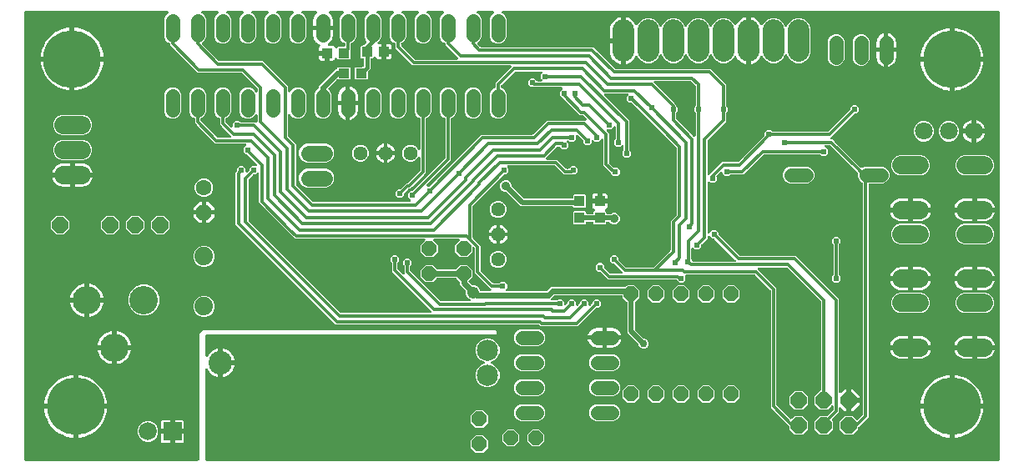
<source format=gbl>
G04 EAGLE Gerber RS-274X export*
G75*
%MOMM*%
%FSLAX34Y34*%
%LPD*%
%INBottom Copper*%
%IPPOS*%
%AMOC8*
5,1,8,0,0,1.08239X$1,22.5*%
G01*
%ADD10R,1.000000X1.100000*%
%ADD11C,2.160000*%
%ADD12R,1.828800X1.828800*%
%ADD13C,1.828800*%
%ADD14C,2.880000*%
%ADD15C,1.879600*%
%ADD16C,5.842000*%
%ADD17C,1.463037*%
%ADD18P,1.583577X8X112.500000*%
%ADD19P,1.583577X8X292.500000*%
%ADD20C,1.828800*%
%ADD21P,1.753472X8X22.500000*%
%ADD22P,1.583577X8X22.500000*%
%ADD23P,1.732040X8X292.500000*%
%ADD24C,1.600200*%
%ADD25P,1.781526X8X22.500000*%
%ADD26C,1.440000*%
%ADD27R,1.100000X1.000000*%
%ADD28C,1.800000*%
%ADD29C,2.160000*%
%ADD30C,2.400000*%
%ADD31C,1.645919*%
%ADD32C,0.609600*%
%ADD33C,0.762000*%
%ADD34C,0.508000*%
%ADD35C,0.304800*%
%ADD36C,1.219200*%
%ADD37C,0.609600*%
%ADD38C,0.914400*%
%ADD39C,0.406400*%

G36*
X178299Y2016D02*
X178299Y2016D01*
X178418Y2023D01*
X178456Y2036D01*
X178497Y2041D01*
X178607Y2084D01*
X178720Y2121D01*
X178755Y2143D01*
X178792Y2158D01*
X178888Y2227D01*
X178989Y2291D01*
X179017Y2321D01*
X179050Y2344D01*
X179126Y2436D01*
X179207Y2523D01*
X179227Y2558D01*
X179252Y2589D01*
X179303Y2697D01*
X179361Y2801D01*
X179371Y2841D01*
X179388Y2877D01*
X179410Y2994D01*
X179440Y3109D01*
X179444Y3169D01*
X179448Y3189D01*
X179446Y3210D01*
X179450Y3270D01*
X179450Y130807D01*
X183518Y134875D01*
X480057Y134875D01*
X480950Y133982D01*
X480950Y131131D01*
X480057Y130238D01*
X186944Y130238D01*
X186826Y130223D01*
X186707Y130215D01*
X186669Y130203D01*
X186628Y130198D01*
X186518Y130154D01*
X186405Y130117D01*
X186370Y130096D01*
X186333Y130081D01*
X186237Y130011D01*
X186136Y129947D01*
X186108Y129918D01*
X186075Y129894D01*
X185999Y129802D01*
X185918Y129716D01*
X185898Y129680D01*
X185873Y129649D01*
X185822Y129541D01*
X185764Y129437D01*
X185754Y129398D01*
X185737Y129361D01*
X185715Y129245D01*
X185685Y129129D01*
X185681Y129069D01*
X185677Y129049D01*
X185679Y129029D01*
X185675Y128969D01*
X185675Y108740D01*
X185677Y108720D01*
X185675Y108700D01*
X185697Y108563D01*
X185715Y108424D01*
X185722Y108406D01*
X185725Y108386D01*
X185780Y108258D01*
X185832Y108129D01*
X185843Y108112D01*
X185851Y108094D01*
X185936Y107984D01*
X186018Y107871D01*
X186034Y107858D01*
X186046Y107843D01*
X186156Y107758D01*
X186263Y107668D01*
X186281Y107660D01*
X186297Y107648D01*
X186425Y107592D01*
X186551Y107533D01*
X186571Y107529D01*
X186589Y107521D01*
X186727Y107499D01*
X186863Y107473D01*
X186883Y107474D01*
X186903Y107471D01*
X187042Y107484D01*
X187181Y107493D01*
X187200Y107499D01*
X187220Y107501D01*
X187351Y107548D01*
X187483Y107591D01*
X187500Y107602D01*
X187519Y107608D01*
X187634Y107686D01*
X187752Y107761D01*
X187766Y107776D01*
X187782Y107787D01*
X187874Y107891D01*
X187970Y107993D01*
X187980Y108010D01*
X187993Y108025D01*
X188075Y108164D01*
X188614Y109221D01*
X189959Y111073D01*
X191577Y112691D01*
X193429Y114036D01*
X195468Y115075D01*
X197645Y115783D01*
X198511Y115920D01*
X198511Y102870D01*
X198526Y102752D01*
X198533Y102633D01*
X198546Y102595D01*
X198551Y102555D01*
X198594Y102444D01*
X198631Y102331D01*
X198653Y102297D01*
X198668Y102259D01*
X198738Y102163D01*
X198801Y102062D01*
X198831Y102034D01*
X198854Y102002D01*
X198946Y101926D01*
X199033Y101844D01*
X199068Y101825D01*
X199099Y101799D01*
X199207Y101748D01*
X199311Y101691D01*
X199351Y101680D01*
X199387Y101663D01*
X199504Y101641D01*
X199619Y101611D01*
X199680Y101607D01*
X199700Y101603D01*
X199720Y101605D01*
X199780Y101601D01*
X201051Y101601D01*
X201051Y101599D01*
X199780Y101599D01*
X199662Y101584D01*
X199543Y101577D01*
X199505Y101564D01*
X199464Y101559D01*
X199354Y101515D01*
X199241Y101479D01*
X199206Y101457D01*
X199169Y101442D01*
X199073Y101372D01*
X198972Y101309D01*
X198944Y101279D01*
X198911Y101255D01*
X198836Y101164D01*
X198754Y101077D01*
X198734Y101042D01*
X198709Y101010D01*
X198658Y100903D01*
X198600Y100798D01*
X198590Y100759D01*
X198573Y100723D01*
X198551Y100606D01*
X198521Y100491D01*
X198517Y100430D01*
X198513Y100410D01*
X198515Y100390D01*
X198511Y100330D01*
X198511Y87280D01*
X197645Y87417D01*
X195468Y88125D01*
X193429Y89164D01*
X191577Y90509D01*
X189959Y92127D01*
X188614Y93979D01*
X188075Y95036D01*
X188064Y95053D01*
X188056Y95071D01*
X187975Y95184D01*
X187896Y95299D01*
X187881Y95313D01*
X187870Y95329D01*
X187762Y95418D01*
X187658Y95510D01*
X187640Y95519D01*
X187625Y95532D01*
X187498Y95591D01*
X187374Y95654D01*
X187355Y95659D01*
X187337Y95667D01*
X187200Y95693D01*
X187064Y95724D01*
X187044Y95723D01*
X187024Y95727D01*
X186885Y95718D01*
X186746Y95714D01*
X186727Y95708D01*
X186707Y95707D01*
X186575Y95664D01*
X186441Y95625D01*
X186423Y95615D01*
X186405Y95609D01*
X186287Y95534D01*
X186167Y95464D01*
X186153Y95450D01*
X186136Y95439D01*
X186040Y95337D01*
X185942Y95239D01*
X185932Y95222D01*
X185918Y95207D01*
X185851Y95085D01*
X185780Y94965D01*
X185774Y94946D01*
X185764Y94929D01*
X185730Y94794D01*
X185691Y94660D01*
X185690Y94640D01*
X185685Y94621D01*
X185675Y94460D01*
X185675Y3270D01*
X185690Y3152D01*
X185697Y3033D01*
X185710Y2995D01*
X185715Y2954D01*
X185758Y2844D01*
X185795Y2731D01*
X185817Y2696D01*
X185832Y2659D01*
X185901Y2563D01*
X185965Y2462D01*
X185995Y2434D01*
X186018Y2401D01*
X186110Y2325D01*
X186197Y2244D01*
X186232Y2224D01*
X186263Y2199D01*
X186371Y2148D01*
X186475Y2090D01*
X186515Y2080D01*
X186551Y2063D01*
X186668Y2041D01*
X186783Y2011D01*
X186843Y2007D01*
X186863Y2003D01*
X186884Y2005D01*
X186944Y2001D01*
X990380Y2001D01*
X990498Y2016D01*
X990617Y2023D01*
X990655Y2036D01*
X990696Y2041D01*
X990806Y2084D01*
X990919Y2121D01*
X990954Y2143D01*
X990991Y2158D01*
X991087Y2227D01*
X991188Y2291D01*
X991216Y2321D01*
X991249Y2344D01*
X991325Y2436D01*
X991406Y2523D01*
X991426Y2558D01*
X991451Y2589D01*
X991502Y2697D01*
X991560Y2801D01*
X991570Y2841D01*
X991587Y2877D01*
X991609Y2994D01*
X991639Y3109D01*
X991643Y3169D01*
X991647Y3189D01*
X991645Y3210D01*
X991649Y3270D01*
X991649Y457200D01*
X991634Y457318D01*
X991627Y457437D01*
X991614Y457475D01*
X991609Y457516D01*
X991566Y457626D01*
X991529Y457739D01*
X991507Y457774D01*
X991492Y457811D01*
X991423Y457907D01*
X991359Y458008D01*
X991329Y458036D01*
X991306Y458069D01*
X991214Y458145D01*
X991127Y458226D01*
X991092Y458246D01*
X991061Y458271D01*
X990953Y458322D01*
X990849Y458380D01*
X990809Y458390D01*
X990773Y458407D01*
X990656Y458429D01*
X990541Y458459D01*
X990481Y458463D01*
X990461Y458467D01*
X990440Y458465D01*
X990380Y458469D01*
X487688Y458469D01*
X487618Y458461D01*
X487549Y458462D01*
X487461Y458441D01*
X487372Y458429D01*
X487307Y458404D01*
X487239Y458387D01*
X487160Y458345D01*
X487076Y458312D01*
X487020Y458271D01*
X486958Y458239D01*
X486892Y458178D01*
X486819Y458126D01*
X486775Y458072D01*
X486723Y458025D01*
X486674Y457950D01*
X486616Y457881D01*
X486587Y457817D01*
X486548Y457759D01*
X486519Y457674D01*
X486481Y457593D01*
X486468Y457524D01*
X486445Y457458D01*
X486438Y457369D01*
X486421Y457281D01*
X486425Y457211D01*
X486420Y457141D01*
X486435Y457053D01*
X486441Y456963D01*
X486462Y456897D01*
X486474Y456828D01*
X486511Y456746D01*
X486539Y456661D01*
X486576Y456602D01*
X486605Y456538D01*
X486661Y456468D01*
X486709Y456392D01*
X486760Y456344D01*
X486803Y456290D01*
X486875Y456236D01*
X486940Y456174D01*
X487002Y456140D01*
X487057Y456098D01*
X487202Y456027D01*
X487464Y455919D01*
X489879Y453504D01*
X491186Y450348D01*
X491186Y432302D01*
X489879Y429146D01*
X487464Y426731D01*
X484308Y425424D01*
X480892Y425424D01*
X477736Y426731D01*
X475321Y429146D01*
X474014Y432302D01*
X474014Y450348D01*
X475321Y453504D01*
X477736Y455919D01*
X477998Y456027D01*
X478059Y456062D01*
X478124Y456088D01*
X478196Y456140D01*
X478274Y456185D01*
X478324Y456233D01*
X478381Y456274D01*
X478438Y456344D01*
X478503Y456406D01*
X478539Y456466D01*
X478584Y456519D01*
X478622Y456601D01*
X478669Y456677D01*
X478690Y456744D01*
X478719Y456807D01*
X478736Y456895D01*
X478763Y456981D01*
X478766Y457051D01*
X478779Y457120D01*
X478773Y457209D01*
X478778Y457299D01*
X478764Y457367D01*
X478759Y457437D01*
X478732Y457522D01*
X478713Y457610D01*
X478683Y457673D01*
X478661Y457739D01*
X478613Y457815D01*
X478574Y457896D01*
X478528Y457949D01*
X478491Y458008D01*
X478426Y458070D01*
X478367Y458138D01*
X478310Y458178D01*
X478260Y458226D01*
X478181Y458269D01*
X478107Y458321D01*
X478042Y458346D01*
X477981Y458380D01*
X477894Y458402D01*
X477810Y458434D01*
X477741Y458442D01*
X477673Y458459D01*
X477512Y458469D01*
X462288Y458469D01*
X462218Y458461D01*
X462149Y458462D01*
X462061Y458441D01*
X461972Y458429D01*
X461907Y458404D01*
X461839Y458387D01*
X461760Y458345D01*
X461676Y458312D01*
X461620Y458271D01*
X461558Y458239D01*
X461492Y458178D01*
X461419Y458126D01*
X461375Y458072D01*
X461323Y458025D01*
X461274Y457950D01*
X461216Y457881D01*
X461187Y457817D01*
X461148Y457759D01*
X461119Y457674D01*
X461081Y457593D01*
X461068Y457524D01*
X461045Y457458D01*
X461038Y457369D01*
X461021Y457281D01*
X461025Y457211D01*
X461020Y457141D01*
X461035Y457053D01*
X461041Y456963D01*
X461062Y456897D01*
X461074Y456828D01*
X461111Y456746D01*
X461139Y456661D01*
X461176Y456602D01*
X461205Y456538D01*
X461261Y456468D01*
X461309Y456392D01*
X461360Y456344D01*
X461403Y456290D01*
X461475Y456236D01*
X461540Y456174D01*
X461602Y456140D01*
X461657Y456098D01*
X461802Y456027D01*
X462064Y455919D01*
X464479Y453504D01*
X465786Y450348D01*
X465786Y432302D01*
X464479Y429146D01*
X461956Y426623D01*
X461915Y426596D01*
X461843Y426514D01*
X461764Y426438D01*
X461738Y426395D01*
X461705Y426357D01*
X461655Y426260D01*
X461598Y426167D01*
X461583Y426119D01*
X461560Y426074D01*
X461536Y425968D01*
X461504Y425863D01*
X461502Y425813D01*
X461491Y425764D01*
X461494Y425655D01*
X461489Y425545D01*
X461499Y425496D01*
X461500Y425446D01*
X461531Y425341D01*
X461553Y425234D01*
X461575Y425189D01*
X461589Y425141D01*
X461644Y425046D01*
X461692Y424948D01*
X461725Y424910D01*
X461750Y424867D01*
X461857Y424746D01*
X464336Y422266D01*
X464414Y422206D01*
X464486Y422138D01*
X464539Y422109D01*
X464587Y422072D01*
X464678Y422032D01*
X464765Y421984D01*
X464823Y421969D01*
X464879Y421945D01*
X464977Y421930D01*
X465073Y421905D01*
X465173Y421899D01*
X465193Y421895D01*
X465205Y421897D01*
X465233Y421895D01*
X579008Y421895D01*
X600861Y400041D01*
X600939Y399981D01*
X601011Y399913D01*
X601064Y399884D01*
X601112Y399847D01*
X601203Y399807D01*
X601290Y399759D01*
X601348Y399744D01*
X601404Y399720D01*
X601502Y399705D01*
X601598Y399680D01*
X601698Y399674D01*
X601718Y399670D01*
X601730Y399672D01*
X601758Y399670D01*
X698070Y399670D01*
X711986Y385754D01*
X713995Y383745D01*
X713995Y362614D01*
X714007Y362515D01*
X714010Y362416D01*
X714027Y362358D01*
X714035Y362298D01*
X714071Y362206D01*
X714099Y362111D01*
X714129Y362059D01*
X714152Y362002D01*
X714210Y361922D01*
X714260Y361837D01*
X714326Y361762D01*
X714338Y361745D01*
X714348Y361737D01*
X714366Y361716D01*
X715519Y360564D01*
X715519Y356986D01*
X714366Y355834D01*
X714306Y355756D01*
X714238Y355683D01*
X714209Y355630D01*
X714172Y355583D01*
X714132Y355492D01*
X714084Y355405D01*
X714069Y355346D01*
X714045Y355291D01*
X714030Y355193D01*
X714005Y355097D01*
X713999Y354997D01*
X713995Y354977D01*
X713997Y354964D01*
X713995Y354936D01*
X713995Y346505D01*
X695316Y327827D01*
X695256Y327748D01*
X695188Y327676D01*
X695168Y327640D01*
X695143Y327609D01*
X695134Y327592D01*
X695122Y327575D01*
X695082Y327484D01*
X695034Y327398D01*
X695024Y327358D01*
X695007Y327322D01*
X695003Y327303D01*
X694995Y327284D01*
X694980Y327186D01*
X694955Y327090D01*
X694951Y327029D01*
X694947Y327009D01*
X694949Y326989D01*
X694945Y326969D01*
X694947Y326957D01*
X694945Y326929D01*
X694945Y293336D01*
X694962Y293198D01*
X694975Y293060D01*
X694982Y293041D01*
X694985Y293021D01*
X695036Y292892D01*
X695083Y292761D01*
X695094Y292744D01*
X695102Y292725D01*
X695183Y292613D01*
X695261Y292498D01*
X695277Y292484D01*
X695288Y292468D01*
X695396Y292379D01*
X695500Y292287D01*
X695518Y292278D01*
X695533Y292265D01*
X695659Y292206D01*
X695783Y292142D01*
X695803Y292138D01*
X695821Y292129D01*
X695957Y292103D01*
X696093Y292073D01*
X696114Y292073D01*
X696133Y292070D01*
X696272Y292078D01*
X696411Y292082D01*
X696431Y292088D01*
X696451Y292089D01*
X696583Y292132D01*
X696717Y292171D01*
X696734Y292181D01*
X696753Y292187D01*
X696871Y292262D01*
X696991Y292332D01*
X697012Y292351D01*
X697022Y292358D01*
X697036Y292373D01*
X697111Y292439D01*
X699302Y294629D01*
X710042Y305370D01*
X725392Y305370D01*
X725490Y305382D01*
X725589Y305385D01*
X725647Y305402D01*
X725707Y305410D01*
X725799Y305446D01*
X725894Y305474D01*
X725947Y305504D01*
X726003Y305527D01*
X726083Y305585D01*
X726168Y305635D01*
X726244Y305701D01*
X726260Y305713D01*
X726268Y305723D01*
X726289Y305741D01*
X752547Y331999D01*
X752608Y332078D01*
X752676Y332150D01*
X752705Y332203D01*
X752742Y332251D01*
X752781Y332342D01*
X752829Y332428D01*
X752844Y332487D01*
X752868Y332542D01*
X752884Y332640D01*
X752909Y332736D01*
X752915Y332836D01*
X752918Y332857D01*
X752917Y332869D01*
X752919Y332897D01*
X752919Y335164D01*
X755449Y337694D01*
X759026Y337694D01*
X760179Y336541D01*
X760257Y336481D01*
X760329Y336413D01*
X760382Y336384D01*
X760430Y336347D01*
X760521Y336307D01*
X760608Y336259D01*
X760666Y336244D01*
X760722Y336220D01*
X760820Y336205D01*
X760915Y336180D01*
X761015Y336174D01*
X761036Y336170D01*
X761048Y336172D01*
X761076Y336170D01*
X817467Y336170D01*
X817565Y336182D01*
X817664Y336185D01*
X817722Y336202D01*
X817782Y336210D01*
X817874Y336246D01*
X817969Y336274D01*
X818022Y336304D01*
X818078Y336327D01*
X818158Y336385D01*
X818243Y336435D01*
X818319Y336501D01*
X818335Y336513D01*
X818343Y336523D01*
X818364Y336541D01*
X839860Y358037D01*
X839920Y358115D01*
X839988Y358187D01*
X840017Y358240D01*
X840054Y358288D01*
X840094Y358379D01*
X840142Y358466D01*
X840157Y358524D01*
X840181Y358580D01*
X840196Y358678D01*
X840221Y358774D01*
X840227Y358874D01*
X840231Y358894D01*
X840229Y358906D01*
X840231Y358934D01*
X840231Y360564D01*
X842761Y363094D01*
X846339Y363094D01*
X848869Y360564D01*
X848869Y356986D01*
X846339Y354456D01*
X844709Y354456D01*
X844611Y354444D01*
X844512Y354441D01*
X844454Y354424D01*
X844394Y354416D01*
X844302Y354380D01*
X844207Y354352D01*
X844154Y354322D01*
X844098Y354299D01*
X844018Y354241D01*
X843933Y354191D01*
X843857Y354125D01*
X843841Y354113D01*
X843833Y354103D01*
X843812Y354085D01*
X822316Y332589D01*
X820126Y330399D01*
X820041Y330289D01*
X819952Y330182D01*
X819944Y330164D01*
X819931Y330148D01*
X819876Y330020D01*
X819817Y329894D01*
X819813Y329875D01*
X819805Y329856D01*
X819783Y329718D01*
X819757Y329582D01*
X819758Y329562D01*
X819755Y329542D01*
X819768Y329403D01*
X819777Y329265D01*
X819783Y329245D01*
X819785Y329225D01*
X819832Y329094D01*
X819875Y328962D01*
X819886Y328945D01*
X819893Y328926D01*
X819971Y328811D01*
X820045Y328693D01*
X820060Y328679D01*
X820071Y328663D01*
X820175Y328571D01*
X820277Y328475D01*
X820294Y328466D01*
X820310Y328452D01*
X820434Y328389D01*
X820555Y328322D01*
X820575Y328317D01*
X820593Y328308D01*
X820729Y328277D01*
X820863Y328242D01*
X820891Y328241D01*
X820903Y328238D01*
X820924Y328239D01*
X821024Y328232D01*
X821895Y328232D01*
X823904Y326223D01*
X848511Y301616D01*
X850346Y299781D01*
X850369Y299763D01*
X850388Y299741D01*
X850494Y299666D01*
X850597Y299586D01*
X850624Y299575D01*
X850648Y299558D01*
X850770Y299512D01*
X850889Y299460D01*
X850918Y299456D01*
X850946Y299445D01*
X851075Y299431D01*
X851203Y299410D01*
X851233Y299413D01*
X851262Y299410D01*
X851390Y299428D01*
X851520Y299440D01*
X851548Y299450D01*
X851577Y299454D01*
X851729Y299506D01*
X854577Y300686D01*
X872623Y300686D01*
X875779Y299379D01*
X878194Y296964D01*
X879501Y293808D01*
X879501Y290392D01*
X878194Y287236D01*
X875779Y284821D01*
X872623Y283514D01*
X859726Y283514D01*
X859608Y283499D01*
X859490Y283492D01*
X859451Y283479D01*
X859411Y283474D01*
X859300Y283430D01*
X859187Y283394D01*
X859153Y283372D01*
X859115Y283357D01*
X859019Y283287D01*
X858918Y283224D01*
X858891Y283194D01*
X858858Y283170D01*
X858782Y283079D01*
X858700Y282992D01*
X858681Y282957D01*
X858655Y282925D01*
X858604Y282818D01*
X858547Y282713D01*
X858537Y282674D01*
X858520Y282638D01*
X858497Y282521D01*
X858467Y282406D01*
X858464Y282345D01*
X858460Y282325D01*
X858461Y282305D01*
X858457Y282245D01*
X858457Y46467D01*
X848072Y36082D01*
X848011Y36004D01*
X847944Y35932D01*
X847914Y35879D01*
X847877Y35831D01*
X847838Y35740D01*
X847790Y35653D01*
X847775Y35595D01*
X847751Y35539D01*
X847735Y35441D01*
X847711Y35345D01*
X847704Y35245D01*
X847701Y35225D01*
X847702Y35213D01*
X847700Y35185D01*
X847700Y34165D01*
X842135Y28600D01*
X834265Y28600D01*
X828700Y34165D01*
X828700Y42035D01*
X834265Y47600D01*
X842135Y47600D01*
X846013Y43723D01*
X846107Y43650D01*
X846196Y43571D01*
X846232Y43553D01*
X846264Y43528D01*
X846374Y43480D01*
X846479Y43426D01*
X846519Y43417D01*
X846556Y43401D01*
X846674Y43383D01*
X846790Y43357D01*
X846830Y43358D01*
X846870Y43352D01*
X846989Y43363D01*
X847108Y43366D01*
X847146Y43378D01*
X847187Y43381D01*
X847299Y43422D01*
X847413Y43455D01*
X847448Y43475D01*
X847486Y43489D01*
X847585Y43556D01*
X847687Y43616D01*
X847732Y43656D01*
X847749Y43668D01*
X847763Y43683D01*
X847808Y43723D01*
X852496Y48411D01*
X852557Y48489D01*
X852625Y48561D01*
X852654Y48614D01*
X852691Y48662D01*
X852730Y48753D01*
X852778Y48840D01*
X852793Y48898D01*
X852817Y48954D01*
X852833Y49052D01*
X852858Y49148D01*
X852864Y49248D01*
X852867Y49268D01*
X852866Y49280D01*
X852868Y49308D01*
X852868Y283374D01*
X852864Y283403D01*
X852866Y283433D01*
X852844Y283561D01*
X852828Y283689D01*
X852817Y283717D01*
X852812Y283746D01*
X852759Y283865D01*
X852711Y283985D01*
X852694Y284009D01*
X852681Y284036D01*
X852600Y284137D01*
X852524Y284243D01*
X852501Y284261D01*
X852483Y284284D01*
X852379Y284363D01*
X852279Y284445D01*
X852252Y284458D01*
X852229Y284476D01*
X852084Y284547D01*
X851421Y284821D01*
X849006Y287236D01*
X847699Y290392D01*
X847699Y293998D01*
X847686Y294096D01*
X847683Y294195D01*
X847667Y294253D01*
X847659Y294314D01*
X847623Y294406D01*
X847595Y294501D01*
X847564Y294553D01*
X847542Y294609D01*
X847484Y294689D01*
X847434Y294775D01*
X847367Y294850D01*
X847355Y294867D01*
X847346Y294874D01*
X847327Y294896D01*
X844559Y297664D01*
X819952Y322271D01*
X819873Y322332D01*
X819801Y322400D01*
X819748Y322429D01*
X819700Y322466D01*
X819609Y322505D01*
X819523Y322553D01*
X819464Y322568D01*
X819409Y322592D01*
X819311Y322608D01*
X819215Y322633D01*
X819115Y322639D01*
X819094Y322642D01*
X819082Y322641D01*
X819054Y322643D01*
X815242Y322643D01*
X815104Y322625D01*
X814965Y322612D01*
X814946Y322605D01*
X814926Y322603D01*
X814797Y322552D01*
X814666Y322505D01*
X814649Y322493D01*
X814630Y322486D01*
X814518Y322404D01*
X814403Y322326D01*
X814389Y322311D01*
X814373Y322299D01*
X814284Y322192D01*
X814192Y322088D01*
X814183Y322070D01*
X814170Y322054D01*
X814111Y321928D01*
X814048Y321804D01*
X814043Y321785D01*
X814035Y321766D01*
X814009Y321630D01*
X813978Y321494D01*
X813979Y321474D01*
X813975Y321454D01*
X813984Y321316D01*
X813988Y321176D01*
X813993Y321157D01*
X813995Y321137D01*
X814037Y321004D01*
X814076Y320871D01*
X814086Y320853D01*
X814093Y320834D01*
X814167Y320716D01*
X814238Y320597D01*
X814256Y320576D01*
X814263Y320565D01*
X814278Y320551D01*
X814344Y320476D01*
X817119Y317701D01*
X817119Y314124D01*
X814589Y311594D01*
X811011Y311594D01*
X809859Y312746D01*
X809781Y312807D01*
X809708Y312875D01*
X809655Y312904D01*
X809608Y312941D01*
X809517Y312980D01*
X809430Y313028D01*
X809371Y313043D01*
X809316Y313067D01*
X809218Y313083D01*
X809122Y313108D01*
X809022Y313114D01*
X809002Y313117D01*
X808989Y313116D01*
X808961Y313118D01*
X752571Y313118D01*
X752473Y313105D01*
X752374Y313102D01*
X752315Y313086D01*
X752255Y313078D01*
X752163Y313041D01*
X752068Y313014D01*
X752016Y312983D01*
X751960Y312961D01*
X751880Y312903D01*
X751794Y312852D01*
X751719Y312786D01*
X751702Y312774D01*
X751695Y312765D01*
X751673Y312746D01*
X731408Y292480D01*
X718214Y292480D01*
X718115Y292468D01*
X718016Y292465D01*
X717958Y292448D01*
X717898Y292440D01*
X717806Y292404D01*
X717711Y292376D01*
X717659Y292346D01*
X717602Y292323D01*
X717522Y292265D01*
X717437Y292215D01*
X717362Y292149D01*
X717345Y292137D01*
X717337Y292127D01*
X717316Y292109D01*
X716164Y290956D01*
X712586Y290956D01*
X710056Y293486D01*
X710056Y294415D01*
X710039Y294552D01*
X710026Y294691D01*
X710019Y294710D01*
X710016Y294730D01*
X709965Y294859D01*
X709918Y294990D01*
X709907Y295007D01*
X709899Y295026D01*
X709818Y295138D01*
X709740Y295253D01*
X709724Y295267D01*
X709713Y295283D01*
X709605Y295372D01*
X709501Y295464D01*
X709483Y295473D01*
X709468Y295486D01*
X709342Y295545D01*
X709218Y295609D01*
X709198Y295613D01*
X709180Y295622D01*
X709044Y295648D01*
X708908Y295678D01*
X708887Y295678D01*
X708868Y295681D01*
X708729Y295673D01*
X708590Y295669D01*
X708570Y295663D01*
X708550Y295662D01*
X708418Y295619D01*
X708284Y295580D01*
X708267Y295570D01*
X708248Y295564D01*
X708130Y295489D01*
X708010Y295419D01*
X707989Y295400D01*
X707979Y295393D01*
X707965Y295379D01*
X707890Y295312D01*
X704427Y291850D01*
X704354Y291756D01*
X704276Y291667D01*
X704257Y291631D01*
X704233Y291599D01*
X704185Y291490D01*
X704131Y291384D01*
X704122Y291344D01*
X704106Y291307D01*
X704087Y291189D01*
X704061Y291073D01*
X704063Y291033D01*
X704056Y290993D01*
X704068Y290874D01*
X704071Y290755D01*
X704082Y290717D01*
X704086Y290676D01*
X704126Y290564D01*
X704160Y290450D01*
X704180Y290415D01*
X704194Y290377D01*
X704261Y290278D01*
X704321Y290176D01*
X704361Y290131D01*
X704372Y290114D01*
X704388Y290100D01*
X704406Y290079D01*
X704406Y286499D01*
X701876Y283969D01*
X698299Y283969D01*
X697111Y285156D01*
X697002Y285241D01*
X696895Y285330D01*
X696876Y285338D01*
X696860Y285351D01*
X696732Y285406D01*
X696607Y285465D01*
X696587Y285469D01*
X696568Y285477D01*
X696430Y285499D01*
X696294Y285525D01*
X696274Y285524D01*
X696254Y285527D01*
X696115Y285514D01*
X695977Y285505D01*
X695958Y285499D01*
X695938Y285497D01*
X695806Y285450D01*
X695675Y285407D01*
X695657Y285397D01*
X695638Y285390D01*
X695523Y285312D01*
X695406Y285237D01*
X695392Y285222D01*
X695375Y285211D01*
X695283Y285107D01*
X695188Y285006D01*
X695178Y284988D01*
X695165Y284973D01*
X695101Y284849D01*
X695034Y284727D01*
X695029Y284707D01*
X695020Y284689D01*
X694990Y284554D01*
X694955Y284419D01*
X694953Y284391D01*
X694950Y284379D01*
X694951Y284359D01*
X694945Y284258D01*
X694945Y234217D01*
X694962Y234079D01*
X694975Y233940D01*
X694982Y233921D01*
X694985Y233901D01*
X695036Y233772D01*
X695083Y233641D01*
X695094Y233624D01*
X695102Y233605D01*
X695183Y233493D01*
X695261Y233378D01*
X695277Y233364D01*
X695288Y233348D01*
X695396Y233259D01*
X695500Y233167D01*
X695518Y233158D01*
X695533Y233145D01*
X695659Y233086D01*
X695783Y233023D01*
X695803Y233018D01*
X695821Y233010D01*
X695957Y232984D01*
X696093Y232953D01*
X696114Y232954D01*
X696133Y232950D01*
X696272Y232959D01*
X696411Y232963D01*
X696431Y232968D01*
X696451Y232970D01*
X696583Y233012D01*
X696717Y233051D01*
X696734Y233061D01*
X696753Y233068D01*
X696871Y233142D01*
X696991Y233213D01*
X697012Y233231D01*
X697022Y233238D01*
X697036Y233253D01*
X697111Y233319D01*
X699886Y236094D01*
X703464Y236094D01*
X705994Y233564D01*
X705994Y231934D01*
X706006Y231836D01*
X706009Y231737D01*
X706026Y231679D01*
X706034Y231619D01*
X706070Y231527D01*
X706098Y231432D01*
X706128Y231379D01*
X706151Y231323D01*
X706209Y231243D01*
X706259Y231158D01*
X706325Y231082D01*
X706337Y231066D01*
X706347Y231058D01*
X706365Y231037D01*
X727067Y210335D01*
X727145Y210275D01*
X727217Y210207D01*
X727270Y210177D01*
X727318Y210140D01*
X727409Y210101D01*
X727496Y210053D01*
X727555Y210038D01*
X727610Y210014D01*
X727708Y209998D01*
X727804Y209974D01*
X727904Y209967D01*
X727924Y209964D01*
X727937Y209965D01*
X727965Y209963D01*
X784589Y209963D01*
X828384Y166169D01*
X828384Y71979D01*
X828401Y71842D01*
X828414Y71703D01*
X828421Y71684D01*
X828423Y71664D01*
X828474Y71535D01*
X828522Y71404D01*
X828533Y71387D01*
X828540Y71368D01*
X828622Y71256D01*
X828700Y71141D01*
X828715Y71127D01*
X828727Y71111D01*
X828835Y71022D01*
X828939Y70930D01*
X828957Y70921D01*
X828972Y70908D01*
X829098Y70849D01*
X829222Y70786D01*
X829242Y70781D01*
X829260Y70772D01*
X829396Y70746D01*
X829532Y70716D01*
X829552Y70716D01*
X829572Y70713D01*
X829711Y70721D01*
X829850Y70726D01*
X829870Y70731D01*
X829890Y70732D01*
X830022Y70775D01*
X830156Y70814D01*
X830173Y70824D01*
X830192Y70830D01*
X830310Y70905D01*
X830430Y70975D01*
X830451Y70994D01*
X830461Y71001D01*
X830475Y71016D01*
X830550Y71082D01*
X833739Y74270D01*
X835915Y74270D01*
X835915Y64516D01*
X835930Y64398D01*
X835937Y64279D01*
X835949Y64241D01*
X835955Y64201D01*
X835998Y64090D01*
X836035Y63977D01*
X836057Y63943D01*
X836072Y63905D01*
X836141Y63809D01*
X836205Y63708D01*
X836235Y63680D01*
X836258Y63648D01*
X836350Y63572D01*
X836430Y63497D01*
X836376Y63463D01*
X836348Y63433D01*
X836315Y63409D01*
X836239Y63318D01*
X836158Y63231D01*
X836138Y63196D01*
X836113Y63164D01*
X836062Y63057D01*
X836004Y62952D01*
X835994Y62913D01*
X835977Y62877D01*
X835955Y62760D01*
X835925Y62644D01*
X835921Y62584D01*
X835917Y62564D01*
X835919Y62544D01*
X835915Y62484D01*
X835915Y52730D01*
X833739Y52730D01*
X830550Y55918D01*
X830440Y56003D01*
X830333Y56092D01*
X830315Y56101D01*
X830299Y56113D01*
X830171Y56169D01*
X830046Y56228D01*
X830026Y56231D01*
X830007Y56239D01*
X829869Y56261D01*
X829733Y56287D01*
X829713Y56286D01*
X829693Y56289D01*
X829554Y56276D01*
X829416Y56268D01*
X829397Y56261D01*
X829377Y56259D01*
X829245Y56212D01*
X829113Y56170D01*
X829096Y56159D01*
X829077Y56152D01*
X828962Y56074D01*
X828845Y55999D01*
X828831Y55985D01*
X828814Y55973D01*
X828722Y55869D01*
X828627Y55768D01*
X828617Y55750D01*
X828604Y55735D01*
X828540Y55611D01*
X828473Y55489D01*
X828468Y55470D01*
X828459Y55452D01*
X828429Y55316D01*
X828394Y55181D01*
X828392Y55153D01*
X828389Y55141D01*
X828390Y55121D01*
X828384Y55021D01*
X828384Y51319D01*
X821598Y44533D01*
X821525Y44439D01*
X821446Y44350D01*
X821428Y44314D01*
X821403Y44282D01*
X821355Y44172D01*
X821301Y44066D01*
X821292Y44027D01*
X821276Y43990D01*
X821258Y43872D01*
X821232Y43756D01*
X821233Y43716D01*
X821227Y43676D01*
X821238Y43557D01*
X821241Y43438D01*
X821253Y43399D01*
X821256Y43359D01*
X821297Y43247D01*
X821330Y43133D01*
X821350Y43098D01*
X821364Y43060D01*
X821431Y42961D01*
X821491Y42859D01*
X821531Y42813D01*
X821543Y42797D01*
X821558Y42783D01*
X821598Y42738D01*
X822300Y42035D01*
X822300Y34165D01*
X816735Y28600D01*
X808865Y28600D01*
X803300Y34165D01*
X803300Y42035D01*
X808865Y47600D01*
X816235Y47600D01*
X816333Y47613D01*
X816432Y47616D01*
X816490Y47633D01*
X816550Y47640D01*
X816642Y47677D01*
X816737Y47704D01*
X816790Y47735D01*
X816846Y47757D01*
X816926Y47815D01*
X817011Y47866D01*
X817087Y47932D01*
X817103Y47944D01*
X817111Y47953D01*
X817132Y47972D01*
X822422Y53262D01*
X822483Y53341D01*
X822551Y53413D01*
X822580Y53466D01*
X822617Y53514D01*
X822657Y53604D01*
X822704Y53691D01*
X822720Y53750D01*
X822744Y53805D01*
X822759Y53903D01*
X822784Y53999D01*
X822790Y54099D01*
X822794Y54119D01*
X822792Y54132D01*
X822794Y54160D01*
X822794Y56994D01*
X822777Y57132D01*
X822764Y57271D01*
X822757Y57290D01*
X822754Y57310D01*
X822703Y57439D01*
X822656Y57570D01*
X822645Y57587D01*
X822637Y57606D01*
X822556Y57718D01*
X822477Y57833D01*
X822462Y57847D01*
X822450Y57863D01*
X822344Y57952D01*
X822239Y58044D01*
X822221Y58053D01*
X822205Y58066D01*
X822080Y58125D01*
X821956Y58188D01*
X821936Y58193D01*
X821918Y58201D01*
X821781Y58227D01*
X821646Y58258D01*
X821625Y58257D01*
X821605Y58261D01*
X821467Y58253D01*
X821328Y58248D01*
X821308Y58243D01*
X821288Y58241D01*
X821156Y58199D01*
X821022Y58160D01*
X821005Y58150D01*
X820985Y58143D01*
X820868Y58069D01*
X820748Y57998D01*
X820727Y57980D01*
X820717Y57973D01*
X820703Y57958D01*
X820627Y57892D01*
X816735Y54000D01*
X808865Y54000D01*
X803300Y59565D01*
X803300Y67435D01*
X808881Y73017D01*
X808973Y73023D01*
X809011Y73035D01*
X809052Y73040D01*
X809162Y73084D01*
X809275Y73121D01*
X809310Y73142D01*
X809347Y73157D01*
X809443Y73227D01*
X809544Y73291D01*
X809572Y73320D01*
X809605Y73344D01*
X809681Y73436D01*
X809762Y73522D01*
X809782Y73558D01*
X809807Y73589D01*
X809858Y73697D01*
X809916Y73801D01*
X809926Y73840D01*
X809943Y73877D01*
X809965Y73994D01*
X809995Y74109D01*
X809999Y74169D01*
X810003Y74189D01*
X810001Y74209D01*
X810005Y74270D01*
X810005Y163417D01*
X809993Y163515D01*
X809990Y163614D01*
X809973Y163672D01*
X809965Y163732D01*
X809929Y163824D01*
X809901Y163919D01*
X809871Y163972D01*
X809848Y164028D01*
X809790Y164108D01*
X809740Y164193D01*
X809674Y164269D01*
X809662Y164285D01*
X809652Y164293D01*
X809634Y164314D01*
X776133Y197814D01*
X776055Y197875D01*
X775983Y197943D01*
X775930Y197972D01*
X775882Y198009D01*
X775791Y198049D01*
X775704Y198097D01*
X775646Y198112D01*
X775590Y198136D01*
X775492Y198151D01*
X775396Y198176D01*
X775296Y198182D01*
X775276Y198186D01*
X775264Y198184D01*
X775236Y198186D01*
X747043Y198186D01*
X746905Y198169D01*
X746767Y198156D01*
X746747Y198149D01*
X746727Y198146D01*
X746598Y198095D01*
X746467Y198048D01*
X746450Y198037D01*
X746432Y198029D01*
X746320Y197948D01*
X746204Y197870D01*
X746191Y197854D01*
X746174Y197842D01*
X746086Y197735D01*
X745994Y197631D01*
X745984Y197613D01*
X745971Y197598D01*
X745912Y197472D01*
X745849Y197348D01*
X745845Y197328D01*
X745836Y197310D01*
X745810Y197174D01*
X745779Y197038D01*
X745780Y197017D01*
X745776Y196997D01*
X745785Y196859D01*
X745789Y196720D01*
X745795Y196700D01*
X745796Y196680D01*
X745839Y196548D01*
X745877Y196414D01*
X745888Y196397D01*
X745894Y196378D01*
X745969Y196260D01*
X746039Y196140D01*
X746058Y196119D01*
X746064Y196109D01*
X746079Y196095D01*
X746145Y196019D01*
X762786Y179379D01*
X764795Y177370D01*
X764795Y58833D01*
X764807Y58735D01*
X764810Y58636D01*
X764827Y58578D01*
X764835Y58518D01*
X764871Y58426D01*
X764899Y58331D01*
X764929Y58278D01*
X764952Y58222D01*
X765010Y58142D01*
X765060Y58057D01*
X765126Y57981D01*
X765138Y57965D01*
X765148Y57957D01*
X765166Y57936D01*
X778586Y44516D01*
X778680Y44443D01*
X778769Y44365D01*
X778805Y44346D01*
X778837Y44321D01*
X778947Y44274D01*
X779052Y44220D01*
X779092Y44211D01*
X779129Y44195D01*
X779247Y44176D01*
X779363Y44150D01*
X779403Y44152D01*
X779443Y44145D01*
X779562Y44156D01*
X779681Y44160D01*
X779719Y44171D01*
X779760Y44175D01*
X779872Y44215D01*
X779986Y44248D01*
X780021Y44269D01*
X780059Y44283D01*
X780158Y44350D01*
X780260Y44410D01*
X780305Y44450D01*
X780322Y44461D01*
X780336Y44477D01*
X780381Y44516D01*
X783465Y47600D01*
X791335Y47600D01*
X796900Y42035D01*
X796900Y34165D01*
X791335Y28600D01*
X783465Y28600D01*
X777900Y34165D01*
X777900Y36772D01*
X777887Y36870D01*
X777884Y36969D01*
X777867Y37028D01*
X777860Y37088D01*
X777823Y37180D01*
X777796Y37275D01*
X777765Y37327D01*
X777743Y37383D01*
X777685Y37464D01*
X777634Y37549D01*
X777568Y37624D01*
X777556Y37641D01*
X777547Y37649D01*
X777528Y37670D01*
X759205Y55992D01*
X759205Y174529D01*
X759193Y174627D01*
X759190Y174726D01*
X759173Y174785D01*
X759165Y174845D01*
X759129Y174937D01*
X759101Y175032D01*
X759071Y175084D01*
X759048Y175140D01*
X758990Y175220D01*
X758940Y175306D01*
X758874Y175381D01*
X758862Y175398D01*
X758852Y175405D01*
X758834Y175427D01*
X743752Y190509D01*
X743673Y190569D01*
X743601Y190637D01*
X743548Y190666D01*
X743500Y190703D01*
X743409Y190743D01*
X743323Y190791D01*
X743264Y190806D01*
X743209Y190830D01*
X743111Y190845D01*
X743015Y190870D01*
X742915Y190876D01*
X742894Y190880D01*
X742882Y190878D01*
X742854Y190880D01*
X673925Y190880D01*
X673807Y190865D01*
X673689Y190858D01*
X673650Y190845D01*
X673610Y190840D01*
X673499Y190797D01*
X673386Y190760D01*
X673352Y190738D01*
X673314Y190723D01*
X673218Y190654D01*
X673117Y190590D01*
X673090Y190560D01*
X673057Y190537D01*
X672981Y190445D01*
X672899Y190358D01*
X672880Y190323D01*
X672854Y190292D01*
X672803Y190184D01*
X672746Y190080D01*
X672736Y190040D01*
X672719Y190004D01*
X672696Y189887D01*
X672666Y189772D01*
X672663Y189712D01*
X672659Y189692D01*
X672660Y189671D01*
X672656Y189611D01*
X672656Y185536D01*
X670126Y183006D01*
X666549Y183006D01*
X663809Y185746D01*
X663731Y185807D01*
X663658Y185875D01*
X663605Y185904D01*
X663558Y185941D01*
X663467Y185980D01*
X663380Y186028D01*
X663321Y186043D01*
X663266Y186067D01*
X663168Y186083D01*
X663072Y186108D01*
X662972Y186114D01*
X662952Y186117D01*
X662939Y186116D01*
X662911Y186118D01*
X594155Y186118D01*
X586526Y193747D01*
X586447Y193808D01*
X586375Y193876D01*
X586322Y193905D01*
X586274Y193942D01*
X586183Y193981D01*
X586097Y194029D01*
X586038Y194044D01*
X585983Y194068D01*
X585885Y194084D01*
X585789Y194109D01*
X585689Y194115D01*
X585668Y194118D01*
X585656Y194117D01*
X585628Y194119D01*
X583999Y194119D01*
X581469Y196649D01*
X581469Y200226D01*
X583999Y202756D01*
X587576Y202756D01*
X590106Y200226D01*
X590106Y198597D01*
X590119Y198499D01*
X590122Y198400D01*
X590138Y198341D01*
X590146Y198281D01*
X590183Y198189D01*
X590210Y198094D01*
X590241Y198042D01*
X590263Y197986D01*
X590321Y197906D01*
X590372Y197820D01*
X590438Y197745D01*
X590450Y197728D01*
X590459Y197721D01*
X590478Y197699D01*
X596098Y192079D01*
X596177Y192018D01*
X596249Y191950D01*
X596302Y191921D01*
X596350Y191884D01*
X596441Y191845D01*
X596527Y191797D01*
X596586Y191782D01*
X596641Y191758D01*
X596739Y191742D01*
X596835Y191717D01*
X596935Y191711D01*
X596956Y191708D01*
X596968Y191709D01*
X596996Y191707D01*
X607726Y191707D01*
X607864Y191725D01*
X608003Y191738D01*
X608022Y191745D01*
X608042Y191747D01*
X608171Y191798D01*
X608302Y191845D01*
X608319Y191857D01*
X608337Y191864D01*
X608450Y191946D01*
X608565Y192024D01*
X608578Y192039D01*
X608595Y192051D01*
X608684Y192158D01*
X608775Y192262D01*
X608785Y192280D01*
X608798Y192296D01*
X608857Y192421D01*
X608920Y192546D01*
X608925Y192565D01*
X608933Y192584D01*
X608959Y192720D01*
X608990Y192856D01*
X608989Y192876D01*
X608993Y192896D01*
X608984Y193035D01*
X608980Y193174D01*
X608974Y193193D01*
X608973Y193213D01*
X608930Y193346D01*
X608892Y193479D01*
X608881Y193497D01*
X608875Y193516D01*
X608801Y193633D01*
X608730Y193753D01*
X608712Y193774D01*
X608705Y193785D01*
X608690Y193799D01*
X608624Y193874D01*
X608021Y194477D01*
X600813Y201685D01*
X600735Y201745D01*
X600663Y201813D01*
X600610Y201842D01*
X600562Y201879D01*
X600471Y201919D01*
X600384Y201967D01*
X600326Y201982D01*
X600270Y202006D01*
X600172Y202021D01*
X600076Y202046D01*
X599976Y202052D01*
X599956Y202056D01*
X599944Y202054D01*
X599916Y202056D01*
X598286Y202056D01*
X595756Y204586D01*
X595756Y208164D01*
X598286Y210694D01*
X601864Y210694D01*
X604394Y208164D01*
X604394Y206534D01*
X604406Y206436D01*
X604409Y206337D01*
X604426Y206279D01*
X604434Y206219D01*
X604470Y206127D01*
X604498Y206032D01*
X604528Y205979D01*
X604551Y205923D01*
X604609Y205843D01*
X604659Y205758D01*
X604725Y205682D01*
X604737Y205666D01*
X604747Y205658D01*
X604765Y205637D01*
X611973Y198429D01*
X612052Y198368D01*
X612124Y198300D01*
X612177Y198271D01*
X612225Y198234D01*
X612316Y198195D01*
X612402Y198147D01*
X612461Y198132D01*
X612516Y198108D01*
X612614Y198092D01*
X612710Y198067D01*
X612810Y198061D01*
X612831Y198058D01*
X612843Y198059D01*
X612871Y198057D01*
X639667Y198057D01*
X639765Y198070D01*
X639864Y198073D01*
X639922Y198089D01*
X639982Y198097D01*
X640074Y198134D01*
X640169Y198161D01*
X640222Y198192D01*
X640278Y198214D01*
X640358Y198272D01*
X640443Y198323D01*
X640519Y198389D01*
X640535Y198401D01*
X640543Y198410D01*
X640564Y198429D01*
X657234Y215098D01*
X657294Y215177D01*
X657362Y215249D01*
X657391Y215302D01*
X657428Y215350D01*
X657468Y215441D01*
X657516Y215527D01*
X657531Y215586D01*
X657555Y215641D01*
X657570Y215739D01*
X657595Y215835D01*
X657601Y215935D01*
X657605Y215956D01*
X657603Y215968D01*
X657605Y215996D01*
X657605Y245633D01*
X663584Y251611D01*
X663644Y251689D01*
X663712Y251761D01*
X663741Y251814D01*
X663778Y251862D01*
X663818Y251953D01*
X663866Y252040D01*
X663881Y252098D01*
X663905Y252154D01*
X663920Y252252D01*
X663945Y252348D01*
X663951Y252448D01*
X663955Y252468D01*
X663953Y252480D01*
X663955Y252508D01*
X663955Y318992D01*
X663943Y319090D01*
X663940Y319189D01*
X663923Y319247D01*
X663915Y319307D01*
X663879Y319399D01*
X663851Y319494D01*
X663821Y319547D01*
X663798Y319603D01*
X663740Y319683D01*
X663690Y319768D01*
X663624Y319844D01*
X663612Y319860D01*
X663602Y319868D01*
X663584Y319889D01*
X618276Y365197D01*
X618197Y365258D01*
X618125Y365326D01*
X618072Y365355D01*
X618024Y365392D01*
X617933Y365431D01*
X617847Y365479D01*
X617788Y365494D01*
X617733Y365518D01*
X617635Y365534D01*
X617539Y365559D01*
X617439Y365565D01*
X617418Y365568D01*
X617406Y365567D01*
X617378Y365569D01*
X615749Y365569D01*
X613219Y368099D01*
X613219Y371676D01*
X614406Y372864D01*
X614491Y372973D01*
X614580Y373080D01*
X614588Y373099D01*
X614601Y373115D01*
X614656Y373243D01*
X614715Y373368D01*
X614719Y373388D01*
X614727Y373407D01*
X614749Y373545D01*
X614775Y373681D01*
X614774Y373701D01*
X614777Y373721D01*
X614764Y373860D01*
X614755Y373998D01*
X614749Y374017D01*
X614747Y374037D01*
X614700Y374169D01*
X614657Y374300D01*
X614647Y374318D01*
X614640Y374337D01*
X614562Y374452D01*
X614487Y374569D01*
X614472Y374583D01*
X614461Y374600D01*
X614357Y374692D01*
X614256Y374787D01*
X614238Y374797D01*
X614223Y374810D01*
X614099Y374874D01*
X613977Y374941D01*
X613957Y374946D01*
X613939Y374955D01*
X613804Y374985D01*
X613669Y375020D01*
X613641Y375022D01*
X613629Y375025D01*
X613609Y375024D01*
X613508Y375030D01*
X591080Y375030D01*
X590942Y375013D01*
X590803Y375000D01*
X590784Y374993D01*
X590764Y374990D01*
X590635Y374939D01*
X590504Y374892D01*
X590487Y374881D01*
X590468Y374873D01*
X590356Y374792D01*
X590241Y374714D01*
X590227Y374698D01*
X590211Y374687D01*
X590122Y374579D01*
X590030Y374475D01*
X590021Y374457D01*
X590008Y374442D01*
X589949Y374316D01*
X589886Y374192D01*
X589881Y374172D01*
X589873Y374154D01*
X589847Y374018D01*
X589816Y373882D01*
X589817Y373861D01*
X589813Y373842D01*
X589822Y373703D01*
X589826Y373564D01*
X589831Y373544D01*
X589833Y373524D01*
X589876Y373392D01*
X589914Y373258D01*
X589925Y373241D01*
X589931Y373222D01*
X590005Y373104D01*
X590076Y372984D01*
X590094Y372963D01*
X590101Y372953D01*
X590116Y372939D01*
X590182Y372864D01*
X615570Y347476D01*
X615570Y318164D01*
X615582Y318065D01*
X615585Y317966D01*
X615602Y317908D01*
X615610Y317848D01*
X615646Y317756D01*
X615674Y317661D01*
X615704Y317609D01*
X615727Y317552D01*
X615785Y317472D01*
X615835Y317387D01*
X615901Y317312D01*
X615913Y317295D01*
X615923Y317287D01*
X615941Y317266D01*
X617094Y316114D01*
X617094Y312536D01*
X614564Y310006D01*
X610986Y310006D01*
X608456Y312536D01*
X608456Y316114D01*
X609609Y317266D01*
X609669Y317344D01*
X609737Y317417D01*
X609766Y317470D01*
X609803Y317517D01*
X609843Y317608D01*
X609891Y317695D01*
X609906Y317754D01*
X609930Y317809D01*
X609945Y317907D01*
X609970Y318003D01*
X609976Y318103D01*
X609980Y318123D01*
X609978Y318136D01*
X609980Y318164D01*
X609980Y321408D01*
X609963Y321546D01*
X609950Y321685D01*
X609943Y321704D01*
X609940Y321724D01*
X609889Y321853D01*
X609842Y321984D01*
X609831Y322001D01*
X609823Y322020D01*
X609742Y322132D01*
X609664Y322247D01*
X609648Y322261D01*
X609637Y322277D01*
X609529Y322366D01*
X609425Y322458D01*
X609407Y322467D01*
X609392Y322480D01*
X609266Y322539D01*
X609142Y322602D01*
X609122Y322607D01*
X609104Y322615D01*
X608967Y322641D01*
X608832Y322672D01*
X608811Y322671D01*
X608792Y322675D01*
X608653Y322666D01*
X608514Y322662D01*
X608494Y322657D01*
X608474Y322655D01*
X608342Y322613D01*
X608208Y322574D01*
X608191Y322564D01*
X608172Y322557D01*
X608054Y322483D01*
X607934Y322412D01*
X607913Y322394D01*
X607903Y322387D01*
X607889Y322372D01*
X607814Y322306D01*
X606626Y321119D01*
X603049Y321119D01*
X600519Y323649D01*
X600519Y327226D01*
X601671Y328379D01*
X601732Y328457D01*
X601800Y328529D01*
X601829Y328582D01*
X601866Y328630D01*
X601905Y328721D01*
X601953Y328808D01*
X601968Y328866D01*
X601992Y328922D01*
X602008Y329020D01*
X602033Y329115D01*
X602039Y329215D01*
X602042Y329236D01*
X602041Y329248D01*
X602043Y329276D01*
X602043Y340458D01*
X602025Y340596D01*
X602012Y340735D01*
X602005Y340754D01*
X602003Y340774D01*
X601952Y340903D01*
X601905Y341034D01*
X601893Y341051D01*
X601886Y341070D01*
X601804Y341182D01*
X601726Y341297D01*
X601711Y341311D01*
X601699Y341327D01*
X601592Y341416D01*
X601488Y341508D01*
X601470Y341517D01*
X601454Y341530D01*
X601328Y341589D01*
X601204Y341652D01*
X601185Y341657D01*
X601166Y341665D01*
X601030Y341691D01*
X600894Y341722D01*
X600874Y341721D01*
X600854Y341725D01*
X600716Y341716D01*
X600576Y341712D01*
X600557Y341707D01*
X600537Y341705D01*
X600404Y341663D01*
X600271Y341624D01*
X600253Y341614D01*
X600234Y341607D01*
X600116Y341533D01*
X599997Y341462D01*
X599976Y341444D01*
X599965Y341437D01*
X599951Y341422D01*
X599876Y341356D01*
X597101Y338581D01*
X593948Y338581D01*
X593810Y338564D01*
X593671Y338551D01*
X593652Y338544D01*
X593632Y338541D01*
X593503Y338490D01*
X593372Y338443D01*
X593355Y338432D01*
X593337Y338424D01*
X593224Y338343D01*
X593109Y338265D01*
X593096Y338249D01*
X593079Y338238D01*
X592990Y338130D01*
X592899Y338026D01*
X592889Y338008D01*
X592876Y337993D01*
X592817Y337867D01*
X592754Y337743D01*
X592750Y337723D01*
X592741Y337705D01*
X592715Y337569D01*
X592684Y337433D01*
X592685Y337412D01*
X592681Y337393D01*
X592690Y337254D01*
X592694Y337115D01*
X592700Y337095D01*
X592701Y337075D01*
X592744Y336943D01*
X592782Y336809D01*
X592793Y336792D01*
X592799Y336773D01*
X592873Y336655D01*
X592944Y336535D01*
X592962Y336514D01*
X592969Y336504D01*
X592984Y336490D01*
X593050Y336415D01*
X594932Y334533D01*
X594932Y304896D01*
X594945Y304798D01*
X594948Y304699D01*
X594964Y304640D01*
X594972Y304580D01*
X595009Y304488D01*
X595036Y304393D01*
X595067Y304341D01*
X595089Y304285D01*
X595147Y304205D01*
X595198Y304119D01*
X595264Y304044D01*
X595276Y304027D01*
X595285Y304020D01*
X595304Y303998D01*
X599337Y299965D01*
X599415Y299905D01*
X599487Y299837D01*
X599540Y299808D01*
X599588Y299771D01*
X599679Y299731D01*
X599766Y299683D01*
X599824Y299668D01*
X599880Y299644D01*
X599978Y299629D01*
X600074Y299604D01*
X600174Y299598D01*
X600194Y299594D01*
X600206Y299596D01*
X600234Y299594D01*
X603451Y299594D01*
X605981Y297064D01*
X605981Y293486D01*
X603451Y290956D01*
X599874Y290956D01*
X597344Y293486D01*
X597344Y293528D01*
X597331Y293626D01*
X597328Y293725D01*
X597312Y293784D01*
X597304Y293844D01*
X597267Y293936D01*
X597240Y294031D01*
X597209Y294083D01*
X597187Y294139D01*
X597129Y294219D01*
X597078Y294305D01*
X597012Y294380D01*
X597000Y294397D01*
X596991Y294404D01*
X596972Y294426D01*
X589343Y302055D01*
X589343Y327651D01*
X589325Y327788D01*
X589312Y327927D01*
X589305Y327946D01*
X589303Y327966D01*
X589252Y328095D01*
X589205Y328227D01*
X589193Y328243D01*
X589186Y328262D01*
X589104Y328375D01*
X589026Y328490D01*
X589011Y328503D01*
X588999Y328519D01*
X588892Y328608D01*
X588788Y328700D01*
X588770Y328709D01*
X588754Y328722D01*
X588628Y328782D01*
X588504Y328845D01*
X588485Y328849D01*
X588466Y328858D01*
X588330Y328884D01*
X588194Y328914D01*
X588174Y328914D01*
X588154Y328918D01*
X588016Y328909D01*
X587876Y328905D01*
X587857Y328899D01*
X587837Y328898D01*
X587704Y328855D01*
X587571Y328816D01*
X587553Y328806D01*
X587534Y328800D01*
X587416Y328725D01*
X587297Y328655D01*
X587276Y328636D01*
X587265Y328630D01*
X587251Y328615D01*
X587176Y328548D01*
X584464Y325837D01*
X580887Y325837D01*
X579573Y327150D01*
X579463Y327236D01*
X579356Y327324D01*
X579338Y327333D01*
X579322Y327345D01*
X579194Y327401D01*
X579068Y327460D01*
X579049Y327464D01*
X579030Y327472D01*
X578892Y327494D01*
X578756Y327520D01*
X578736Y327518D01*
X578716Y327522D01*
X578577Y327508D01*
X578439Y327500D01*
X578419Y327494D01*
X578399Y327492D01*
X578268Y327445D01*
X578136Y327402D01*
X578119Y327391D01*
X578100Y327384D01*
X577985Y327306D01*
X577867Y327232D01*
X577853Y327217D01*
X577837Y327206D01*
X577745Y327101D01*
X577649Y327000D01*
X577640Y326982D01*
X577626Y326967D01*
X577563Y326843D01*
X577496Y326722D01*
X577491Y326702D01*
X577482Y326684D01*
X577451Y326548D01*
X577416Y326414D01*
X577415Y326386D01*
X577412Y326374D01*
X577413Y326353D01*
X577406Y326253D01*
X577406Y325236D01*
X574876Y322706D01*
X571299Y322706D01*
X568769Y325236D01*
X568769Y326866D01*
X568756Y326964D01*
X568753Y327063D01*
X568737Y327121D01*
X568729Y327181D01*
X568692Y327273D01*
X568665Y327368D01*
X568634Y327421D01*
X568612Y327477D01*
X568554Y327557D01*
X568503Y327642D01*
X568437Y327718D01*
X568425Y327734D01*
X568416Y327742D01*
X568397Y327763D01*
X563698Y332462D01*
X563588Y332547D01*
X563481Y332636D01*
X563463Y332645D01*
X563447Y332657D01*
X563319Y332713D01*
X563193Y332772D01*
X563174Y332775D01*
X563155Y332783D01*
X563017Y332805D01*
X562881Y332831D01*
X562861Y332830D01*
X562841Y332833D01*
X562702Y332820D01*
X562564Y332812D01*
X562544Y332805D01*
X562524Y332804D01*
X562393Y332756D01*
X562261Y332714D01*
X562244Y332703D01*
X562225Y332696D01*
X562110Y332618D01*
X561992Y332543D01*
X561978Y332529D01*
X561962Y332517D01*
X561870Y332413D01*
X561774Y332312D01*
X561765Y332294D01*
X561751Y332279D01*
X561688Y332155D01*
X561621Y332033D01*
X561616Y332014D01*
X561607Y331996D01*
X561576Y331860D01*
X561541Y331725D01*
X561540Y331697D01*
X561537Y331685D01*
X561538Y331665D01*
X561531Y331565D01*
X561531Y328411D01*
X559001Y325881D01*
X555424Y325881D01*
X554271Y327034D01*
X554193Y327094D01*
X554121Y327162D01*
X554068Y327191D01*
X554020Y327228D01*
X553929Y327268D01*
X553842Y327316D01*
X553784Y327331D01*
X553728Y327355D01*
X553630Y327370D01*
X553535Y327395D01*
X553435Y327401D01*
X553414Y327405D01*
X553402Y327403D01*
X553374Y327405D01*
X553304Y327405D01*
X553166Y327388D01*
X553028Y327375D01*
X553009Y327368D01*
X552989Y327365D01*
X552859Y327314D01*
X552728Y327267D01*
X552712Y327256D01*
X552693Y327248D01*
X552580Y327167D01*
X552465Y327089D01*
X552452Y327073D01*
X552436Y327062D01*
X552347Y326954D01*
X552255Y326850D01*
X552246Y326832D01*
X552233Y326817D01*
X552173Y326691D01*
X552110Y326567D01*
X552106Y326547D01*
X552097Y326529D01*
X552071Y326392D01*
X552041Y326257D01*
X552041Y326236D01*
X552037Y326217D01*
X552046Y326078D01*
X552050Y325939D01*
X552056Y325919D01*
X552057Y325899D01*
X552100Y325767D01*
X552139Y325633D01*
X552149Y325616D01*
X552155Y325597D01*
X552230Y325479D01*
X552300Y325359D01*
X552319Y325338D01*
X552325Y325328D01*
X552340Y325314D01*
X552407Y325239D01*
X553594Y324051D01*
X553594Y320474D01*
X551064Y317944D01*
X547486Y317944D01*
X544746Y320684D01*
X544668Y320744D01*
X544596Y320812D01*
X544543Y320841D01*
X544495Y320878D01*
X544404Y320918D01*
X544317Y320966D01*
X544259Y320981D01*
X544203Y321005D01*
X544105Y321020D01*
X544010Y321045D01*
X543910Y321051D01*
X543889Y321055D01*
X543877Y321053D01*
X543849Y321055D01*
X543021Y321055D01*
X542923Y321043D01*
X542824Y321040D01*
X542765Y321023D01*
X542705Y321015D01*
X542613Y320979D01*
X542518Y320951D01*
X542466Y320921D01*
X542410Y320898D01*
X542330Y320840D01*
X542244Y320790D01*
X542169Y320724D01*
X542152Y320712D01*
X542145Y320702D01*
X542123Y320684D01*
X531201Y309761D01*
X531116Y309652D01*
X531027Y309545D01*
X531019Y309526D01*
X531006Y309510D01*
X530951Y309382D01*
X530892Y309257D01*
X530888Y309237D01*
X530880Y309218D01*
X530858Y309080D01*
X530832Y308944D01*
X530833Y308924D01*
X530830Y308904D01*
X530843Y308765D01*
X530852Y308627D01*
X530858Y308608D01*
X530860Y308588D01*
X530907Y308456D01*
X530950Y308325D01*
X530961Y308307D01*
X530968Y308288D01*
X531046Y308173D01*
X531120Y308056D01*
X531135Y308042D01*
X531146Y308025D01*
X531250Y307933D01*
X531352Y307838D01*
X531369Y307828D01*
X531385Y307815D01*
X531509Y307751D01*
X531630Y307684D01*
X531650Y307679D01*
X531668Y307670D01*
X531804Y307640D01*
X531938Y307605D01*
X531966Y307603D01*
X531978Y307600D01*
X531999Y307601D01*
X532099Y307595D01*
X542495Y307595D01*
X551648Y298441D01*
X551727Y298381D01*
X551799Y298313D01*
X551852Y298284D01*
X551900Y298247D01*
X551991Y298207D01*
X552077Y298159D01*
X552136Y298144D01*
X552191Y298120D01*
X552289Y298105D01*
X552385Y298080D01*
X552485Y298074D01*
X552506Y298070D01*
X552518Y298072D01*
X552546Y298070D01*
X553374Y298070D01*
X553472Y298082D01*
X553571Y298085D01*
X553629Y298102D01*
X553689Y298110D01*
X553781Y298146D01*
X553877Y298174D01*
X553929Y298204D01*
X553985Y298227D01*
X554065Y298285D01*
X554151Y298335D01*
X554226Y298401D01*
X554242Y298413D01*
X554250Y298423D01*
X554271Y298441D01*
X557011Y301181D01*
X560589Y301181D01*
X563119Y298651D01*
X563119Y295074D01*
X560589Y292544D01*
X558959Y292544D01*
X558861Y292531D01*
X558762Y292528D01*
X558704Y292512D01*
X558644Y292504D01*
X558584Y292480D01*
X549705Y292480D01*
X540552Y301634D01*
X540473Y301694D01*
X540401Y301762D01*
X540348Y301791D01*
X540300Y301828D01*
X540209Y301868D01*
X540123Y301916D01*
X540064Y301931D01*
X540009Y301955D01*
X539911Y301970D01*
X539815Y301995D01*
X539715Y302001D01*
X539694Y302005D01*
X539682Y302003D01*
X539654Y302005D01*
X492979Y302005D01*
X492841Y301988D01*
X492703Y301975D01*
X492684Y301968D01*
X492664Y301965D01*
X492534Y301914D01*
X492403Y301867D01*
X492387Y301856D01*
X492368Y301848D01*
X492255Y301767D01*
X492140Y301689D01*
X492127Y301673D01*
X492111Y301662D01*
X492021Y301554D01*
X491930Y301450D01*
X491921Y301432D01*
X491908Y301417D01*
X491848Y301291D01*
X491785Y301167D01*
X491781Y301147D01*
X491772Y301129D01*
X491746Y300992D01*
X491716Y300857D01*
X491716Y300836D01*
X491712Y300817D01*
X491721Y300678D01*
X491725Y300539D01*
X491731Y300519D01*
X491732Y300499D01*
X491775Y300367D01*
X491814Y300233D01*
X491824Y300216D01*
X491830Y300197D01*
X491905Y300079D01*
X491975Y299959D01*
X491994Y299938D01*
X492000Y299928D01*
X492015Y299914D01*
X492082Y299839D01*
X493269Y298651D01*
X493269Y295074D01*
X490739Y292544D01*
X489109Y292544D01*
X489011Y292531D01*
X488912Y292528D01*
X488854Y292512D01*
X488794Y292504D01*
X488702Y292467D01*
X488607Y292440D01*
X488554Y292409D01*
X488498Y292387D01*
X488418Y292329D01*
X488333Y292278D01*
X488257Y292212D01*
X488241Y292200D01*
X488233Y292191D01*
X488212Y292172D01*
X457191Y261152D01*
X457131Y261073D01*
X457063Y261001D01*
X457034Y260948D01*
X456997Y260900D01*
X456957Y260809D01*
X456909Y260723D01*
X456894Y260664D01*
X456870Y260609D01*
X456855Y260511D01*
X456830Y260415D01*
X456824Y260315D01*
X456820Y260294D01*
X456822Y260282D01*
X456820Y260254D01*
X456820Y228696D01*
X456832Y228598D01*
X456835Y228499D01*
X456852Y228440D01*
X456860Y228380D01*
X456896Y228288D01*
X456924Y228193D01*
X456954Y228141D01*
X456977Y228085D01*
X457035Y228004D01*
X457085Y227919D01*
X457151Y227844D01*
X457163Y227827D01*
X457173Y227819D01*
X457191Y227798D01*
X462748Y222241D01*
X464757Y220233D01*
X464757Y195358D01*
X464770Y195260D01*
X464773Y195161D01*
X464789Y195103D01*
X464797Y195043D01*
X464834Y194951D01*
X464861Y194856D01*
X464892Y194803D01*
X464914Y194747D01*
X464972Y194667D01*
X465023Y194582D01*
X465089Y194506D01*
X465101Y194490D01*
X465110Y194482D01*
X465129Y194461D01*
X477036Y182554D01*
X477114Y182493D01*
X477186Y182425D01*
X477239Y182396D01*
X477287Y182359D01*
X477378Y182320D01*
X477465Y182272D01*
X477523Y182257D01*
X477579Y182233D01*
X477677Y182217D01*
X477773Y182192D01*
X477873Y182186D01*
X477893Y182183D01*
X477905Y182184D01*
X477933Y182182D01*
X483524Y182182D01*
X483622Y182195D01*
X483721Y182198D01*
X483779Y182214D01*
X483839Y182222D01*
X483931Y182259D01*
X484027Y182286D01*
X484079Y182317D01*
X484135Y182339D01*
X484215Y182397D01*
X484301Y182448D01*
X484376Y182514D01*
X484392Y182526D01*
X484400Y182535D01*
X484421Y182554D01*
X485574Y183706D01*
X489151Y183706D01*
X491681Y181176D01*
X491681Y177599D01*
X490431Y176348D01*
X490345Y176238D01*
X490257Y176131D01*
X490248Y176113D01*
X490236Y176097D01*
X490180Y175968D01*
X490121Y175843D01*
X490117Y175824D01*
X490109Y175805D01*
X490087Y175667D01*
X490061Y175531D01*
X490063Y175511D01*
X490059Y175491D01*
X490073Y175352D01*
X490081Y175214D01*
X490087Y175194D01*
X490089Y175174D01*
X490136Y175043D01*
X490179Y174911D01*
X490190Y174894D01*
X490197Y174875D01*
X490275Y174760D01*
X490349Y174642D01*
X490364Y174628D01*
X490375Y174612D01*
X490480Y174520D01*
X490581Y174424D01*
X490599Y174415D01*
X490614Y174401D01*
X490738Y174338D01*
X490859Y174271D01*
X490879Y174266D01*
X490897Y174257D01*
X491033Y174226D01*
X491167Y174191D01*
X491195Y174190D01*
X491207Y174187D01*
X491228Y174188D01*
X491328Y174181D01*
X531085Y174181D01*
X531184Y174194D01*
X531283Y174197D01*
X531341Y174213D01*
X531401Y174221D01*
X531493Y174258D01*
X531588Y174285D01*
X531640Y174316D01*
X531697Y174338D01*
X531777Y174396D01*
X531862Y174447D01*
X531937Y174513D01*
X531954Y174525D01*
X531962Y174534D01*
X531983Y174553D01*
X536374Y178944D01*
X612363Y178944D01*
X612461Y178956D01*
X612560Y178959D01*
X612619Y178976D01*
X612679Y178984D01*
X612771Y179020D01*
X612866Y179048D01*
X612918Y179078D01*
X612974Y179101D01*
X613054Y179159D01*
X613140Y179209D01*
X613215Y179275D01*
X613232Y179287D01*
X613240Y179297D01*
X613261Y179315D01*
X613981Y180036D01*
X621094Y180036D01*
X626123Y175006D01*
X626123Y167894D01*
X621720Y163490D01*
X621659Y163412D01*
X621591Y163340D01*
X621562Y163287D01*
X621525Y163239D01*
X621486Y163148D01*
X621438Y163061D01*
X621423Y163003D01*
X621399Y162947D01*
X621383Y162849D01*
X621358Y162753D01*
X621352Y162653D01*
X621349Y162633D01*
X621350Y162621D01*
X621348Y162593D01*
X621348Y135454D01*
X621361Y135356D01*
X621364Y135257D01*
X621380Y135199D01*
X621388Y135139D01*
X621425Y135047D01*
X621452Y134951D01*
X621483Y134899D01*
X621505Y134843D01*
X621563Y134763D01*
X621614Y134678D01*
X621680Y134602D01*
X621692Y134586D01*
X621701Y134578D01*
X621720Y134557D01*
X630174Y126102D01*
X630252Y126042D01*
X630325Y125974D01*
X630378Y125945D01*
X630425Y125908D01*
X630516Y125868D01*
X630603Y125820D01*
X630662Y125805D01*
X630717Y125781D01*
X630815Y125766D01*
X630911Y125741D01*
X631011Y125735D01*
X631031Y125731D01*
X631044Y125733D01*
X631072Y125731D01*
X631248Y125731D01*
X633115Y124957D01*
X634545Y123528D01*
X635318Y121661D01*
X635318Y119639D01*
X634545Y117772D01*
X633115Y116343D01*
X631248Y115569D01*
X629227Y115569D01*
X627360Y116343D01*
X625930Y117772D01*
X625157Y119639D01*
X625157Y119816D01*
X625144Y119914D01*
X625141Y120013D01*
X625125Y120071D01*
X625117Y120131D01*
X625080Y120223D01*
X625053Y120319D01*
X625022Y120371D01*
X625000Y120427D01*
X624942Y120507D01*
X624891Y120592D01*
X624825Y120668D01*
X624813Y120684D01*
X624804Y120692D01*
X624785Y120713D01*
X613727Y131772D01*
X613727Y162593D01*
X613714Y162691D01*
X613711Y162790D01*
X613695Y162848D01*
X613687Y162908D01*
X613650Y163000D01*
X613623Y163095D01*
X613592Y163148D01*
X613570Y163204D01*
X613512Y163284D01*
X613461Y163369D01*
X613395Y163445D01*
X613383Y163461D01*
X613374Y163469D01*
X613355Y163490D01*
X608952Y167894D01*
X608952Y169037D01*
X608937Y169155D01*
X608929Y169274D01*
X608917Y169312D01*
X608912Y169353D01*
X608868Y169463D01*
X608831Y169576D01*
X608810Y169611D01*
X608795Y169648D01*
X608725Y169744D01*
X608661Y169845D01*
X608632Y169873D01*
X608608Y169906D01*
X608516Y169982D01*
X608429Y170063D01*
X608394Y170083D01*
X608363Y170108D01*
X608255Y170159D01*
X608151Y170217D01*
X608112Y170227D01*
X608075Y170244D01*
X607958Y170266D01*
X607843Y170296D01*
X607783Y170300D01*
X607763Y170304D01*
X607743Y170302D01*
X607682Y170306D01*
X540477Y170306D01*
X540379Y170294D01*
X540280Y170291D01*
X540222Y170274D01*
X540162Y170266D01*
X540070Y170230D01*
X539974Y170202D01*
X539922Y170172D01*
X539866Y170149D01*
X539786Y170091D01*
X539700Y170041D01*
X539625Y169975D01*
X539609Y169963D01*
X539601Y169953D01*
X539580Y169935D01*
X536532Y166886D01*
X536446Y166777D01*
X536358Y166670D01*
X536349Y166651D01*
X536337Y166635D01*
X536281Y166507D01*
X536222Y166382D01*
X536218Y166362D01*
X536210Y166343D01*
X536188Y166205D01*
X536162Y166069D01*
X536164Y166049D01*
X536160Y166029D01*
X536174Y165890D01*
X536182Y165752D01*
X536188Y165733D01*
X536190Y165713D01*
X536237Y165581D01*
X536280Y165450D01*
X536291Y165432D01*
X536298Y165413D01*
X536376Y165298D01*
X536450Y165181D01*
X536465Y165167D01*
X536476Y165150D01*
X536581Y165058D01*
X536682Y164963D01*
X536700Y164953D01*
X536715Y164940D01*
X536839Y164876D01*
X536960Y164809D01*
X536980Y164804D01*
X536998Y164795D01*
X537134Y164765D01*
X537268Y164730D01*
X537296Y164728D01*
X537308Y164725D01*
X537329Y164726D01*
X537429Y164720D01*
X541824Y164720D01*
X541922Y164732D01*
X542021Y164735D01*
X542079Y164752D01*
X542139Y164760D01*
X542231Y164796D01*
X542327Y164824D01*
X542379Y164854D01*
X542435Y164877D01*
X542515Y164935D01*
X542601Y164985D01*
X542676Y165051D01*
X542692Y165063D01*
X542700Y165073D01*
X542721Y165092D01*
X543299Y165669D01*
X546876Y165669D01*
X549406Y163139D01*
X549406Y161135D01*
X549424Y160997D01*
X549437Y160859D01*
X549444Y160840D01*
X549446Y160820D01*
X549497Y160691D01*
X549544Y160560D01*
X549556Y160543D01*
X549563Y160524D01*
X549645Y160412D01*
X549723Y160297D01*
X549738Y160283D01*
X549750Y160267D01*
X549857Y160178D01*
X549961Y160086D01*
X549979Y160077D01*
X549995Y160064D01*
X550121Y160005D01*
X550245Y159941D01*
X550264Y159937D01*
X550283Y159928D01*
X550419Y159902D01*
X550555Y159872D01*
X550575Y159872D01*
X550595Y159869D01*
X550733Y159877D01*
X550873Y159881D01*
X550892Y159887D01*
X550912Y159888D01*
X551044Y159931D01*
X551178Y159970D01*
X551196Y159980D01*
X551215Y159986D01*
X551332Y160061D01*
X551452Y160131D01*
X551473Y160150D01*
X551484Y160157D01*
X551498Y160172D01*
X551573Y160238D01*
X552522Y161187D01*
X552583Y161265D01*
X552651Y161337D01*
X552680Y161390D01*
X552717Y161438D01*
X552756Y161529D01*
X552804Y161616D01*
X552819Y161674D01*
X552843Y161730D01*
X552859Y161828D01*
X552884Y161924D01*
X552890Y162024D01*
X552893Y162044D01*
X552892Y162056D01*
X552894Y162084D01*
X552894Y163714D01*
X555424Y166244D01*
X559001Y166244D01*
X561531Y163714D01*
X561531Y160560D01*
X561549Y160422D01*
X561562Y160284D01*
X561569Y160265D01*
X561571Y160245D01*
X561622Y160115D01*
X561669Y159985D01*
X561681Y159968D01*
X561688Y159949D01*
X561770Y159837D01*
X561848Y159722D01*
X561863Y159708D01*
X561875Y159692D01*
X561982Y159603D01*
X562086Y159511D01*
X562104Y159502D01*
X562120Y159489D01*
X562246Y159430D01*
X562370Y159366D01*
X562389Y159362D01*
X562408Y159353D01*
X562544Y159327D01*
X562680Y159297D01*
X562700Y159297D01*
X562720Y159294D01*
X562858Y159302D01*
X562998Y159306D01*
X563017Y159312D01*
X563037Y159313D01*
X563169Y159356D01*
X563303Y159395D01*
X563321Y159405D01*
X563340Y159411D01*
X563458Y159486D01*
X563577Y159556D01*
X563598Y159575D01*
X563609Y159582D01*
X563623Y159597D01*
X563698Y159663D01*
X565222Y161187D01*
X565283Y161265D01*
X565351Y161337D01*
X565380Y161390D01*
X565417Y161438D01*
X565456Y161529D01*
X565504Y161616D01*
X565519Y161674D01*
X565543Y161730D01*
X565559Y161828D01*
X565584Y161924D01*
X565590Y162024D01*
X565593Y162044D01*
X565592Y162056D01*
X565594Y162084D01*
X565594Y163714D01*
X568124Y166244D01*
X571701Y166244D01*
X574231Y163714D01*
X574231Y160560D01*
X574249Y160422D01*
X574262Y160284D01*
X574269Y160265D01*
X574271Y160245D01*
X574322Y160115D01*
X574369Y159985D01*
X574381Y159968D01*
X574388Y159949D01*
X574470Y159837D01*
X574548Y159722D01*
X574563Y159708D01*
X574575Y159692D01*
X574682Y159603D01*
X574786Y159511D01*
X574804Y159502D01*
X574820Y159489D01*
X574946Y159430D01*
X575070Y159366D01*
X575089Y159362D01*
X575108Y159353D01*
X575244Y159327D01*
X575380Y159297D01*
X575400Y159297D01*
X575420Y159294D01*
X575558Y159302D01*
X575698Y159306D01*
X575717Y159312D01*
X575737Y159313D01*
X575869Y159356D01*
X576003Y159395D01*
X576021Y159405D01*
X576040Y159411D01*
X576158Y159486D01*
X576277Y159556D01*
X576298Y159575D01*
X576309Y159582D01*
X576323Y159597D01*
X576398Y159663D01*
X577922Y161187D01*
X577983Y161265D01*
X578051Y161337D01*
X578080Y161390D01*
X578117Y161438D01*
X578156Y161529D01*
X578204Y161616D01*
X578219Y161674D01*
X578243Y161730D01*
X578259Y161828D01*
X578284Y161924D01*
X578290Y162024D01*
X578293Y162044D01*
X578292Y162056D01*
X578294Y162084D01*
X578294Y163714D01*
X580824Y166244D01*
X584401Y166244D01*
X586931Y163714D01*
X586931Y160136D01*
X584401Y157606D01*
X582772Y157606D01*
X582674Y157594D01*
X582575Y157591D01*
X582516Y157574D01*
X582456Y157566D01*
X582364Y157530D01*
X582269Y157502D01*
X582217Y157472D01*
X582161Y157449D01*
X582081Y157391D01*
X581995Y157341D01*
X581920Y157275D01*
X581903Y157263D01*
X581896Y157253D01*
X581874Y157235D01*
X563133Y138493D01*
X525892Y138493D01*
X524677Y139709D01*
X524598Y139769D01*
X524526Y139837D01*
X524473Y139866D01*
X524425Y139903D01*
X524334Y139943D01*
X524248Y139991D01*
X524189Y140006D01*
X524134Y140030D01*
X524036Y140045D01*
X523940Y140070D01*
X523840Y140076D01*
X523819Y140080D01*
X523807Y140078D01*
X523779Y140080D01*
X317930Y140080D01*
X218289Y239721D01*
X216280Y241730D01*
X216280Y294845D01*
X217560Y296124D01*
X217620Y296203D01*
X217688Y296275D01*
X217717Y296328D01*
X217754Y296376D01*
X217794Y296467D01*
X217842Y296553D01*
X217857Y296612D01*
X217881Y296667D01*
X217896Y296765D01*
X217921Y296861D01*
X217927Y296961D01*
X217931Y296982D01*
X217929Y296994D01*
X217931Y297022D01*
X217931Y298651D01*
X220461Y301181D01*
X224039Y301181D01*
X226569Y298651D01*
X226569Y296006D01*
X226586Y295868D01*
X226599Y295729D01*
X226606Y295710D01*
X226609Y295690D01*
X226660Y295561D01*
X226707Y295430D01*
X226718Y295413D01*
X226726Y295395D01*
X226807Y295282D01*
X226885Y295167D01*
X226901Y295154D01*
X226912Y295137D01*
X227020Y295048D01*
X227124Y294957D01*
X227142Y294947D01*
X227157Y294934D01*
X227283Y294875D01*
X227407Y294812D01*
X227427Y294808D01*
X227445Y294799D01*
X227582Y294773D01*
X227717Y294742D01*
X227738Y294743D01*
X227757Y294739D01*
X227896Y294748D01*
X228035Y294752D01*
X228055Y294758D01*
X228075Y294759D01*
X228207Y294802D01*
X228341Y294840D01*
X228358Y294851D01*
X228377Y294857D01*
X228495Y294931D01*
X228615Y295002D01*
X228636Y295020D01*
X228646Y295027D01*
X228660Y295042D01*
X228735Y295108D01*
X229752Y296124D01*
X229812Y296202D01*
X229880Y296275D01*
X229909Y296328D01*
X229946Y296376D01*
X229986Y296467D01*
X230034Y296553D01*
X230049Y296612D01*
X230073Y296668D01*
X230088Y296765D01*
X230113Y296861D01*
X230119Y296961D01*
X230123Y296982D01*
X230121Y296994D01*
X230123Y297022D01*
X230123Y298651D01*
X232653Y301181D01*
X236639Y301181D01*
X236777Y301199D01*
X236915Y301212D01*
X236935Y301219D01*
X236955Y301221D01*
X237084Y301272D01*
X237215Y301319D01*
X237232Y301331D01*
X237250Y301338D01*
X237362Y301420D01*
X237478Y301498D01*
X237491Y301513D01*
X237508Y301525D01*
X237596Y301632D01*
X237688Y301736D01*
X237698Y301754D01*
X237710Y301770D01*
X237770Y301896D01*
X237833Y302020D01*
X237837Y302039D01*
X237846Y302058D01*
X237872Y302194D01*
X237903Y302330D01*
X237902Y302350D01*
X237906Y302370D01*
X237897Y302508D01*
X237893Y302648D01*
X237887Y302667D01*
X237886Y302687D01*
X237843Y302819D01*
X237805Y302953D01*
X237794Y302971D01*
X237788Y302990D01*
X237713Y303108D01*
X237643Y303227D01*
X237624Y303248D01*
X237618Y303259D01*
X237603Y303273D01*
X237537Y303348D01*
X228075Y312810D01*
X227997Y312870D01*
X227925Y312938D01*
X227872Y312967D01*
X227824Y313004D01*
X227733Y313044D01*
X227646Y313092D01*
X227588Y313107D01*
X227532Y313131D01*
X227434Y313146D01*
X227338Y313171D01*
X227238Y313177D01*
X227218Y313181D01*
X227206Y313179D01*
X227178Y313181D01*
X226811Y313181D01*
X224281Y315711D01*
X224281Y319289D01*
X227056Y322064D01*
X227141Y322173D01*
X227230Y322280D01*
X227238Y322299D01*
X227251Y322315D01*
X227306Y322443D01*
X227365Y322568D01*
X227369Y322588D01*
X227377Y322607D01*
X227399Y322745D01*
X227425Y322881D01*
X227424Y322901D01*
X227427Y322921D01*
X227414Y323060D01*
X227405Y323198D01*
X227399Y323217D01*
X227397Y323237D01*
X227350Y323369D01*
X227307Y323500D01*
X227297Y323518D01*
X227290Y323537D01*
X227212Y323652D01*
X227137Y323769D01*
X227122Y323783D01*
X227111Y323800D01*
X227007Y323892D01*
X226906Y323987D01*
X226888Y323997D01*
X226873Y324010D01*
X226749Y324074D01*
X226627Y324141D01*
X226607Y324146D01*
X226589Y324155D01*
X226454Y324185D01*
X226319Y324220D01*
X226291Y324222D01*
X226279Y324225D01*
X226259Y324224D01*
X226158Y324230D01*
X195692Y324230D01*
X193684Y326239D01*
X177014Y342909D01*
X175005Y344917D01*
X175005Y348826D01*
X175002Y348855D01*
X175004Y348885D01*
X174982Y349013D01*
X174965Y349142D01*
X174955Y349169D01*
X174950Y349198D01*
X174896Y349317D01*
X174848Y349437D01*
X174831Y349461D01*
X174819Y349488D01*
X174738Y349590D01*
X174662Y349695D01*
X174639Y349713D01*
X174620Y349736D01*
X174517Y349815D01*
X174417Y349897D01*
X174390Y349910D01*
X174366Y349928D01*
X174222Y349999D01*
X172936Y350531D01*
X170521Y352946D01*
X169214Y356102D01*
X169214Y374148D01*
X170521Y377304D01*
X172936Y379719D01*
X176092Y381026D01*
X179508Y381026D01*
X182664Y379719D01*
X185079Y377304D01*
X186386Y374148D01*
X186386Y356102D01*
X185079Y352946D01*
X182664Y350531D01*
X181378Y349999D01*
X181353Y349984D01*
X181325Y349975D01*
X181215Y349906D01*
X181102Y349841D01*
X181081Y349821D01*
X181056Y349805D01*
X180967Y349710D01*
X180874Y349620D01*
X180858Y349595D01*
X180838Y349573D01*
X180775Y349459D01*
X180707Y349349D01*
X180699Y349320D01*
X180684Y349295D01*
X180652Y349169D01*
X180614Y349045D01*
X180612Y349015D01*
X180605Y348987D01*
X180595Y348826D01*
X180595Y347758D01*
X180607Y347660D01*
X180610Y347561D01*
X180627Y347503D01*
X180635Y347443D01*
X180671Y347351D01*
X180699Y347256D01*
X180729Y347203D01*
X180752Y347147D01*
X180810Y347067D01*
X180860Y346982D01*
X180926Y346906D01*
X180938Y346890D01*
X180948Y346882D01*
X180966Y346861D01*
X197636Y330191D01*
X197714Y330131D01*
X197786Y330063D01*
X197839Y330034D01*
X197887Y329997D01*
X197978Y329957D01*
X198065Y329909D01*
X198123Y329894D01*
X198179Y329870D01*
X198277Y329855D01*
X198373Y329830D01*
X198473Y329824D01*
X198493Y329820D01*
X198505Y329822D01*
X198533Y329820D01*
X210851Y329820D01*
X210989Y329837D01*
X211128Y329850D01*
X211147Y329857D01*
X211167Y329860D01*
X211296Y329911D01*
X211427Y329958D01*
X211444Y329969D01*
X211462Y329977D01*
X211575Y330058D01*
X211690Y330136D01*
X211703Y330152D01*
X211720Y330163D01*
X211808Y330271D01*
X211900Y330375D01*
X211910Y330393D01*
X211923Y330408D01*
X211982Y330534D01*
X212045Y330658D01*
X212049Y330678D01*
X212058Y330696D01*
X212084Y330832D01*
X212115Y330968D01*
X212114Y330989D01*
X212118Y331008D01*
X212109Y331147D01*
X212105Y331286D01*
X212099Y331306D01*
X212098Y331326D01*
X212055Y331458D01*
X212017Y331592D01*
X212006Y331609D01*
X212000Y331628D01*
X211926Y331746D01*
X211855Y331866D01*
X211837Y331887D01*
X211830Y331897D01*
X211815Y331911D01*
X211749Y331986D01*
X202414Y341321D01*
X200405Y343330D01*
X200405Y348826D01*
X200402Y348855D01*
X200404Y348885D01*
X200382Y349013D01*
X200365Y349142D01*
X200355Y349169D01*
X200350Y349198D01*
X200296Y349317D01*
X200248Y349437D01*
X200231Y349461D01*
X200219Y349488D01*
X200138Y349590D01*
X200062Y349695D01*
X200039Y349713D01*
X200020Y349736D01*
X199917Y349815D01*
X199817Y349897D01*
X199790Y349910D01*
X199766Y349928D01*
X199622Y349999D01*
X198336Y350531D01*
X195921Y352946D01*
X194614Y356102D01*
X194614Y374148D01*
X195921Y377304D01*
X198336Y379719D01*
X201492Y381026D01*
X204908Y381026D01*
X208064Y379719D01*
X210479Y377304D01*
X211786Y374148D01*
X211786Y356102D01*
X210479Y352946D01*
X208064Y350531D01*
X206778Y349999D01*
X206753Y349984D01*
X206725Y349975D01*
X206615Y349906D01*
X206502Y349841D01*
X206481Y349821D01*
X206456Y349805D01*
X206367Y349710D01*
X206274Y349620D01*
X206258Y349595D01*
X206238Y349573D01*
X206175Y349459D01*
X206107Y349349D01*
X206099Y349320D01*
X206084Y349295D01*
X206052Y349169D01*
X206014Y349045D01*
X206012Y349015D01*
X206005Y348987D01*
X205995Y348826D01*
X205995Y346171D01*
X206007Y346073D01*
X206010Y345974D01*
X206027Y345915D01*
X206035Y345855D01*
X206071Y345763D01*
X206099Y345668D01*
X206129Y345616D01*
X206152Y345560D01*
X206210Y345480D01*
X206260Y345394D01*
X206326Y345319D01*
X206338Y345302D01*
X206348Y345295D01*
X206366Y345273D01*
X211002Y340638D01*
X211112Y340552D01*
X211219Y340464D01*
X211237Y340455D01*
X211253Y340443D01*
X211381Y340387D01*
X211507Y340328D01*
X211526Y340325D01*
X211545Y340317D01*
X211683Y340295D01*
X211819Y340269D01*
X211839Y340270D01*
X211859Y340267D01*
X211998Y340280D01*
X212136Y340288D01*
X212156Y340295D01*
X212176Y340296D01*
X212307Y340344D01*
X212439Y340386D01*
X212456Y340397D01*
X212475Y340404D01*
X212590Y340482D01*
X212708Y340557D01*
X212722Y340571D01*
X212738Y340583D01*
X212830Y340687D01*
X212926Y340788D01*
X212935Y340806D01*
X212949Y340821D01*
X213012Y340945D01*
X213079Y341067D01*
X213084Y341086D01*
X213093Y341104D01*
X213124Y341240D01*
X213159Y341375D01*
X213160Y341403D01*
X213163Y341415D01*
X213162Y341435D01*
X213169Y341535D01*
X213169Y344689D01*
X215699Y347219D01*
X219276Y347219D01*
X220429Y346066D01*
X220507Y346006D01*
X220579Y345938D01*
X220632Y345909D01*
X220680Y345872D01*
X220771Y345832D01*
X220857Y345784D01*
X220916Y345769D01*
X220972Y345745D01*
X221070Y345730D01*
X221165Y345705D01*
X221265Y345699D01*
X221286Y345695D01*
X221298Y345697D01*
X221326Y345695D01*
X236108Y345695D01*
X236338Y345464D01*
X236448Y345379D01*
X236555Y345290D01*
X236574Y345281D01*
X236590Y345269D01*
X236718Y345213D01*
X236843Y345154D01*
X236863Y345151D01*
X236882Y345143D01*
X237020Y345121D01*
X237156Y345095D01*
X237176Y345096D01*
X237196Y345093D01*
X237335Y345106D01*
X237473Y345114D01*
X237492Y345121D01*
X237512Y345122D01*
X237643Y345170D01*
X237775Y345212D01*
X237793Y345223D01*
X237812Y345230D01*
X237926Y345308D01*
X238044Y345383D01*
X238058Y345397D01*
X238075Y345409D01*
X238167Y345513D01*
X238262Y345614D01*
X238272Y345632D01*
X238285Y345647D01*
X238348Y345771D01*
X238416Y345893D01*
X238421Y345912D01*
X238430Y345930D01*
X238460Y346066D01*
X238495Y346201D01*
X238497Y346229D01*
X238500Y346241D01*
X238499Y346261D01*
X238505Y346361D01*
X238505Y352906D01*
X238497Y352975D01*
X238498Y353045D01*
X238477Y353133D01*
X238465Y353222D01*
X238440Y353287D01*
X238423Y353355D01*
X238381Y353434D01*
X238348Y353517D01*
X238307Y353574D01*
X238275Y353636D01*
X238214Y353702D01*
X238162Y353775D01*
X238108Y353819D01*
X238061Y353871D01*
X237986Y353920D01*
X237917Y353978D01*
X237853Y354007D01*
X237795Y354046D01*
X237710Y354075D01*
X237629Y354113D01*
X237560Y354126D01*
X237494Y354149D01*
X237405Y354156D01*
X237317Y354173D01*
X237247Y354169D01*
X237177Y354174D01*
X237089Y354159D01*
X236999Y354153D01*
X236933Y354132D01*
X236864Y354120D01*
X236782Y354083D01*
X236697Y354055D01*
X236638Y354018D01*
X236574Y353989D01*
X236504Y353933D01*
X236428Y353885D01*
X236380Y353834D01*
X236326Y353791D01*
X236272Y353719D01*
X236210Y353653D01*
X236176Y353592D01*
X236134Y353536D01*
X236063Y353392D01*
X235879Y352946D01*
X233464Y350531D01*
X230308Y349224D01*
X226892Y349224D01*
X223736Y350531D01*
X221321Y352946D01*
X220014Y356102D01*
X220014Y374148D01*
X221321Y377304D01*
X223736Y379719D01*
X226892Y381026D01*
X230308Y381026D01*
X233464Y379719D01*
X235879Y377304D01*
X236063Y376858D01*
X236098Y376797D01*
X236124Y376733D01*
X236176Y376660D01*
X236221Y376582D01*
X236269Y376532D01*
X236310Y376475D01*
X236380Y376418D01*
X236442Y376353D01*
X236502Y376317D01*
X236555Y376272D01*
X236637Y376234D01*
X236713Y376187D01*
X236780Y376167D01*
X236843Y376137D01*
X236931Y376120D01*
X237017Y376094D01*
X237087Y376090D01*
X237156Y376077D01*
X237245Y376083D01*
X237335Y376078D01*
X237403Y376093D01*
X237473Y376097D01*
X237558Y376125D01*
X237646Y376143D01*
X237709Y376173D01*
X237775Y376195D01*
X237851Y376243D01*
X237932Y376282D01*
X237985Y376328D01*
X238044Y376365D01*
X238106Y376431D01*
X238174Y376489D01*
X238214Y376546D01*
X238262Y376597D01*
X238305Y376675D01*
X238357Y376749D01*
X238382Y376814D01*
X238416Y376875D01*
X238438Y376962D01*
X238470Y377046D01*
X238478Y377116D01*
X238495Y377183D01*
X238505Y377344D01*
X238505Y379317D01*
X238493Y379415D01*
X238490Y379514D01*
X238473Y379572D01*
X238465Y379632D01*
X238429Y379724D01*
X238401Y379819D01*
X238371Y379872D01*
X238348Y379928D01*
X238290Y380008D01*
X238240Y380093D01*
X238174Y380169D01*
X238162Y380185D01*
X238152Y380193D01*
X238134Y380214D01*
X222607Y395741D01*
X222529Y395801D01*
X222457Y395869D01*
X222404Y395898D01*
X222356Y395935D01*
X222265Y395975D01*
X222178Y396023D01*
X222120Y396038D01*
X222064Y396062D01*
X221966Y396077D01*
X221870Y396102D01*
X221770Y396108D01*
X221750Y396112D01*
X221738Y396110D01*
X221710Y396112D01*
X177785Y396112D01*
X149605Y424292D01*
X149605Y425026D01*
X149602Y425055D01*
X149604Y425085D01*
X149582Y425213D01*
X149565Y425342D01*
X149555Y425369D01*
X149550Y425398D01*
X149496Y425517D01*
X149448Y425637D01*
X149431Y425661D01*
X149419Y425688D01*
X149338Y425790D01*
X149262Y425895D01*
X149239Y425913D01*
X149220Y425936D01*
X149117Y426014D01*
X149017Y426097D01*
X148990Y426110D01*
X148966Y426128D01*
X148822Y426199D01*
X147536Y426731D01*
X145121Y429146D01*
X143814Y432302D01*
X143814Y450348D01*
X145121Y453504D01*
X147536Y455919D01*
X147798Y456027D01*
X147859Y456062D01*
X147924Y456088D01*
X147996Y456140D01*
X148074Y456185D01*
X148124Y456233D01*
X148181Y456274D01*
X148238Y456344D01*
X148303Y456406D01*
X148339Y456466D01*
X148384Y456519D01*
X148422Y456601D01*
X148469Y456677D01*
X148490Y456744D01*
X148519Y456807D01*
X148536Y456895D01*
X148563Y456981D01*
X148566Y457051D01*
X148579Y457120D01*
X148573Y457209D01*
X148578Y457299D01*
X148564Y457367D01*
X148559Y457437D01*
X148532Y457522D01*
X148513Y457610D01*
X148483Y457673D01*
X148461Y457739D01*
X148413Y457815D01*
X148374Y457896D01*
X148328Y457949D01*
X148291Y458008D01*
X148226Y458070D01*
X148167Y458138D01*
X148110Y458178D01*
X148060Y458226D01*
X147981Y458269D01*
X147907Y458321D01*
X147842Y458346D01*
X147781Y458380D01*
X147694Y458402D01*
X147610Y458434D01*
X147541Y458442D01*
X147473Y458459D01*
X147312Y458469D01*
X3270Y458469D01*
X3152Y458454D01*
X3033Y458447D01*
X2995Y458434D01*
X2954Y458429D01*
X2844Y458386D01*
X2731Y458349D01*
X2696Y458327D01*
X2659Y458312D01*
X2563Y458243D01*
X2462Y458179D01*
X2434Y458149D01*
X2401Y458126D01*
X2325Y458034D01*
X2244Y457947D01*
X2224Y457912D01*
X2199Y457881D01*
X2148Y457773D01*
X2090Y457669D01*
X2080Y457629D01*
X2063Y457593D01*
X2041Y457476D01*
X2011Y457361D01*
X2007Y457301D01*
X2003Y457281D01*
X2005Y457260D01*
X2001Y457200D01*
X2001Y3270D01*
X2016Y3152D01*
X2023Y3033D01*
X2036Y2995D01*
X2041Y2954D01*
X2084Y2844D01*
X2121Y2731D01*
X2143Y2696D01*
X2158Y2659D01*
X2227Y2563D01*
X2291Y2462D01*
X2321Y2434D01*
X2344Y2401D01*
X2436Y2325D01*
X2523Y2244D01*
X2558Y2224D01*
X2589Y2199D01*
X2697Y2148D01*
X2801Y2090D01*
X2841Y2080D01*
X2877Y2063D01*
X2994Y2041D01*
X3109Y2011D01*
X3169Y2007D01*
X3189Y2003D01*
X3210Y2005D01*
X3270Y2001D01*
X178181Y2001D01*
X178299Y2016D01*
G37*
G36*
X393105Y264628D02*
X393105Y264628D01*
X393244Y264641D01*
X393263Y264648D01*
X393283Y264650D01*
X393412Y264701D01*
X393543Y264749D01*
X393560Y264760D01*
X393579Y264767D01*
X393691Y264849D01*
X393806Y264927D01*
X393820Y264942D01*
X393836Y264954D01*
X393925Y265062D01*
X394017Y265166D01*
X394026Y265184D01*
X394039Y265199D01*
X394098Y265325D01*
X394161Y265449D01*
X394166Y265469D01*
X394175Y265487D01*
X394201Y265623D01*
X394231Y265759D01*
X394230Y265779D01*
X394234Y265799D01*
X394226Y265938D01*
X394221Y266077D01*
X394216Y266097D01*
X394215Y266117D01*
X394172Y266249D01*
X394133Y266383D01*
X394123Y266400D01*
X394117Y266419D01*
X394042Y266537D01*
X393971Y266656D01*
X393953Y266677D01*
X393946Y266688D01*
X393931Y266702D01*
X393865Y266777D01*
X390969Y269674D01*
X390969Y273251D01*
X393559Y275842D01*
X393628Y275826D01*
X393762Y275791D01*
X393790Y275790D01*
X393802Y275787D01*
X393823Y275788D01*
X393923Y275781D01*
X395128Y275781D01*
X395226Y275794D01*
X395325Y275797D01*
X395384Y275813D01*
X395444Y275821D01*
X395536Y275858D01*
X395631Y275885D01*
X395683Y275916D01*
X395739Y275938D01*
X395819Y275996D01*
X395905Y276047D01*
X395980Y276113D01*
X395997Y276125D01*
X396004Y276134D01*
X396026Y276153D01*
X428634Y308761D01*
X428694Y308839D01*
X428762Y308911D01*
X428791Y308964D01*
X428828Y309012D01*
X428868Y309103D01*
X428916Y309190D01*
X428931Y309248D01*
X428955Y309304D01*
X428970Y309402D01*
X428995Y309498D01*
X429001Y309598D01*
X429005Y309618D01*
X429003Y309630D01*
X429005Y309658D01*
X429005Y348826D01*
X429002Y348855D01*
X429004Y348885D01*
X428982Y349013D01*
X428965Y349142D01*
X428955Y349169D01*
X428950Y349198D01*
X428896Y349317D01*
X428848Y349437D01*
X428831Y349461D01*
X428819Y349488D01*
X428738Y349590D01*
X428662Y349695D01*
X428639Y349713D01*
X428620Y349736D01*
X428517Y349815D01*
X428417Y349897D01*
X428390Y349910D01*
X428366Y349928D01*
X428222Y349999D01*
X426936Y350531D01*
X424521Y352946D01*
X423214Y356102D01*
X423214Y374148D01*
X424521Y377304D01*
X426936Y379719D01*
X430092Y381026D01*
X433508Y381026D01*
X436664Y379719D01*
X439079Y377304D01*
X440386Y374148D01*
X440386Y356102D01*
X439079Y352946D01*
X436664Y350531D01*
X435378Y349999D01*
X435353Y349984D01*
X435325Y349975D01*
X435215Y349906D01*
X435102Y349841D01*
X435081Y349821D01*
X435056Y349805D01*
X434967Y349710D01*
X434874Y349620D01*
X434858Y349595D01*
X434838Y349573D01*
X434775Y349459D01*
X434707Y349349D01*
X434699Y349320D01*
X434684Y349295D01*
X434652Y349169D01*
X434614Y349045D01*
X434612Y349015D01*
X434605Y348987D01*
X434595Y348826D01*
X434595Y306817D01*
X411154Y283377D01*
X410366Y282589D01*
X410281Y282479D01*
X410192Y282372D01*
X410184Y282354D01*
X410171Y282338D01*
X410116Y282210D01*
X410057Y282084D01*
X410053Y282064D01*
X410045Y282046D01*
X410023Y281908D01*
X409997Y281772D01*
X409998Y281752D01*
X409995Y281732D01*
X410008Y281593D01*
X410017Y281454D01*
X410023Y281435D01*
X410025Y281415D01*
X410072Y281284D01*
X410115Y281152D01*
X410126Y281135D01*
X410132Y281116D01*
X410211Y281000D01*
X410285Y280883D01*
X410300Y280869D01*
X410311Y280853D01*
X410415Y280761D01*
X410516Y280665D01*
X410534Y280655D01*
X410549Y280642D01*
X410673Y280579D01*
X410795Y280512D01*
X410815Y280507D01*
X410833Y280497D01*
X410969Y280467D01*
X411103Y280432D01*
X411131Y280430D01*
X411143Y280428D01*
X411163Y280428D01*
X411264Y280422D01*
X412712Y280422D01*
X412811Y280434D01*
X412910Y280437D01*
X412968Y280454D01*
X413028Y280462D01*
X413120Y280498D01*
X413215Y280526D01*
X413267Y280557D01*
X413324Y280579D01*
X413404Y280637D01*
X413489Y280687D01*
X413564Y280754D01*
X413581Y280766D01*
X413589Y280775D01*
X413610Y280794D01*
X465811Y332995D01*
X517429Y332995D01*
X517527Y333007D01*
X517626Y333010D01*
X517685Y333027D01*
X517745Y333035D01*
X517837Y333071D01*
X517932Y333099D01*
X517984Y333129D01*
X518040Y333152D01*
X518121Y333210D01*
X518206Y333260D01*
X518281Y333326D01*
X518298Y333338D01*
X518306Y333348D01*
X518327Y333366D01*
X532242Y347282D01*
X571214Y347282D01*
X571351Y347300D01*
X571490Y347313D01*
X571509Y347320D01*
X571529Y347322D01*
X571658Y347373D01*
X571789Y347420D01*
X571806Y347432D01*
X571825Y347439D01*
X571937Y347521D01*
X572052Y347599D01*
X572066Y347614D01*
X572082Y347626D01*
X572171Y347733D01*
X572263Y347837D01*
X572272Y347855D01*
X572285Y347871D01*
X572344Y347997D01*
X572408Y348121D01*
X572412Y348140D01*
X572421Y348159D01*
X572447Y348295D01*
X572477Y348431D01*
X572477Y348451D01*
X572480Y348471D01*
X572472Y348609D01*
X572468Y348749D01*
X572462Y348768D01*
X572461Y348788D01*
X572418Y348921D01*
X572379Y349054D01*
X572369Y349072D01*
X572363Y349091D01*
X572288Y349209D01*
X572218Y349328D01*
X572199Y349349D01*
X572192Y349360D01*
X572177Y349374D01*
X572111Y349449D01*
X569127Y352434D01*
X569048Y352494D01*
X568976Y352562D01*
X568923Y352591D01*
X568875Y352628D01*
X568784Y352668D01*
X568698Y352716D01*
X568639Y352731D01*
X568584Y352755D01*
X568486Y352770D01*
X568390Y352795D01*
X568290Y352801D01*
X568269Y352805D01*
X568257Y352803D01*
X568229Y352805D01*
X565580Y352805D01*
X548426Y369960D01*
X548347Y370020D01*
X548275Y370088D01*
X548222Y370117D01*
X548174Y370154D01*
X548083Y370194D01*
X547997Y370242D01*
X547938Y370257D01*
X547883Y370281D01*
X547785Y370296D01*
X547689Y370321D01*
X547589Y370327D01*
X547568Y370331D01*
X547556Y370329D01*
X547528Y370331D01*
X547486Y370331D01*
X544956Y372861D01*
X544956Y376439D01*
X547731Y379214D01*
X547816Y379323D01*
X547905Y379430D01*
X547913Y379449D01*
X547926Y379465D01*
X547981Y379593D01*
X548040Y379718D01*
X548044Y379738D01*
X548052Y379757D01*
X548074Y379895D01*
X548100Y380031D01*
X548099Y380051D01*
X548102Y380071D01*
X548089Y380210D01*
X548080Y380348D01*
X548074Y380367D01*
X548072Y380387D01*
X548025Y380519D01*
X547982Y380650D01*
X547972Y380668D01*
X547965Y380687D01*
X547887Y380802D01*
X547812Y380919D01*
X547797Y380933D01*
X547786Y380950D01*
X547682Y381042D01*
X547581Y381137D01*
X547563Y381147D01*
X547548Y381160D01*
X547424Y381224D01*
X547302Y381291D01*
X547282Y381296D01*
X547264Y381305D01*
X547129Y381335D01*
X546994Y381370D01*
X546966Y381372D01*
X546954Y381375D01*
X546934Y381374D01*
X546833Y381380D01*
X517750Y381380D01*
X517720Y381393D01*
X517622Y381409D01*
X517526Y381434D01*
X517426Y381440D01*
X517406Y381443D01*
X517394Y381442D01*
X517366Y381444D01*
X515736Y381444D01*
X513206Y383974D01*
X513206Y387551D01*
X515736Y390081D01*
X519314Y390081D01*
X522054Y387341D01*
X522132Y387281D01*
X522204Y387213D01*
X522257Y387184D01*
X522305Y387147D01*
X522396Y387107D01*
X522483Y387059D01*
X522541Y387044D01*
X522597Y387020D01*
X522695Y387005D01*
X522790Y386980D01*
X522890Y386974D01*
X522911Y386970D01*
X522923Y386972D01*
X522951Y386970D01*
X526196Y386970D01*
X526334Y386987D01*
X526472Y387000D01*
X526491Y387007D01*
X526511Y387010D01*
X526641Y387061D01*
X526772Y387108D01*
X526788Y387119D01*
X526807Y387127D01*
X526920Y387208D01*
X527035Y387286D01*
X527048Y387302D01*
X527064Y387313D01*
X527153Y387421D01*
X527245Y387525D01*
X527254Y387543D01*
X527267Y387558D01*
X527327Y387684D01*
X527390Y387808D01*
X527394Y387828D01*
X527403Y387846D01*
X527429Y387983D01*
X527459Y388118D01*
X527459Y388139D01*
X527463Y388158D01*
X527454Y388297D01*
X527450Y388436D01*
X527444Y388456D01*
X527443Y388476D01*
X527400Y388608D01*
X527361Y388742D01*
X527351Y388759D01*
X527345Y388778D01*
X527270Y388896D01*
X527200Y389016D01*
X527181Y389037D01*
X527175Y389047D01*
X527160Y389061D01*
X527093Y389136D01*
X525906Y390324D01*
X525906Y393901D01*
X527093Y395089D01*
X527179Y395198D01*
X527267Y395305D01*
X527276Y395324D01*
X527288Y395340D01*
X527344Y395468D01*
X527403Y395593D01*
X527407Y395613D01*
X527415Y395632D01*
X527437Y395770D01*
X527463Y395906D01*
X527461Y395926D01*
X527465Y395946D01*
X527451Y396085D01*
X527443Y396223D01*
X527437Y396242D01*
X527435Y396262D01*
X527388Y396394D01*
X527345Y396525D01*
X527334Y396543D01*
X527327Y396562D01*
X527249Y396677D01*
X527175Y396794D01*
X527160Y396808D01*
X527149Y396825D01*
X527044Y396917D01*
X526943Y397012D01*
X526925Y397022D01*
X526910Y397035D01*
X526786Y397099D01*
X526665Y397166D01*
X526645Y397171D01*
X526627Y397180D01*
X526491Y397210D01*
X526357Y397245D01*
X526329Y397247D01*
X526317Y397250D01*
X526296Y397249D01*
X526196Y397255D01*
X500158Y397255D01*
X500060Y397243D01*
X499961Y397240D01*
X499903Y397223D01*
X499843Y397215D01*
X499751Y397179D01*
X499656Y397151D01*
X499603Y397121D01*
X499547Y397098D01*
X499467Y397040D01*
X499382Y396990D01*
X499306Y396924D01*
X499290Y396912D01*
X499282Y396902D01*
X499261Y396884D01*
X485766Y383389D01*
X485706Y383311D01*
X485638Y383239D01*
X485609Y383186D01*
X485572Y383138D01*
X485532Y383047D01*
X485484Y382960D01*
X485469Y382902D01*
X485445Y382846D01*
X485430Y382748D01*
X485405Y382652D01*
X485399Y382552D01*
X485395Y382532D01*
X485397Y382520D01*
X485395Y382492D01*
X485395Y381424D01*
X485398Y381395D01*
X485396Y381365D01*
X485418Y381237D01*
X485435Y381108D01*
X485445Y381081D01*
X485450Y381052D01*
X485504Y380933D01*
X485552Y380813D01*
X485569Y380789D01*
X485581Y380762D01*
X485662Y380660D01*
X485738Y380555D01*
X485761Y380537D01*
X485780Y380514D01*
X485883Y380435D01*
X485983Y380353D01*
X486010Y380340D01*
X486034Y380322D01*
X486178Y380251D01*
X487464Y379719D01*
X489879Y377304D01*
X491186Y374148D01*
X491186Y356102D01*
X489879Y352946D01*
X487464Y350531D01*
X484308Y349224D01*
X480892Y349224D01*
X477736Y350531D01*
X475321Y352946D01*
X474014Y356102D01*
X474014Y374148D01*
X475321Y377304D01*
X477736Y379719D01*
X479022Y380251D01*
X479047Y380266D01*
X479075Y380275D01*
X479185Y380344D01*
X479298Y380409D01*
X479319Y380429D01*
X479344Y380445D01*
X479433Y380540D01*
X479526Y380630D01*
X479542Y380655D01*
X479562Y380677D01*
X479625Y380791D01*
X479693Y380901D01*
X479701Y380930D01*
X479716Y380955D01*
X479748Y381081D01*
X479786Y381205D01*
X479788Y381235D01*
X479795Y381263D01*
X479805Y381424D01*
X479805Y385333D01*
X495308Y400836D01*
X495911Y401438D01*
X495996Y401548D01*
X496085Y401655D01*
X496094Y401674D01*
X496106Y401690D01*
X496162Y401818D01*
X496221Y401943D01*
X496224Y401963D01*
X496232Y401982D01*
X496254Y402120D01*
X496280Y402256D01*
X496279Y402276D01*
X496282Y402296D01*
X496269Y402435D01*
X496261Y402573D01*
X496254Y402592D01*
X496253Y402612D01*
X496205Y402743D01*
X496163Y402875D01*
X496152Y402893D01*
X496145Y402912D01*
X496067Y403026D01*
X495992Y403144D01*
X495978Y403158D01*
X495966Y403175D01*
X495862Y403267D01*
X495761Y403362D01*
X495743Y403372D01*
X495728Y403385D01*
X495604Y403448D01*
X495482Y403516D01*
X495463Y403521D01*
X495445Y403530D01*
X495309Y403560D01*
X495174Y403595D01*
X495146Y403597D01*
X495134Y403600D01*
X495114Y403599D01*
X495014Y403605D01*
X395717Y403605D01*
X393709Y405614D01*
X380498Y418825D01*
X378489Y420833D01*
X378489Y421669D01*
X378477Y421767D01*
X378474Y421866D01*
X378457Y421924D01*
X378449Y421984D01*
X378413Y422077D01*
X378385Y422172D01*
X378355Y422224D01*
X378332Y422280D01*
X378274Y422360D01*
X378224Y422446D01*
X378205Y422467D01*
X378205Y425026D01*
X378202Y425055D01*
X378204Y425085D01*
X378182Y425213D01*
X378165Y425342D01*
X378155Y425369D01*
X378150Y425398D01*
X378096Y425517D01*
X378048Y425637D01*
X378031Y425661D01*
X378019Y425688D01*
X377938Y425790D01*
X377862Y425895D01*
X377839Y425913D01*
X377820Y425936D01*
X377717Y426014D01*
X377617Y426097D01*
X377590Y426110D01*
X377566Y426128D01*
X377422Y426199D01*
X376136Y426731D01*
X373721Y429146D01*
X372414Y432302D01*
X372414Y450348D01*
X373721Y453504D01*
X376136Y455919D01*
X376398Y456027D01*
X376459Y456062D01*
X376524Y456088D01*
X376596Y456140D01*
X376674Y456185D01*
X376724Y456233D01*
X376781Y456274D01*
X376838Y456344D01*
X376903Y456406D01*
X376939Y456466D01*
X376984Y456519D01*
X377022Y456601D01*
X377069Y456677D01*
X377090Y456744D01*
X377119Y456807D01*
X377136Y456895D01*
X377163Y456981D01*
X377166Y457051D01*
X377179Y457120D01*
X377173Y457209D01*
X377178Y457299D01*
X377164Y457367D01*
X377159Y457437D01*
X377132Y457522D01*
X377113Y457610D01*
X377083Y457673D01*
X377061Y457739D01*
X377013Y457815D01*
X376974Y457896D01*
X376928Y457949D01*
X376891Y458008D01*
X376826Y458070D01*
X376767Y458138D01*
X376710Y458178D01*
X376660Y458226D01*
X376581Y458269D01*
X376507Y458321D01*
X376442Y458346D01*
X376381Y458380D01*
X376294Y458402D01*
X376210Y458434D01*
X376141Y458442D01*
X376073Y458459D01*
X375912Y458469D01*
X360688Y458469D01*
X360618Y458461D01*
X360549Y458462D01*
X360461Y458441D01*
X360372Y458429D01*
X360307Y458404D01*
X360239Y458387D01*
X360160Y458345D01*
X360076Y458312D01*
X360020Y458271D01*
X359958Y458239D01*
X359892Y458178D01*
X359819Y458126D01*
X359775Y458072D01*
X359723Y458025D01*
X359674Y457950D01*
X359616Y457881D01*
X359587Y457817D01*
X359548Y457759D01*
X359519Y457674D01*
X359481Y457593D01*
X359468Y457524D01*
X359445Y457458D01*
X359438Y457369D01*
X359421Y457281D01*
X359425Y457211D01*
X359420Y457141D01*
X359435Y457053D01*
X359441Y456963D01*
X359462Y456897D01*
X359474Y456828D01*
X359511Y456746D01*
X359539Y456661D01*
X359576Y456602D01*
X359605Y456538D01*
X359661Y456468D01*
X359709Y456392D01*
X359760Y456344D01*
X359803Y456290D01*
X359875Y456236D01*
X359940Y456174D01*
X360002Y456140D01*
X360057Y456098D01*
X360202Y456027D01*
X360464Y455919D01*
X362879Y453504D01*
X364186Y450348D01*
X364186Y432302D01*
X362879Y429146D01*
X360635Y426902D01*
X360550Y426793D01*
X360461Y426686D01*
X360452Y426667D01*
X360440Y426651D01*
X360385Y426523D01*
X360326Y426398D01*
X360322Y426378D01*
X360314Y426359D01*
X360292Y426221D01*
X360266Y426085D01*
X360267Y426065D01*
X360264Y426045D01*
X360277Y425906D01*
X360286Y425768D01*
X360292Y425749D01*
X360294Y425729D01*
X360341Y425597D01*
X360384Y425466D01*
X360394Y425448D01*
X360401Y425429D01*
X360479Y425314D01*
X360554Y425197D01*
X360569Y425183D01*
X360580Y425166D01*
X360684Y425074D01*
X360785Y424979D01*
X360803Y424969D01*
X360818Y424956D01*
X360942Y424892D01*
X361064Y424825D01*
X361083Y424820D01*
X361102Y424811D01*
X361237Y424781D01*
X361372Y424746D01*
X361400Y424744D01*
X361412Y424741D01*
X361432Y424742D01*
X361532Y424736D01*
X364141Y424736D01*
X364141Y418425D01*
X364156Y418307D01*
X364163Y418188D01*
X364175Y418150D01*
X364181Y418110D01*
X364224Y417999D01*
X364261Y417886D01*
X364283Y417852D01*
X364298Y417814D01*
X364367Y417718D01*
X364431Y417617D01*
X364461Y417589D01*
X364484Y417557D01*
X364576Y417481D01*
X364663Y417399D01*
X364698Y417380D01*
X364729Y417354D01*
X364837Y417303D01*
X364941Y417246D01*
X364981Y417236D01*
X365017Y417218D01*
X365124Y417198D01*
X365094Y417194D01*
X364984Y417150D01*
X364871Y417114D01*
X364836Y417092D01*
X364799Y417077D01*
X364702Y417007D01*
X364602Y416944D01*
X364574Y416914D01*
X364541Y416890D01*
X364465Y416799D01*
X364384Y416712D01*
X364364Y416677D01*
X364339Y416645D01*
X364288Y416538D01*
X364230Y416433D01*
X364220Y416394D01*
X364203Y416358D01*
X364181Y416241D01*
X364151Y416125D01*
X364147Y416065D01*
X364143Y416045D01*
X364145Y416025D01*
X364141Y415965D01*
X364141Y409654D01*
X360806Y409654D01*
X360159Y409827D01*
X359580Y410162D01*
X359107Y410635D01*
X358772Y411214D01*
X358746Y411312D01*
X358696Y411434D01*
X358652Y411559D01*
X358636Y411581D01*
X358626Y411606D01*
X358547Y411712D01*
X358473Y411822D01*
X358453Y411840D01*
X358437Y411862D01*
X358334Y411945D01*
X358235Y412033D01*
X358211Y412045D01*
X358190Y412062D01*
X358069Y412117D01*
X357951Y412177D01*
X357925Y412183D01*
X357900Y412194D01*
X357770Y412218D01*
X357641Y412247D01*
X357614Y412246D01*
X357588Y412251D01*
X357456Y412241D01*
X357323Y412237D01*
X357297Y412230D01*
X357270Y412228D01*
X357145Y412186D01*
X357018Y412149D01*
X356994Y412135D01*
X356969Y412126D01*
X356858Y412054D01*
X356744Y411987D01*
X356715Y411962D01*
X356702Y411953D01*
X356687Y411937D01*
X356623Y411881D01*
X355666Y410924D01*
X354212Y410924D01*
X354094Y410909D01*
X353975Y410902D01*
X353937Y410889D01*
X353896Y410884D01*
X353786Y410841D01*
X353673Y410804D01*
X353638Y410782D01*
X353601Y410767D01*
X353505Y410698D01*
X353404Y410634D01*
X353376Y410604D01*
X353343Y410581D01*
X353267Y410489D01*
X353186Y410402D01*
X353166Y410367D01*
X353141Y410336D01*
X353090Y410228D01*
X353032Y410124D01*
X353022Y410084D01*
X353005Y410048D01*
X352983Y409931D01*
X352953Y409816D01*
X352949Y409756D01*
X352945Y409736D01*
X352947Y409715D01*
X352943Y409655D01*
X352943Y400097D01*
X350605Y397759D01*
X350544Y397681D01*
X350476Y397609D01*
X350447Y397556D01*
X350410Y397508D01*
X350371Y397417D01*
X350323Y397330D01*
X350308Y397272D01*
X350284Y397216D01*
X350268Y397118D01*
X350243Y397022D01*
X350237Y396922D01*
X350234Y396902D01*
X350235Y396890D01*
X350233Y396862D01*
X350233Y389761D01*
X349489Y389017D01*
X337436Y389017D01*
X336692Y389761D01*
X336692Y400814D01*
X337436Y401558D01*
X344537Y401558D01*
X344635Y401571D01*
X344734Y401574D01*
X344792Y401590D01*
X344852Y401598D01*
X344944Y401635D01*
X345039Y401662D01*
X345092Y401693D01*
X345148Y401715D01*
X345228Y401773D01*
X345313Y401824D01*
X345389Y401890D01*
X345405Y401902D01*
X345413Y401911D01*
X345434Y401930D01*
X345966Y402461D01*
X346026Y402540D01*
X346094Y402612D01*
X346123Y402665D01*
X346160Y402713D01*
X346200Y402803D01*
X346248Y402890D01*
X346263Y402949D01*
X346287Y403004D01*
X346302Y403102D01*
X346327Y403198D01*
X346333Y403298D01*
X346337Y403319D01*
X346335Y403331D01*
X346337Y403359D01*
X346337Y409655D01*
X346322Y409773D01*
X346315Y409892D01*
X346302Y409930D01*
X346297Y409971D01*
X346254Y410081D01*
X346217Y410194D01*
X346195Y410229D01*
X346180Y410266D01*
X346111Y410362D01*
X346047Y410463D01*
X346017Y410491D01*
X345994Y410524D01*
X345902Y410600D01*
X345815Y410681D01*
X345780Y410701D01*
X345749Y410726D01*
X345641Y410777D01*
X345537Y410835D01*
X345497Y410845D01*
X345461Y410862D01*
X345344Y410884D01*
X345229Y410914D01*
X345169Y410918D01*
X345149Y410922D01*
X345128Y410920D01*
X345068Y410924D01*
X343614Y410924D01*
X342869Y411669D01*
X342869Y422721D01*
X343614Y423466D01*
X345244Y423466D01*
X345342Y423478D01*
X345441Y423481D01*
X345500Y423498D01*
X345560Y423506D01*
X345652Y423542D01*
X345747Y423570D01*
X345799Y423600D01*
X345855Y423623D01*
X345936Y423681D01*
X346021Y423731D01*
X346096Y423797D01*
X346113Y423809D01*
X346121Y423819D01*
X346142Y423837D01*
X348643Y426339D01*
X348644Y426339D01*
X348988Y426684D01*
X349061Y426778D01*
X349140Y426867D01*
X349158Y426903D01*
X349183Y426935D01*
X349231Y427045D01*
X349285Y427151D01*
X349294Y427190D01*
X349310Y427227D01*
X349328Y427345D01*
X349354Y427461D01*
X349353Y427501D01*
X349359Y427541D01*
X349348Y427660D01*
X349345Y427779D01*
X349333Y427818D01*
X349330Y427858D01*
X349289Y427970D01*
X349256Y428084D01*
X349236Y428119D01*
X349222Y428157D01*
X349155Y428256D01*
X349095Y428358D01*
X349055Y428404D01*
X349043Y428420D01*
X349028Y428434D01*
X348988Y428479D01*
X348321Y429146D01*
X347014Y432302D01*
X347014Y450348D01*
X348321Y453504D01*
X350736Y455919D01*
X350998Y456027D01*
X351059Y456062D01*
X351124Y456088D01*
X351196Y456140D01*
X351274Y456185D01*
X351324Y456233D01*
X351381Y456274D01*
X351438Y456344D01*
X351503Y456406D01*
X351539Y456466D01*
X351584Y456519D01*
X351622Y456601D01*
X351669Y456677D01*
X351690Y456744D01*
X351719Y456807D01*
X351736Y456895D01*
X351763Y456981D01*
X351766Y457051D01*
X351779Y457120D01*
X351773Y457209D01*
X351778Y457299D01*
X351764Y457367D01*
X351759Y457437D01*
X351732Y457522D01*
X351713Y457610D01*
X351683Y457673D01*
X351661Y457739D01*
X351613Y457815D01*
X351574Y457896D01*
X351528Y457949D01*
X351491Y458008D01*
X351426Y458070D01*
X351367Y458138D01*
X351310Y458178D01*
X351260Y458226D01*
X351181Y458269D01*
X351107Y458321D01*
X351042Y458346D01*
X350981Y458380D01*
X350894Y458402D01*
X350810Y458434D01*
X350741Y458442D01*
X350673Y458459D01*
X350512Y458469D01*
X335288Y458469D01*
X335218Y458461D01*
X335149Y458462D01*
X335061Y458441D01*
X334972Y458429D01*
X334907Y458404D01*
X334839Y458387D01*
X334760Y458345D01*
X334676Y458312D01*
X334620Y458271D01*
X334558Y458239D01*
X334492Y458178D01*
X334419Y458126D01*
X334375Y458072D01*
X334323Y458025D01*
X334274Y457950D01*
X334216Y457881D01*
X334187Y457817D01*
X334148Y457759D01*
X334119Y457674D01*
X334081Y457593D01*
X334068Y457524D01*
X334045Y457458D01*
X334038Y457369D01*
X334021Y457281D01*
X334025Y457211D01*
X334020Y457141D01*
X334035Y457053D01*
X334041Y456963D01*
X334062Y456897D01*
X334074Y456828D01*
X334111Y456746D01*
X334139Y456661D01*
X334176Y456602D01*
X334205Y456538D01*
X334261Y456468D01*
X334309Y456392D01*
X334360Y456344D01*
X334403Y456290D01*
X334475Y456236D01*
X334540Y456174D01*
X334602Y456140D01*
X334657Y456098D01*
X334802Y456027D01*
X335064Y455919D01*
X337479Y453504D01*
X338786Y450348D01*
X338786Y432302D01*
X337479Y429146D01*
X335064Y426731D01*
X333778Y426199D01*
X333753Y426184D01*
X333725Y426175D01*
X333615Y426106D01*
X333502Y426041D01*
X333481Y426021D01*
X333456Y426005D01*
X333367Y425910D01*
X333274Y425820D01*
X333258Y425795D01*
X333238Y425773D01*
X333175Y425659D01*
X333107Y425549D01*
X333099Y425520D01*
X333084Y425495D01*
X333052Y425369D01*
X333014Y425245D01*
X333012Y425215D01*
X333005Y425187D01*
X332995Y425026D01*
X332995Y418930D01*
X332985Y418912D01*
X332948Y418864D01*
X332908Y418773D01*
X332860Y418686D01*
X332845Y418628D01*
X332821Y418572D01*
X332806Y418474D01*
X332781Y418378D01*
X332775Y418278D01*
X332771Y418258D01*
X332773Y418246D01*
X332771Y418218D01*
X332771Y410399D01*
X332026Y409654D01*
X319974Y409654D01*
X319017Y410611D01*
X318912Y410692D01*
X318811Y410777D01*
X318787Y410789D01*
X318766Y410806D01*
X318644Y410858D01*
X318525Y410916D01*
X318499Y410921D01*
X318474Y410932D01*
X318343Y410953D01*
X318214Y410979D01*
X318187Y410978D01*
X318160Y410982D01*
X318028Y410969D01*
X317896Y410963D01*
X317870Y410955D01*
X317843Y410952D01*
X317719Y410907D01*
X317592Y410868D01*
X317569Y410854D01*
X317544Y410844D01*
X317434Y410770D01*
X317322Y410700D01*
X317303Y410681D01*
X317281Y410666D01*
X317193Y410567D01*
X317102Y410471D01*
X317088Y410448D01*
X317070Y410427D01*
X317010Y410309D01*
X316945Y410194D01*
X316933Y410158D01*
X316926Y410144D01*
X316921Y410123D01*
X316894Y410042D01*
X316868Y409944D01*
X316533Y409365D01*
X316060Y408892D01*
X315481Y408557D01*
X314834Y408384D01*
X311499Y408384D01*
X311499Y414695D01*
X311484Y414813D01*
X311477Y414932D01*
X311464Y414970D01*
X311459Y415010D01*
X311416Y415121D01*
X311379Y415234D01*
X311357Y415268D01*
X311342Y415306D01*
X311273Y415402D01*
X311209Y415503D01*
X311179Y415531D01*
X311156Y415563D01*
X311064Y415639D01*
X310977Y415721D01*
X310942Y415740D01*
X310911Y415766D01*
X310803Y415817D01*
X310699Y415874D01*
X310659Y415884D01*
X310623Y415902D01*
X310506Y415924D01*
X310391Y415954D01*
X310331Y415958D01*
X310311Y415961D01*
X310290Y415960D01*
X310230Y415964D01*
X309039Y415964D01*
X309039Y417155D01*
X309024Y417273D01*
X309017Y417392D01*
X309004Y417430D01*
X308999Y417471D01*
X308955Y417581D01*
X308919Y417694D01*
X308897Y417729D01*
X308882Y417766D01*
X308812Y417862D01*
X308749Y417963D01*
X308719Y417991D01*
X308695Y418024D01*
X308604Y418100D01*
X308517Y418181D01*
X308482Y418201D01*
X308450Y418226D01*
X308343Y418277D01*
X308238Y418335D01*
X308199Y418345D01*
X308163Y418362D01*
X308046Y418384D01*
X307930Y418414D01*
X307870Y418418D01*
X307850Y418422D01*
X307830Y418420D01*
X307770Y418424D01*
X300959Y418424D01*
X300959Y421259D01*
X301132Y421906D01*
X301467Y422485D01*
X301696Y422715D01*
X301757Y422793D01*
X301825Y422866D01*
X301855Y422918D01*
X301891Y422966D01*
X301931Y423057D01*
X301979Y423144D01*
X301994Y423202D01*
X302018Y423258D01*
X302033Y423356D01*
X302058Y423452D01*
X302058Y423512D01*
X302068Y423572D01*
X302058Y423671D01*
X302058Y423770D01*
X302043Y423828D01*
X302038Y423888D01*
X302004Y423982D01*
X301980Y424078D01*
X301951Y424131D01*
X301930Y424188D01*
X301874Y424270D01*
X301827Y424357D01*
X301786Y424401D01*
X301752Y424451D01*
X301677Y424517D01*
X301609Y424589D01*
X301558Y424621D01*
X301513Y424661D01*
X301425Y424707D01*
X301341Y424760D01*
X301248Y424797D01*
X301230Y424806D01*
X301218Y424809D01*
X301191Y424819D01*
X301017Y424876D01*
X299634Y425580D01*
X298379Y426492D01*
X297282Y427589D01*
X296370Y428844D01*
X295666Y430226D01*
X295187Y431702D01*
X294944Y433234D01*
X294944Y439294D01*
X304038Y439294D01*
X304156Y439309D01*
X304275Y439316D01*
X304313Y439328D01*
X304353Y439334D01*
X304464Y439377D01*
X304577Y439414D01*
X304611Y439436D01*
X304649Y439451D01*
X304745Y439520D01*
X304797Y439553D01*
X304815Y439537D01*
X304850Y439517D01*
X304882Y439492D01*
X304989Y439441D01*
X305094Y439383D01*
X305133Y439373D01*
X305169Y439356D01*
X305286Y439334D01*
X305402Y439304D01*
X305462Y439300D01*
X305482Y439296D01*
X305502Y439298D01*
X305562Y439294D01*
X314656Y439294D01*
X314656Y433234D01*
X314413Y431702D01*
X313934Y430226D01*
X313230Y428844D01*
X312318Y427589D01*
X311221Y426492D01*
X310216Y425762D01*
X310158Y425707D01*
X310093Y425661D01*
X310042Y425599D01*
X309984Y425544D01*
X309941Y425477D01*
X309890Y425416D01*
X309856Y425343D01*
X309813Y425276D01*
X309789Y425200D01*
X309755Y425128D01*
X309740Y425049D01*
X309715Y424973D01*
X309710Y424894D01*
X309695Y424815D01*
X309700Y424736D01*
X309695Y424656D01*
X309710Y424578D01*
X309715Y424498D01*
X309739Y424422D01*
X309754Y424343D01*
X309788Y424271D01*
X309813Y424196D01*
X309855Y424128D01*
X309889Y424056D01*
X309940Y423994D01*
X309983Y423927D01*
X310041Y423872D01*
X310092Y423810D01*
X310156Y423764D01*
X310214Y423709D01*
X310285Y423670D01*
X310349Y423623D01*
X310423Y423594D01*
X310493Y423555D01*
X310570Y423535D01*
X310645Y423506D01*
X310724Y423496D01*
X310801Y423476D01*
X310959Y423466D01*
X310960Y423466D01*
X310961Y423466D01*
X310962Y423466D01*
X314834Y423466D01*
X315481Y423293D01*
X316060Y422958D01*
X316533Y422485D01*
X316868Y421906D01*
X316894Y421808D01*
X316944Y421686D01*
X316988Y421561D01*
X317004Y421539D01*
X317014Y421514D01*
X317093Y421408D01*
X317167Y421298D01*
X317187Y421280D01*
X317203Y421259D01*
X317306Y421175D01*
X317405Y421088D01*
X317430Y421075D01*
X317450Y421058D01*
X317571Y421003D01*
X317689Y420943D01*
X317715Y420937D01*
X317740Y420926D01*
X317870Y420902D01*
X317999Y420873D01*
X318026Y420874D01*
X318053Y420869D01*
X318184Y420879D01*
X318317Y420883D01*
X318343Y420890D01*
X318370Y420892D01*
X318495Y420935D01*
X318622Y420971D01*
X318646Y420985D01*
X318671Y420994D01*
X318782Y421066D01*
X318896Y421133D01*
X318925Y421158D01*
X318938Y421167D01*
X318953Y421183D01*
X319017Y421239D01*
X319974Y422196D01*
X326136Y422196D01*
X326254Y422211D01*
X326373Y422218D01*
X326411Y422231D01*
X326452Y422236D01*
X326562Y422279D01*
X326675Y422316D01*
X326710Y422338D01*
X326747Y422353D01*
X326843Y422422D01*
X326944Y422486D01*
X326972Y422516D01*
X327005Y422539D01*
X327081Y422631D01*
X327162Y422718D01*
X327182Y422753D01*
X327207Y422784D01*
X327258Y422892D01*
X327316Y422996D01*
X327326Y423036D01*
X327343Y423072D01*
X327365Y423189D01*
X327395Y423304D01*
X327399Y423364D01*
X327403Y423384D01*
X327401Y423405D01*
X327405Y423465D01*
X327405Y425026D01*
X327402Y425055D01*
X327404Y425085D01*
X327382Y425213D01*
X327365Y425342D01*
X327355Y425369D01*
X327350Y425398D01*
X327296Y425517D01*
X327248Y425637D01*
X327231Y425661D01*
X327219Y425688D01*
X327138Y425790D01*
X327062Y425895D01*
X327039Y425913D01*
X327020Y425936D01*
X326917Y426014D01*
X326817Y426097D01*
X326790Y426110D01*
X326766Y426128D01*
X326622Y426199D01*
X325336Y426731D01*
X322921Y429146D01*
X321614Y432302D01*
X321614Y450348D01*
X322921Y453504D01*
X325336Y455919D01*
X325598Y456027D01*
X325659Y456062D01*
X325724Y456088D01*
X325796Y456140D01*
X325874Y456185D01*
X325924Y456233D01*
X325981Y456274D01*
X326038Y456344D01*
X326103Y456406D01*
X326139Y456466D01*
X326184Y456519D01*
X326222Y456601D01*
X326269Y456677D01*
X326290Y456744D01*
X326319Y456807D01*
X326336Y456895D01*
X326363Y456981D01*
X326366Y457051D01*
X326379Y457120D01*
X326373Y457209D01*
X326378Y457299D01*
X326364Y457367D01*
X326359Y457437D01*
X326332Y457522D01*
X326313Y457610D01*
X326283Y457673D01*
X326261Y457739D01*
X326213Y457815D01*
X326174Y457896D01*
X326128Y457949D01*
X326091Y458008D01*
X326026Y458070D01*
X325967Y458138D01*
X325910Y458178D01*
X325860Y458226D01*
X325781Y458269D01*
X325707Y458321D01*
X325642Y458346D01*
X325581Y458380D01*
X325494Y458402D01*
X325410Y458434D01*
X325341Y458442D01*
X325273Y458459D01*
X325112Y458469D01*
X311946Y458469D01*
X311867Y458459D01*
X311787Y458459D01*
X311710Y458439D01*
X311630Y458429D01*
X311556Y458400D01*
X311479Y458380D01*
X311409Y458342D01*
X311334Y458312D01*
X311270Y458266D01*
X311200Y458227D01*
X311142Y458173D01*
X311077Y458126D01*
X311026Y458064D01*
X310968Y458010D01*
X310925Y457942D01*
X310874Y457881D01*
X310840Y457809D01*
X310798Y457741D01*
X310773Y457665D01*
X310739Y457593D01*
X310724Y457515D01*
X310699Y457439D01*
X310694Y457359D01*
X310679Y457281D01*
X310684Y457201D01*
X310679Y457121D01*
X310694Y457043D01*
X310699Y456963D01*
X310723Y456887D01*
X310738Y456809D01*
X310772Y456737D01*
X310797Y456661D01*
X310839Y456593D01*
X310873Y456521D01*
X310924Y456459D01*
X310967Y456392D01*
X311025Y456337D01*
X311076Y456276D01*
X311197Y456175D01*
X311199Y456174D01*
X311200Y456173D01*
X311221Y456158D01*
X312318Y455061D01*
X313230Y453806D01*
X313934Y452424D01*
X314413Y450948D01*
X314656Y449416D01*
X314656Y443356D01*
X305562Y443356D01*
X305444Y443341D01*
X305325Y443334D01*
X305287Y443321D01*
X305247Y443316D01*
X305136Y443273D01*
X305023Y443236D01*
X304989Y443214D01*
X304951Y443199D01*
X304855Y443130D01*
X304803Y443096D01*
X304785Y443113D01*
X304750Y443133D01*
X304718Y443158D01*
X304611Y443209D01*
X304506Y443267D01*
X304467Y443277D01*
X304431Y443294D01*
X304314Y443316D01*
X304198Y443346D01*
X304138Y443350D01*
X304118Y443354D01*
X304098Y443352D01*
X304038Y443356D01*
X294944Y443356D01*
X294944Y449416D01*
X295187Y450948D01*
X295666Y452424D01*
X296370Y453806D01*
X297282Y455061D01*
X298379Y456158D01*
X298400Y456173D01*
X298458Y456228D01*
X298523Y456274D01*
X298574Y456336D01*
X298632Y456391D01*
X298675Y456458D01*
X298726Y456519D01*
X298760Y456592D01*
X298803Y456659D01*
X298827Y456735D01*
X298861Y456807D01*
X298876Y456886D01*
X298901Y456962D01*
X298906Y457041D01*
X298921Y457120D01*
X298916Y457199D01*
X298921Y457279D01*
X298906Y457357D01*
X298901Y457437D01*
X298877Y457513D01*
X298862Y457592D01*
X298828Y457664D01*
X298803Y457739D01*
X298760Y457807D01*
X298726Y457879D01*
X298676Y457941D01*
X298633Y458008D01*
X298575Y458063D01*
X298524Y458125D01*
X298459Y458171D01*
X298401Y458226D01*
X298331Y458265D01*
X298267Y458312D01*
X298193Y458341D01*
X298123Y458380D01*
X298046Y458400D01*
X297971Y458429D01*
X297892Y458439D01*
X297815Y458459D01*
X297657Y458469D01*
X297656Y458469D01*
X297655Y458469D01*
X297654Y458469D01*
X284488Y458469D01*
X284418Y458461D01*
X284349Y458462D01*
X284261Y458441D01*
X284172Y458429D01*
X284107Y458404D01*
X284039Y458387D01*
X283960Y458345D01*
X283876Y458312D01*
X283820Y458271D01*
X283758Y458239D01*
X283692Y458178D01*
X283619Y458126D01*
X283575Y458072D01*
X283523Y458025D01*
X283474Y457950D01*
X283416Y457881D01*
X283387Y457817D01*
X283348Y457759D01*
X283319Y457674D01*
X283281Y457593D01*
X283268Y457524D01*
X283245Y457458D01*
X283238Y457369D01*
X283221Y457281D01*
X283225Y457211D01*
X283220Y457141D01*
X283235Y457053D01*
X283241Y456963D01*
X283262Y456897D01*
X283274Y456828D01*
X283311Y456746D01*
X283339Y456661D01*
X283376Y456602D01*
X283405Y456538D01*
X283461Y456468D01*
X283509Y456392D01*
X283560Y456344D01*
X283603Y456290D01*
X283675Y456236D01*
X283740Y456174D01*
X283802Y456140D01*
X283857Y456098D01*
X284002Y456027D01*
X284264Y455919D01*
X286679Y453504D01*
X287986Y450348D01*
X287986Y432302D01*
X286679Y429146D01*
X284264Y426731D01*
X281108Y425424D01*
X277692Y425424D01*
X274536Y426731D01*
X272121Y429146D01*
X270814Y432302D01*
X270814Y450348D01*
X272121Y453504D01*
X274536Y455919D01*
X274798Y456027D01*
X274859Y456062D01*
X274924Y456088D01*
X274996Y456140D01*
X275074Y456185D01*
X275124Y456233D01*
X275181Y456274D01*
X275238Y456344D01*
X275303Y456406D01*
X275339Y456466D01*
X275384Y456519D01*
X275422Y456601D01*
X275469Y456677D01*
X275490Y456744D01*
X275519Y456807D01*
X275536Y456895D01*
X275563Y456981D01*
X275566Y457051D01*
X275579Y457120D01*
X275573Y457209D01*
X275578Y457299D01*
X275564Y457367D01*
X275559Y457437D01*
X275532Y457522D01*
X275513Y457610D01*
X275483Y457673D01*
X275461Y457739D01*
X275413Y457815D01*
X275374Y457896D01*
X275328Y457949D01*
X275291Y458008D01*
X275226Y458070D01*
X275167Y458138D01*
X275110Y458178D01*
X275060Y458226D01*
X274981Y458269D01*
X274907Y458321D01*
X274842Y458346D01*
X274781Y458380D01*
X274694Y458402D01*
X274610Y458434D01*
X274541Y458442D01*
X274473Y458459D01*
X274312Y458469D01*
X259088Y458469D01*
X259018Y458461D01*
X258949Y458462D01*
X258861Y458441D01*
X258772Y458429D01*
X258707Y458404D01*
X258639Y458387D01*
X258560Y458345D01*
X258476Y458312D01*
X258420Y458271D01*
X258358Y458239D01*
X258292Y458178D01*
X258219Y458126D01*
X258175Y458072D01*
X258123Y458025D01*
X258074Y457950D01*
X258016Y457881D01*
X257987Y457817D01*
X257948Y457759D01*
X257919Y457674D01*
X257881Y457593D01*
X257868Y457524D01*
X257845Y457458D01*
X257838Y457369D01*
X257821Y457281D01*
X257825Y457211D01*
X257820Y457141D01*
X257835Y457053D01*
X257841Y456963D01*
X257862Y456897D01*
X257874Y456828D01*
X257911Y456746D01*
X257939Y456661D01*
X257976Y456602D01*
X258005Y456538D01*
X258061Y456468D01*
X258109Y456392D01*
X258160Y456344D01*
X258203Y456290D01*
X258275Y456236D01*
X258340Y456174D01*
X258402Y456140D01*
X258457Y456098D01*
X258602Y456027D01*
X258864Y455919D01*
X261279Y453504D01*
X262586Y450348D01*
X262586Y432302D01*
X261279Y429146D01*
X258864Y426731D01*
X255708Y425424D01*
X252292Y425424D01*
X249136Y426731D01*
X246721Y429146D01*
X245414Y432302D01*
X245414Y450348D01*
X246721Y453504D01*
X249136Y455919D01*
X249398Y456027D01*
X249459Y456062D01*
X249524Y456088D01*
X249596Y456140D01*
X249674Y456185D01*
X249724Y456233D01*
X249781Y456274D01*
X249838Y456344D01*
X249903Y456406D01*
X249939Y456466D01*
X249984Y456519D01*
X250022Y456601D01*
X250069Y456677D01*
X250090Y456744D01*
X250119Y456807D01*
X250136Y456895D01*
X250163Y456981D01*
X250166Y457051D01*
X250179Y457120D01*
X250173Y457209D01*
X250178Y457299D01*
X250164Y457367D01*
X250159Y457437D01*
X250132Y457522D01*
X250113Y457610D01*
X250083Y457673D01*
X250061Y457739D01*
X250013Y457815D01*
X249974Y457896D01*
X249928Y457949D01*
X249891Y458008D01*
X249826Y458070D01*
X249767Y458138D01*
X249710Y458178D01*
X249660Y458226D01*
X249581Y458269D01*
X249507Y458321D01*
X249442Y458346D01*
X249381Y458380D01*
X249294Y458402D01*
X249210Y458434D01*
X249141Y458442D01*
X249073Y458459D01*
X248912Y458469D01*
X233688Y458469D01*
X233618Y458461D01*
X233549Y458462D01*
X233461Y458441D01*
X233372Y458429D01*
X233307Y458404D01*
X233239Y458387D01*
X233160Y458345D01*
X233076Y458312D01*
X233020Y458271D01*
X232958Y458239D01*
X232892Y458178D01*
X232819Y458126D01*
X232775Y458072D01*
X232723Y458025D01*
X232674Y457950D01*
X232616Y457881D01*
X232587Y457817D01*
X232548Y457759D01*
X232519Y457674D01*
X232481Y457593D01*
X232468Y457524D01*
X232445Y457458D01*
X232438Y457369D01*
X232421Y457281D01*
X232425Y457211D01*
X232420Y457141D01*
X232435Y457053D01*
X232441Y456963D01*
X232462Y456897D01*
X232474Y456828D01*
X232511Y456746D01*
X232539Y456661D01*
X232576Y456602D01*
X232605Y456538D01*
X232661Y456468D01*
X232709Y456392D01*
X232760Y456344D01*
X232803Y456290D01*
X232875Y456236D01*
X232940Y456174D01*
X233002Y456140D01*
X233057Y456098D01*
X233202Y456027D01*
X233464Y455919D01*
X235879Y453504D01*
X237186Y450348D01*
X237186Y432302D01*
X235879Y429146D01*
X233464Y426731D01*
X230308Y425424D01*
X226892Y425424D01*
X223736Y426731D01*
X221321Y429146D01*
X220014Y432302D01*
X220014Y450348D01*
X221321Y453504D01*
X223736Y455919D01*
X223998Y456027D01*
X224059Y456062D01*
X224124Y456088D01*
X224196Y456140D01*
X224274Y456185D01*
X224324Y456233D01*
X224381Y456274D01*
X224438Y456344D01*
X224503Y456406D01*
X224539Y456466D01*
X224584Y456519D01*
X224622Y456601D01*
X224669Y456677D01*
X224690Y456744D01*
X224719Y456807D01*
X224736Y456895D01*
X224763Y456981D01*
X224766Y457051D01*
X224779Y457120D01*
X224773Y457209D01*
X224778Y457299D01*
X224764Y457367D01*
X224759Y457437D01*
X224732Y457522D01*
X224713Y457610D01*
X224683Y457673D01*
X224661Y457739D01*
X224613Y457815D01*
X224574Y457896D01*
X224528Y457949D01*
X224491Y458008D01*
X224426Y458070D01*
X224367Y458138D01*
X224310Y458178D01*
X224260Y458226D01*
X224181Y458269D01*
X224107Y458321D01*
X224042Y458346D01*
X223981Y458380D01*
X223894Y458402D01*
X223810Y458434D01*
X223741Y458442D01*
X223673Y458459D01*
X223512Y458469D01*
X208288Y458469D01*
X208218Y458461D01*
X208149Y458462D01*
X208061Y458441D01*
X207972Y458429D01*
X207907Y458404D01*
X207839Y458387D01*
X207760Y458345D01*
X207676Y458312D01*
X207620Y458271D01*
X207558Y458239D01*
X207492Y458178D01*
X207419Y458126D01*
X207375Y458072D01*
X207323Y458025D01*
X207274Y457950D01*
X207216Y457881D01*
X207187Y457817D01*
X207148Y457759D01*
X207119Y457674D01*
X207081Y457593D01*
X207068Y457524D01*
X207045Y457458D01*
X207038Y457369D01*
X207021Y457281D01*
X207025Y457211D01*
X207020Y457141D01*
X207035Y457053D01*
X207041Y456963D01*
X207062Y456897D01*
X207074Y456828D01*
X207111Y456746D01*
X207139Y456661D01*
X207176Y456602D01*
X207205Y456538D01*
X207261Y456468D01*
X207309Y456392D01*
X207360Y456344D01*
X207403Y456290D01*
X207475Y456236D01*
X207540Y456174D01*
X207602Y456140D01*
X207657Y456098D01*
X207802Y456027D01*
X208064Y455919D01*
X210479Y453504D01*
X211786Y450348D01*
X211786Y432302D01*
X210479Y429146D01*
X208064Y426731D01*
X204908Y425424D01*
X201492Y425424D01*
X198336Y426731D01*
X195921Y429146D01*
X194614Y432302D01*
X194614Y450348D01*
X195921Y453504D01*
X198336Y455919D01*
X198598Y456027D01*
X198659Y456062D01*
X198724Y456088D01*
X198796Y456140D01*
X198874Y456185D01*
X198924Y456233D01*
X198981Y456274D01*
X199038Y456344D01*
X199103Y456406D01*
X199139Y456466D01*
X199184Y456519D01*
X199222Y456601D01*
X199269Y456677D01*
X199290Y456744D01*
X199319Y456807D01*
X199336Y456895D01*
X199363Y456981D01*
X199366Y457051D01*
X199379Y457120D01*
X199373Y457209D01*
X199378Y457299D01*
X199364Y457367D01*
X199359Y457437D01*
X199332Y457522D01*
X199313Y457610D01*
X199283Y457673D01*
X199261Y457739D01*
X199213Y457815D01*
X199174Y457896D01*
X199128Y457949D01*
X199091Y458008D01*
X199026Y458070D01*
X198967Y458138D01*
X198910Y458178D01*
X198860Y458226D01*
X198781Y458269D01*
X198707Y458321D01*
X198642Y458346D01*
X198581Y458380D01*
X198494Y458402D01*
X198410Y458434D01*
X198341Y458442D01*
X198273Y458459D01*
X198112Y458469D01*
X182888Y458469D01*
X182818Y458461D01*
X182749Y458462D01*
X182661Y458441D01*
X182572Y458429D01*
X182507Y458404D01*
X182439Y458387D01*
X182360Y458345D01*
X182276Y458312D01*
X182220Y458271D01*
X182158Y458239D01*
X182092Y458178D01*
X182019Y458126D01*
X181975Y458072D01*
X181923Y458025D01*
X181874Y457950D01*
X181816Y457881D01*
X181787Y457817D01*
X181748Y457759D01*
X181719Y457674D01*
X181681Y457593D01*
X181668Y457524D01*
X181645Y457458D01*
X181638Y457369D01*
X181621Y457281D01*
X181625Y457211D01*
X181620Y457141D01*
X181635Y457053D01*
X181641Y456963D01*
X181662Y456897D01*
X181674Y456828D01*
X181711Y456746D01*
X181739Y456661D01*
X181776Y456602D01*
X181805Y456538D01*
X181861Y456468D01*
X181909Y456392D01*
X181960Y456344D01*
X182003Y456290D01*
X182075Y456236D01*
X182140Y456174D01*
X182202Y456140D01*
X182257Y456098D01*
X182402Y456027D01*
X182664Y455919D01*
X185079Y453504D01*
X186386Y450348D01*
X186386Y432302D01*
X185079Y429146D01*
X182556Y426623D01*
X182515Y426596D01*
X182443Y426514D01*
X182364Y426438D01*
X182338Y426395D01*
X182305Y426357D01*
X182255Y426260D01*
X182198Y426166D01*
X182183Y426119D01*
X182160Y426074D01*
X182136Y425967D01*
X182104Y425863D01*
X182102Y425813D01*
X182091Y425764D01*
X182094Y425654D01*
X182089Y425545D01*
X182099Y425496D01*
X182100Y425446D01*
X182131Y425341D01*
X182153Y425233D01*
X182175Y425188D01*
X182189Y425141D01*
X182244Y425046D01*
X182292Y424948D01*
X182325Y424910D01*
X182350Y424867D01*
X182457Y424746D01*
X199223Y407979D01*
X199302Y407918D01*
X199374Y407850D01*
X199427Y407821D01*
X199475Y407784D01*
X199566Y407745D01*
X199652Y407697D01*
X199711Y407682D01*
X199766Y407658D01*
X199864Y407642D01*
X199960Y407617D01*
X200060Y407611D01*
X200081Y407608D01*
X200093Y407609D01*
X200121Y407607D01*
X244045Y407607D01*
X269495Y382158D01*
X269495Y377344D01*
X269503Y377274D01*
X269502Y377205D01*
X269523Y377117D01*
X269535Y377028D01*
X269560Y376963D01*
X269577Y376895D01*
X269619Y376816D01*
X269652Y376733D01*
X269693Y376676D01*
X269725Y376614D01*
X269786Y376548D01*
X269838Y376475D01*
X269892Y376431D01*
X269939Y376379D01*
X270014Y376330D01*
X270083Y376272D01*
X270147Y376243D01*
X270205Y376204D01*
X270290Y376175D01*
X270371Y376137D01*
X270440Y376124D01*
X270506Y376101D01*
X270595Y376094D01*
X270683Y376077D01*
X270753Y376081D01*
X270823Y376076D01*
X270911Y376091D01*
X271001Y376097D01*
X271067Y376118D01*
X271136Y376130D01*
X271218Y376167D01*
X271303Y376195D01*
X271362Y376232D01*
X271426Y376261D01*
X271496Y376317D01*
X271572Y376365D01*
X271620Y376416D01*
X271674Y376459D01*
X271729Y376531D01*
X271790Y376597D01*
X271824Y376658D01*
X271866Y376714D01*
X271937Y376858D01*
X272121Y377304D01*
X274536Y379719D01*
X277692Y381026D01*
X281108Y381026D01*
X284264Y379719D01*
X286679Y377304D01*
X287986Y374148D01*
X287986Y356102D01*
X286679Y352946D01*
X284264Y350531D01*
X281108Y349224D01*
X277692Y349224D01*
X274536Y350531D01*
X272121Y352946D01*
X271937Y353392D01*
X271902Y353453D01*
X271876Y353517D01*
X271824Y353590D01*
X271779Y353668D01*
X271731Y353718D01*
X271690Y353775D01*
X271620Y353832D01*
X271558Y353897D01*
X271498Y353933D01*
X271445Y353978D01*
X271363Y354016D01*
X271287Y354063D01*
X271220Y354083D01*
X271157Y354113D01*
X271069Y354130D01*
X270983Y354156D01*
X270913Y354160D01*
X270844Y354173D01*
X270755Y354167D01*
X270665Y354172D01*
X270597Y354158D01*
X270527Y354153D01*
X270442Y354126D01*
X270354Y354107D01*
X270291Y354077D01*
X270225Y354055D01*
X270149Y354007D01*
X270068Y353968D01*
X270015Y353922D01*
X269956Y353885D01*
X269894Y353819D01*
X269826Y353761D01*
X269786Y353704D01*
X269738Y353653D01*
X269695Y353575D01*
X269643Y353501D01*
X269618Y353436D01*
X269584Y353375D01*
X269562Y353288D01*
X269530Y353204D01*
X269522Y353135D01*
X269505Y353067D01*
X269495Y352906D01*
X269495Y331883D01*
X269507Y331785D01*
X269510Y331686D01*
X269527Y331628D01*
X269535Y331568D01*
X269571Y331476D01*
X269599Y331381D01*
X269629Y331328D01*
X269652Y331272D01*
X269710Y331192D01*
X269760Y331107D01*
X269826Y331031D01*
X269838Y331015D01*
X269848Y331007D01*
X269866Y330986D01*
X277432Y323420D01*
X277432Y282671D01*
X277445Y282573D01*
X277448Y282474D01*
X277465Y282415D01*
X277472Y282355D01*
X277509Y282263D01*
X277536Y282168D01*
X277567Y282116D01*
X277589Y282060D01*
X277647Y281980D01*
X277698Y281894D01*
X277764Y281819D01*
X277776Y281802D01*
X277785Y281795D01*
X277804Y281773D01*
X294595Y264982D01*
X294673Y264922D01*
X294745Y264854D01*
X294798Y264825D01*
X294846Y264787D01*
X294937Y264748D01*
X295024Y264700D01*
X295082Y264685D01*
X295138Y264661D01*
X295236Y264645D01*
X295332Y264621D01*
X295432Y264614D01*
X295452Y264611D01*
X295465Y264612D01*
X295493Y264611D01*
X392968Y264611D01*
X393105Y264628D01*
G37*
G36*
X414189Y152037D02*
X414189Y152037D01*
X414328Y152050D01*
X414347Y152057D01*
X414367Y152060D01*
X414496Y152111D01*
X414627Y152158D01*
X414644Y152169D01*
X414662Y152177D01*
X414775Y152258D01*
X414890Y152336D01*
X414903Y152352D01*
X414920Y152363D01*
X415009Y152471D01*
X415100Y152575D01*
X415110Y152593D01*
X415123Y152608D01*
X415182Y152734D01*
X415245Y152858D01*
X415250Y152878D01*
X415258Y152896D01*
X415284Y153032D01*
X415315Y153168D01*
X415314Y153189D01*
X415318Y153208D01*
X415309Y153347D01*
X415305Y153486D01*
X415299Y153506D01*
X415298Y153526D01*
X415255Y153658D01*
X415217Y153792D01*
X415206Y153809D01*
X415200Y153828D01*
X415126Y153946D01*
X415055Y154066D01*
X415037Y154087D01*
X415030Y154097D01*
X415015Y154111D01*
X414949Y154187D01*
X414346Y154789D01*
X377039Y192096D01*
X375030Y194105D01*
X375030Y202536D01*
X375018Y202635D01*
X375015Y202734D01*
X375002Y202777D01*
X375002Y202779D01*
X374998Y202790D01*
X374998Y202792D01*
X374990Y202852D01*
X374954Y202944D01*
X374926Y203039D01*
X374907Y203072D01*
X374904Y203082D01*
X374892Y203101D01*
X374873Y203148D01*
X374815Y203228D01*
X374765Y203313D01*
X374739Y203343D01*
X374734Y203350D01*
X374723Y203360D01*
X374699Y203388D01*
X374687Y203405D01*
X374677Y203413D01*
X374659Y203434D01*
X373506Y204586D01*
X373506Y208164D01*
X376036Y210694D01*
X379614Y210694D01*
X382144Y208164D01*
X382144Y204586D01*
X380991Y203434D01*
X380931Y203356D01*
X380863Y203284D01*
X380841Y203244D01*
X380823Y203223D01*
X380817Y203209D01*
X380797Y203183D01*
X380757Y203092D01*
X380709Y203005D01*
X380696Y202951D01*
X380688Y202935D01*
X380687Y202929D01*
X380670Y202891D01*
X380655Y202793D01*
X380630Y202697D01*
X380624Y202597D01*
X380620Y202577D01*
X380622Y202564D01*
X380620Y202536D01*
X380620Y196946D01*
X380632Y196848D01*
X380635Y196749D01*
X380652Y196690D01*
X380660Y196630D01*
X380696Y196538D01*
X380724Y196443D01*
X380754Y196391D01*
X380777Y196335D01*
X380835Y196255D01*
X380885Y196169D01*
X380951Y196094D01*
X380963Y196077D01*
X380973Y196070D01*
X380991Y196048D01*
X385564Y191476D01*
X385647Y191411D01*
X385699Y191362D01*
X385726Y191348D01*
X385780Y191302D01*
X385799Y191294D01*
X385815Y191281D01*
X385943Y191226D01*
X385969Y191214D01*
X385978Y191209D01*
X385981Y191208D01*
X386068Y191167D01*
X386088Y191163D01*
X386107Y191155D01*
X386245Y191133D01*
X386381Y191107D01*
X386401Y191108D01*
X386421Y191105D01*
X386560Y191118D01*
X386698Y191127D01*
X386717Y191133D01*
X386737Y191135D01*
X386869Y191182D01*
X387000Y191225D01*
X387018Y191236D01*
X387037Y191243D01*
X387152Y191321D01*
X387269Y191395D01*
X387283Y191410D01*
X387300Y191421D01*
X387392Y191525D01*
X387487Y191627D01*
X387497Y191644D01*
X387510Y191660D01*
X387574Y191784D01*
X387641Y191905D01*
X387646Y191925D01*
X387655Y191943D01*
X387666Y191990D01*
X387668Y191995D01*
X387675Y192034D01*
X387685Y192079D01*
X387720Y192213D01*
X387722Y192241D01*
X387725Y192253D01*
X387724Y192274D01*
X387725Y192295D01*
X387728Y192308D01*
X387727Y192321D01*
X387730Y192374D01*
X387730Y199361D01*
X387718Y199460D01*
X387715Y199559D01*
X387698Y199617D01*
X387690Y199677D01*
X387654Y199769D01*
X387626Y199864D01*
X387596Y199916D01*
X387573Y199973D01*
X387515Y200053D01*
X387465Y200138D01*
X387399Y200213D01*
X387387Y200230D01*
X387377Y200238D01*
X387359Y200259D01*
X386206Y201411D01*
X386206Y204989D01*
X388736Y207519D01*
X392314Y207519D01*
X394844Y204989D01*
X394844Y201411D01*
X393691Y200259D01*
X393631Y200181D01*
X393563Y200108D01*
X393534Y200055D01*
X393497Y200008D01*
X393457Y199917D01*
X393409Y199830D01*
X393394Y199771D01*
X393370Y199716D01*
X393355Y199618D01*
X393330Y199522D01*
X393324Y199422D01*
X393320Y199402D01*
X393322Y199389D01*
X393320Y199361D01*
X393320Y195358D01*
X393332Y195260D01*
X393335Y195161D01*
X393352Y195103D01*
X393360Y195043D01*
X393396Y194951D01*
X393424Y194856D01*
X393454Y194803D01*
X393477Y194747D01*
X393535Y194667D01*
X393585Y194582D01*
X393651Y194506D01*
X393663Y194490D01*
X393673Y194482D01*
X393691Y194461D01*
X424013Y164139D01*
X424092Y164078D01*
X424164Y164010D01*
X424217Y163981D01*
X424265Y163944D01*
X424356Y163905D01*
X424442Y163857D01*
X424501Y163842D01*
X424556Y163818D01*
X424654Y163802D01*
X424750Y163777D01*
X424850Y163771D01*
X424871Y163768D01*
X424883Y163769D01*
X424911Y163767D01*
X453949Y163767D01*
X454018Y163776D01*
X454088Y163775D01*
X454176Y163796D01*
X454265Y163807D01*
X454330Y163833D01*
X454398Y163849D01*
X454477Y163891D01*
X454561Y163924D01*
X454617Y163965D01*
X454679Y163998D01*
X454745Y164058D01*
X454818Y164111D01*
X454862Y164165D01*
X454914Y164212D01*
X454963Y164287D01*
X455021Y164356D01*
X455050Y164419D01*
X455089Y164477D01*
X455118Y164562D01*
X455156Y164644D01*
X455169Y164712D01*
X455192Y164778D01*
X455199Y164868D01*
X455216Y164956D01*
X455212Y165026D01*
X455217Y165095D01*
X455202Y165184D01*
X455196Y165273D01*
X455175Y165340D01*
X455163Y165409D01*
X455126Y165491D01*
X455098Y165576D01*
X455061Y165635D01*
X455032Y165699D01*
X454976Y165769D01*
X454928Y165845D01*
X454877Y165892D01*
X454834Y165947D01*
X454762Y166001D01*
X454696Y166063D01*
X454635Y166096D01*
X454580Y166138D01*
X454435Y166209D01*
X453027Y166792D01*
X450955Y168865D01*
X449833Y171572D01*
X449833Y173771D01*
X449821Y173869D01*
X449818Y173968D01*
X449801Y174026D01*
X449793Y174086D01*
X449757Y174178D01*
X449729Y174274D01*
X449699Y174326D01*
X449676Y174382D01*
X449618Y174462D01*
X449568Y174548D01*
X449502Y174623D01*
X449490Y174639D01*
X449480Y174647D01*
X449462Y174668D01*
X443356Y180774D01*
X443356Y183738D01*
X443344Y183836D01*
X443341Y183935D01*
X443324Y183994D01*
X443316Y184054D01*
X443280Y184146D01*
X443252Y184241D01*
X443222Y184293D01*
X443199Y184349D01*
X443141Y184429D01*
X443091Y184515D01*
X443025Y184590D01*
X443013Y184607D01*
X443003Y184615D01*
X442985Y184636D01*
X440223Y187397D01*
X440145Y187458D01*
X440073Y187526D01*
X440020Y187555D01*
X439972Y187592D01*
X439881Y187631D01*
X439794Y187679D01*
X439736Y187694D01*
X439680Y187718D01*
X439582Y187734D01*
X439486Y187759D01*
X439386Y187765D01*
X439366Y187768D01*
X439354Y187767D01*
X439326Y187769D01*
X421099Y187769D01*
X421001Y187756D01*
X420902Y187753D01*
X420844Y187737D01*
X420784Y187729D01*
X420692Y187692D01*
X420597Y187665D01*
X420544Y187634D01*
X420488Y187612D01*
X420408Y187554D01*
X420323Y187503D01*
X420247Y187437D01*
X420231Y187425D01*
X420223Y187416D01*
X420202Y187397D01*
X416306Y183502D01*
X409194Y183502D01*
X404164Y188531D01*
X404164Y195644D01*
X409194Y200673D01*
X416306Y200673D01*
X420202Y196778D01*
X420280Y196717D01*
X420352Y196649D01*
X420405Y196620D01*
X420453Y196583D01*
X420544Y196544D01*
X420631Y196496D01*
X420689Y196481D01*
X420745Y196457D01*
X420843Y196441D01*
X420939Y196416D01*
X421039Y196410D01*
X421059Y196407D01*
X421071Y196408D01*
X421099Y196406D01*
X439326Y196406D01*
X439424Y196419D01*
X439523Y196422D01*
X439581Y196438D01*
X439641Y196446D01*
X439733Y196483D01*
X439828Y196510D01*
X439881Y196541D01*
X439937Y196563D01*
X440017Y196621D01*
X440102Y196672D01*
X440178Y196738D01*
X440194Y196750D01*
X440202Y196759D01*
X440223Y196778D01*
X444119Y200673D01*
X451231Y200673D01*
X456261Y195644D01*
X456261Y188531D01*
X452935Y185205D01*
X452862Y185111D01*
X452783Y185022D01*
X452765Y184986D01*
X452740Y184954D01*
X452693Y184845D01*
X452639Y184739D01*
X452630Y184699D01*
X452614Y184662D01*
X452595Y184544D01*
X452569Y184428D01*
X452570Y184388D01*
X452564Y184348D01*
X452575Y184229D01*
X452579Y184110D01*
X452590Y184072D01*
X452594Y184031D01*
X452634Y183919D01*
X452667Y183805D01*
X452688Y183770D01*
X452701Y183732D01*
X452768Y183634D01*
X452829Y183531D01*
X452868Y183486D01*
X452880Y183469D01*
X452895Y183455D01*
X452935Y183410D01*
X455569Y180776D01*
X455647Y180715D01*
X455720Y180647D01*
X455773Y180618D01*
X455820Y180581D01*
X455911Y180542D01*
X455998Y180494D01*
X456057Y180479D01*
X456112Y180455D01*
X456210Y180439D01*
X456306Y180414D01*
X456406Y180408D01*
X456426Y180405D01*
X456439Y180406D01*
X456467Y180404D01*
X458665Y180404D01*
X461373Y179283D01*
X463445Y177210D01*
X464375Y174965D01*
X464390Y174939D01*
X464399Y174911D01*
X464469Y174801D01*
X464533Y174689D01*
X464553Y174667D01*
X464569Y174642D01*
X464664Y174553D01*
X464754Y174460D01*
X464779Y174445D01*
X464801Y174424D01*
X464915Y174362D01*
X465025Y174294D01*
X465054Y174285D01*
X465079Y174271D01*
X465205Y174238D01*
X465329Y174200D01*
X465359Y174199D01*
X465387Y174191D01*
X465548Y174181D01*
X474440Y174181D01*
X474577Y174199D01*
X474716Y174212D01*
X474735Y174219D01*
X474755Y174221D01*
X474884Y174272D01*
X475015Y174319D01*
X475032Y174331D01*
X475051Y174338D01*
X475163Y174419D01*
X475278Y174498D01*
X475292Y174513D01*
X475308Y174525D01*
X475397Y174632D01*
X475489Y174736D01*
X475498Y174754D01*
X475511Y174770D01*
X475570Y174896D01*
X475634Y175020D01*
X475638Y175039D01*
X475647Y175058D01*
X475673Y175194D01*
X475703Y175330D01*
X475703Y175350D01*
X475706Y175370D01*
X475698Y175508D01*
X475694Y175648D01*
X475688Y175667D01*
X475687Y175687D01*
X475644Y175820D01*
X475605Y175953D01*
X475595Y175971D01*
X475589Y175990D01*
X475514Y176108D01*
X475444Y176227D01*
X475425Y176248D01*
X475418Y176259D01*
X475403Y176273D01*
X475337Y176348D01*
X459168Y192517D01*
X459168Y217392D01*
X459155Y217490D01*
X459152Y217589D01*
X459136Y217647D01*
X459128Y217707D01*
X459092Y217799D01*
X459064Y217894D01*
X459033Y217947D01*
X459011Y218003D01*
X458953Y218083D01*
X458902Y218168D01*
X458836Y218244D01*
X458824Y218260D01*
X458815Y218268D01*
X458796Y218289D01*
X458428Y218657D01*
X458318Y218743D01*
X458211Y218831D01*
X458192Y218840D01*
X458176Y218852D01*
X458049Y218908D01*
X457923Y218967D01*
X457903Y218971D01*
X457885Y218979D01*
X457747Y219001D01*
X457611Y219027D01*
X457590Y219025D01*
X457570Y219029D01*
X457432Y219016D01*
X457293Y219007D01*
X457274Y219001D01*
X457254Y218999D01*
X457123Y218952D01*
X456991Y218909D01*
X456974Y218898D01*
X456955Y218891D01*
X456839Y218813D01*
X456722Y218739D01*
X456708Y218724D01*
X456691Y218713D01*
X456599Y218608D01*
X456504Y218507D01*
X456494Y218489D01*
X456481Y218474D01*
X456418Y218350D01*
X456351Y218229D01*
X456346Y218209D01*
X456336Y218191D01*
X456306Y218055D01*
X456271Y217921D01*
X456269Y217893D01*
X456267Y217881D01*
X456267Y217860D01*
X456261Y217760D01*
X456261Y213931D01*
X451231Y208902D01*
X444119Y208902D01*
X439089Y213931D01*
X439089Y221044D01*
X443271Y225226D01*
X443356Y225336D01*
X443445Y225443D01*
X443454Y225461D01*
X443466Y225477D01*
X443522Y225605D01*
X443581Y225731D01*
X443584Y225750D01*
X443593Y225769D01*
X443614Y225907D01*
X443640Y226043D01*
X443639Y226063D01*
X443642Y226083D01*
X443629Y226222D01*
X443621Y226360D01*
X443614Y226380D01*
X443613Y226400D01*
X443565Y226531D01*
X443523Y226663D01*
X443512Y226680D01*
X443505Y226699D01*
X443427Y226814D01*
X443352Y226932D01*
X443338Y226946D01*
X443326Y226962D01*
X443222Y227054D01*
X443121Y227150D01*
X443103Y227159D01*
X443088Y227173D01*
X442964Y227236D01*
X442842Y227303D01*
X442823Y227308D01*
X442805Y227317D01*
X442669Y227348D01*
X442534Y227383D01*
X442506Y227384D01*
X442494Y227387D01*
X442474Y227386D01*
X442374Y227393D01*
X418051Y227393D01*
X417914Y227375D01*
X417775Y227362D01*
X417756Y227355D01*
X417736Y227353D01*
X417607Y227302D01*
X417476Y227255D01*
X417459Y227243D01*
X417440Y227236D01*
X417328Y227154D01*
X417212Y227076D01*
X417199Y227061D01*
X417183Y227049D01*
X417094Y226942D01*
X417002Y226838D01*
X416993Y226820D01*
X416980Y226804D01*
X416921Y226678D01*
X416857Y226554D01*
X416853Y226535D01*
X416844Y226516D01*
X416818Y226380D01*
X416788Y226244D01*
X416788Y226224D01*
X416785Y226204D01*
X416793Y226066D01*
X416797Y225926D01*
X416803Y225907D01*
X416804Y225887D01*
X416847Y225754D01*
X416886Y225621D01*
X416896Y225603D01*
X416902Y225584D01*
X416977Y225466D01*
X417047Y225347D01*
X417066Y225326D01*
X417073Y225315D01*
X417088Y225301D01*
X417154Y225226D01*
X421336Y221044D01*
X421336Y213931D01*
X416306Y208902D01*
X409194Y208902D01*
X404164Y213931D01*
X404164Y221044D01*
X408346Y225226D01*
X408431Y225336D01*
X408520Y225443D01*
X408529Y225461D01*
X408541Y225477D01*
X408597Y225605D01*
X408656Y225731D01*
X408659Y225750D01*
X408668Y225769D01*
X408689Y225907D01*
X408715Y226043D01*
X408714Y226063D01*
X408717Y226083D01*
X408704Y226222D01*
X408696Y226360D01*
X408689Y226380D01*
X408688Y226400D01*
X408640Y226531D01*
X408598Y226663D01*
X408587Y226680D01*
X408580Y226699D01*
X408502Y226814D01*
X408427Y226932D01*
X408413Y226946D01*
X408401Y226962D01*
X408297Y227054D01*
X408196Y227150D01*
X408178Y227159D01*
X408163Y227173D01*
X408039Y227236D01*
X407917Y227303D01*
X407898Y227308D01*
X407880Y227317D01*
X407744Y227348D01*
X407609Y227383D01*
X407581Y227384D01*
X407569Y227387D01*
X407549Y227386D01*
X407449Y227393D01*
X276655Y227393D01*
X268296Y235751D01*
X268296Y235752D01*
X242102Y261946D01*
X240093Y263955D01*
X240093Y293341D01*
X240075Y293479D01*
X240062Y293618D01*
X240055Y293637D01*
X240053Y293657D01*
X240002Y293786D01*
X239955Y293917D01*
X239943Y293934D01*
X239936Y293953D01*
X239854Y294065D01*
X239776Y294180D01*
X239761Y294194D01*
X239749Y294210D01*
X239642Y294299D01*
X239538Y294391D01*
X239520Y294400D01*
X239504Y294413D01*
X239378Y294472D01*
X239254Y294535D01*
X239235Y294540D01*
X239216Y294548D01*
X239080Y294574D01*
X238944Y294605D01*
X238924Y294604D01*
X238904Y294608D01*
X238766Y294599D01*
X238626Y294595D01*
X238607Y294590D01*
X238587Y294588D01*
X238455Y294546D01*
X238321Y294507D01*
X238303Y294497D01*
X238284Y294490D01*
X238166Y294416D01*
X238047Y294345D01*
X238026Y294327D01*
X238015Y294320D01*
X238001Y294305D01*
X237926Y294239D01*
X236231Y292544D01*
X234601Y292544D01*
X234503Y292531D01*
X234404Y292528D01*
X234346Y292512D01*
X234286Y292504D01*
X234194Y292467D01*
X234099Y292440D01*
X234046Y292409D01*
X233990Y292387D01*
X233910Y292329D01*
X233825Y292278D01*
X233749Y292212D01*
X233733Y292200D01*
X233725Y292191D01*
X233704Y292172D01*
X229671Y288139D01*
X229610Y288061D01*
X229542Y287989D01*
X229513Y287936D01*
X229476Y287888D01*
X229437Y287797D01*
X229389Y287710D01*
X229374Y287652D01*
X229350Y287596D01*
X229334Y287498D01*
X229309Y287402D01*
X229303Y287302D01*
X229300Y287282D01*
X229301Y287270D01*
X229299Y287242D01*
X229299Y246666D01*
X229312Y246568D01*
X229315Y246469D01*
X229331Y246411D01*
X229339Y246351D01*
X229376Y246259D01*
X229403Y246164D01*
X229434Y246111D01*
X229456Y246055D01*
X229514Y245975D01*
X229565Y245890D01*
X229631Y245814D01*
X229643Y245798D01*
X229652Y245790D01*
X229671Y245769D01*
X323048Y152391D01*
X323127Y152331D01*
X323199Y152263D01*
X323252Y152234D01*
X323300Y152197D01*
X323391Y152157D01*
X323477Y152109D01*
X323536Y152094D01*
X323591Y152070D01*
X323689Y152055D01*
X323785Y152030D01*
X323885Y152024D01*
X323906Y152020D01*
X323918Y152022D01*
X323946Y152020D01*
X414051Y152020D01*
X414189Y152037D01*
G37*
%LPC*%
G36*
X739139Y427355D02*
X739139Y427355D01*
X739124Y427473D01*
X739117Y427592D01*
X739104Y427630D01*
X739099Y427670D01*
X739056Y427781D01*
X739019Y427894D01*
X738997Y427928D01*
X738982Y427966D01*
X738912Y428062D01*
X738849Y428163D01*
X738819Y428191D01*
X738795Y428223D01*
X738704Y428299D01*
X738617Y428381D01*
X738582Y428400D01*
X738551Y428426D01*
X738443Y428477D01*
X738339Y428534D01*
X738299Y428545D01*
X738263Y428562D01*
X738146Y428584D01*
X738031Y428614D01*
X737970Y428618D01*
X737950Y428622D01*
X737930Y428620D01*
X737870Y428624D01*
X735330Y428624D01*
X735212Y428609D01*
X735093Y428602D01*
X735055Y428589D01*
X735014Y428584D01*
X734904Y428540D01*
X734791Y428504D01*
X734756Y428482D01*
X734719Y428467D01*
X734623Y428397D01*
X734522Y428334D01*
X734494Y428304D01*
X734461Y428280D01*
X734386Y428189D01*
X734304Y428102D01*
X734284Y428067D01*
X734259Y428035D01*
X734208Y427928D01*
X734150Y427823D01*
X734140Y427784D01*
X734123Y427748D01*
X734101Y427631D01*
X734071Y427516D01*
X734067Y427455D01*
X734063Y427435D01*
X734065Y427415D01*
X734061Y427355D01*
X734061Y404720D01*
X733476Y404813D01*
X731479Y405462D01*
X729608Y406415D01*
X727909Y407649D01*
X726424Y409134D01*
X725190Y410833D01*
X724332Y412516D01*
X724282Y412590D01*
X724240Y412669D01*
X724193Y412721D01*
X724154Y412779D01*
X724086Y412838D01*
X724026Y412905D01*
X723968Y412943D01*
X723915Y412990D01*
X723835Y413030D01*
X723761Y413079D01*
X723694Y413102D01*
X723632Y413134D01*
X723544Y413154D01*
X723460Y413183D01*
X723390Y413188D01*
X723321Y413203D01*
X723232Y413201D01*
X723143Y413208D01*
X723074Y413196D01*
X723004Y413194D01*
X722918Y413169D01*
X722829Y413153D01*
X722765Y413125D01*
X722698Y413105D01*
X722621Y413060D01*
X722539Y413023D01*
X722485Y412979D01*
X722424Y412943D01*
X722361Y412880D01*
X722291Y412824D01*
X722249Y412768D01*
X722199Y412719D01*
X722154Y412642D01*
X722100Y412570D01*
X722045Y412458D01*
X722037Y412445D01*
X722035Y412439D01*
X722029Y412426D01*
X721433Y410987D01*
X718038Y407592D01*
X713601Y405754D01*
X708799Y405754D01*
X704362Y407592D01*
X700967Y410987D01*
X699673Y414112D01*
X699604Y414233D01*
X699539Y414356D01*
X699525Y414371D01*
X699515Y414388D01*
X699418Y414488D01*
X699325Y414591D01*
X699308Y414602D01*
X699294Y414617D01*
X699175Y414690D01*
X699059Y414766D01*
X699040Y414772D01*
X699023Y414783D01*
X698890Y414824D01*
X698758Y414869D01*
X698738Y414871D01*
X698719Y414877D01*
X698580Y414883D01*
X698441Y414894D01*
X698421Y414891D01*
X698401Y414892D01*
X698265Y414864D01*
X698128Y414840D01*
X698109Y414832D01*
X698090Y414828D01*
X697964Y414766D01*
X697838Y414709D01*
X697822Y414697D01*
X697804Y414688D01*
X697698Y414598D01*
X697590Y414511D01*
X697577Y414495D01*
X697562Y414481D01*
X697482Y414368D01*
X697398Y414257D01*
X697386Y414231D01*
X697379Y414221D01*
X697372Y414202D01*
X697327Y414112D01*
X696033Y410987D01*
X692638Y407592D01*
X688201Y405754D01*
X683399Y405754D01*
X678962Y407592D01*
X675567Y410987D01*
X674273Y414112D01*
X674204Y414233D01*
X674139Y414356D01*
X674125Y414371D01*
X674115Y414388D01*
X674018Y414488D01*
X673925Y414591D01*
X673908Y414602D01*
X673894Y414617D01*
X673775Y414690D01*
X673659Y414766D01*
X673640Y414772D01*
X673623Y414783D01*
X673490Y414824D01*
X673358Y414869D01*
X673338Y414871D01*
X673319Y414877D01*
X673180Y414883D01*
X673041Y414894D01*
X673021Y414891D01*
X673001Y414892D01*
X672865Y414864D01*
X672728Y414840D01*
X672709Y414832D01*
X672690Y414828D01*
X672564Y414766D01*
X672438Y414709D01*
X672422Y414697D01*
X672404Y414688D01*
X672298Y414598D01*
X672190Y414511D01*
X672177Y414495D01*
X672162Y414481D01*
X672082Y414368D01*
X671998Y414257D01*
X671986Y414231D01*
X671979Y414221D01*
X671972Y414202D01*
X671927Y414112D01*
X670633Y410987D01*
X667238Y407592D01*
X662801Y405754D01*
X657999Y405754D01*
X653562Y407592D01*
X650167Y410987D01*
X648873Y414112D01*
X648804Y414233D01*
X648739Y414356D01*
X648725Y414371D01*
X648715Y414388D01*
X648618Y414488D01*
X648525Y414591D01*
X648508Y414602D01*
X648494Y414617D01*
X648375Y414690D01*
X648259Y414766D01*
X648240Y414772D01*
X648223Y414783D01*
X648090Y414824D01*
X647958Y414869D01*
X647938Y414871D01*
X647919Y414877D01*
X647780Y414883D01*
X647641Y414894D01*
X647621Y414891D01*
X647601Y414892D01*
X647465Y414864D01*
X647328Y414840D01*
X647309Y414832D01*
X647290Y414828D01*
X647164Y414766D01*
X647038Y414709D01*
X647022Y414697D01*
X647004Y414688D01*
X646898Y414598D01*
X646790Y414511D01*
X646777Y414495D01*
X646762Y414481D01*
X646682Y414368D01*
X646598Y414257D01*
X646586Y414231D01*
X646579Y414221D01*
X646572Y414202D01*
X646527Y414112D01*
X645233Y410987D01*
X641838Y407592D01*
X637401Y405754D01*
X632599Y405754D01*
X628162Y407592D01*
X624767Y410987D01*
X624171Y412426D01*
X624127Y412503D01*
X624091Y412586D01*
X624048Y412641D01*
X624014Y412702D01*
X623951Y412766D01*
X623897Y412837D01*
X623841Y412880D01*
X623792Y412930D01*
X623716Y412977D01*
X623645Y413032D01*
X623581Y413060D01*
X623521Y413097D01*
X623436Y413123D01*
X623354Y413159D01*
X623284Y413170D01*
X623217Y413190D01*
X623128Y413194D01*
X623040Y413209D01*
X622970Y413202D01*
X622900Y413205D01*
X622812Y413187D01*
X622723Y413179D01*
X622657Y413155D01*
X622588Y413141D01*
X622508Y413102D01*
X622424Y413071D01*
X622366Y413032D01*
X622303Y413001D01*
X622234Y412943D01*
X622160Y412893D01*
X622114Y412840D01*
X622061Y412795D01*
X622009Y412722D01*
X621950Y412655D01*
X621886Y412547D01*
X621877Y412535D01*
X621875Y412528D01*
X621868Y412516D01*
X621010Y410833D01*
X619776Y409134D01*
X618291Y407649D01*
X616592Y406415D01*
X614721Y405462D01*
X612724Y404813D01*
X612139Y404720D01*
X612139Y427355D01*
X612124Y427473D01*
X612117Y427592D01*
X612104Y427630D01*
X612099Y427670D01*
X612056Y427781D01*
X612019Y427894D01*
X611997Y427928D01*
X611982Y427966D01*
X611912Y428062D01*
X611849Y428163D01*
X611819Y428191D01*
X611795Y428223D01*
X611704Y428299D01*
X611617Y428381D01*
X611582Y428400D01*
X611551Y428426D01*
X611443Y428477D01*
X611339Y428534D01*
X611299Y428545D01*
X611263Y428562D01*
X611146Y428584D01*
X611031Y428614D01*
X610970Y428618D01*
X610950Y428622D01*
X610930Y428620D01*
X610870Y428624D01*
X609599Y428624D01*
X609599Y428626D01*
X610870Y428626D01*
X610988Y428641D01*
X611107Y428648D01*
X611145Y428661D01*
X611185Y428666D01*
X611296Y428710D01*
X611409Y428746D01*
X611444Y428768D01*
X611481Y428783D01*
X611577Y428853D01*
X611678Y428916D01*
X611706Y428946D01*
X611739Y428970D01*
X611814Y429061D01*
X611896Y429148D01*
X611916Y429183D01*
X611941Y429215D01*
X611992Y429322D01*
X612050Y429427D01*
X612060Y429466D01*
X612077Y429502D01*
X612099Y429619D01*
X612129Y429734D01*
X612133Y429795D01*
X612137Y429815D01*
X612135Y429835D01*
X612139Y429895D01*
X612139Y452530D01*
X612724Y452437D01*
X614721Y451788D01*
X616592Y450835D01*
X618291Y449601D01*
X619776Y448116D01*
X621010Y446417D01*
X621868Y444734D01*
X621918Y444660D01*
X621960Y444581D01*
X622007Y444529D01*
X622046Y444471D01*
X622114Y444412D01*
X622174Y444345D01*
X622232Y444307D01*
X622285Y444260D01*
X622365Y444220D01*
X622439Y444171D01*
X622506Y444148D01*
X622568Y444116D01*
X622656Y444096D01*
X622740Y444067D01*
X622810Y444062D01*
X622879Y444047D01*
X622968Y444049D01*
X623057Y444042D01*
X623126Y444054D01*
X623196Y444056D01*
X623282Y444081D01*
X623371Y444097D01*
X623435Y444125D01*
X623502Y444145D01*
X623579Y444190D01*
X623661Y444227D01*
X623715Y444271D01*
X623776Y444307D01*
X623839Y444370D01*
X623909Y444426D01*
X623951Y444482D01*
X624001Y444531D01*
X624046Y444608D01*
X624100Y444680D01*
X624155Y444792D01*
X624163Y444805D01*
X624165Y444811D01*
X624171Y444824D01*
X624767Y446263D01*
X628162Y449658D01*
X632599Y451496D01*
X637401Y451496D01*
X641838Y449658D01*
X645233Y446263D01*
X646527Y443138D01*
X646596Y443017D01*
X646661Y442894D01*
X646675Y442879D01*
X646685Y442862D01*
X646782Y442762D01*
X646875Y442659D01*
X646892Y442648D01*
X646906Y442633D01*
X647024Y442561D01*
X647141Y442484D01*
X647160Y442477D01*
X647177Y442467D01*
X647310Y442426D01*
X647442Y442381D01*
X647462Y442379D01*
X647481Y442373D01*
X647620Y442367D01*
X647759Y442356D01*
X647779Y442359D01*
X647799Y442358D01*
X647935Y442386D01*
X648072Y442410D01*
X648091Y442418D01*
X648110Y442422D01*
X648235Y442484D01*
X648362Y442541D01*
X648378Y442553D01*
X648396Y442562D01*
X648502Y442652D01*
X648610Y442739D01*
X648623Y442755D01*
X648638Y442769D01*
X648718Y442882D01*
X648802Y442993D01*
X648814Y443019D01*
X648821Y443029D01*
X648828Y443048D01*
X648873Y443138D01*
X650167Y446263D01*
X653562Y449658D01*
X657999Y451496D01*
X662801Y451496D01*
X667238Y449658D01*
X670633Y446263D01*
X671927Y443138D01*
X671996Y443017D01*
X672061Y442894D01*
X672075Y442879D01*
X672085Y442862D01*
X672182Y442762D01*
X672275Y442659D01*
X672292Y442648D01*
X672306Y442633D01*
X672424Y442561D01*
X672541Y442484D01*
X672560Y442477D01*
X672577Y442467D01*
X672710Y442426D01*
X672842Y442381D01*
X672862Y442379D01*
X672881Y442373D01*
X673020Y442367D01*
X673159Y442356D01*
X673179Y442359D01*
X673199Y442358D01*
X673335Y442386D01*
X673472Y442410D01*
X673491Y442418D01*
X673510Y442422D01*
X673635Y442484D01*
X673762Y442541D01*
X673778Y442553D01*
X673796Y442562D01*
X673902Y442652D01*
X674010Y442739D01*
X674023Y442755D01*
X674038Y442769D01*
X674118Y442882D01*
X674202Y442993D01*
X674214Y443019D01*
X674221Y443029D01*
X674228Y443048D01*
X674273Y443138D01*
X675567Y446263D01*
X678962Y449658D01*
X683399Y451496D01*
X688201Y451496D01*
X692638Y449658D01*
X696033Y446263D01*
X697327Y443138D01*
X697396Y443017D01*
X697461Y442894D01*
X697475Y442879D01*
X697485Y442862D01*
X697582Y442762D01*
X697675Y442659D01*
X697692Y442648D01*
X697706Y442633D01*
X697824Y442561D01*
X697941Y442484D01*
X697960Y442477D01*
X697977Y442467D01*
X698110Y442426D01*
X698242Y442381D01*
X698262Y442379D01*
X698281Y442373D01*
X698420Y442367D01*
X698559Y442356D01*
X698579Y442359D01*
X698599Y442358D01*
X698735Y442386D01*
X698872Y442410D01*
X698891Y442418D01*
X698910Y442422D01*
X699035Y442484D01*
X699162Y442541D01*
X699178Y442553D01*
X699196Y442562D01*
X699302Y442652D01*
X699410Y442739D01*
X699423Y442755D01*
X699438Y442769D01*
X699518Y442882D01*
X699602Y442993D01*
X699614Y443019D01*
X699621Y443029D01*
X699628Y443048D01*
X699673Y443138D01*
X700967Y446263D01*
X704362Y449658D01*
X708799Y451496D01*
X713601Y451496D01*
X718038Y449658D01*
X721433Y446263D01*
X722029Y444824D01*
X722073Y444747D01*
X722109Y444664D01*
X722152Y444609D01*
X722186Y444548D01*
X722249Y444484D01*
X722303Y444413D01*
X722359Y444370D01*
X722408Y444320D01*
X722484Y444273D01*
X722555Y444218D01*
X722619Y444190D01*
X722679Y444153D01*
X722764Y444127D01*
X722846Y444091D01*
X722916Y444080D01*
X722983Y444060D01*
X723072Y444056D01*
X723160Y444041D01*
X723230Y444048D01*
X723300Y444045D01*
X723388Y444063D01*
X723477Y444071D01*
X723543Y444095D01*
X723612Y444109D01*
X723692Y444148D01*
X723776Y444179D01*
X723834Y444218D01*
X723897Y444249D01*
X723966Y444307D01*
X724040Y444357D01*
X724086Y444410D01*
X724139Y444455D01*
X724191Y444528D01*
X724250Y444595D01*
X724314Y444703D01*
X724323Y444715D01*
X724325Y444722D01*
X724332Y444734D01*
X725190Y446417D01*
X726424Y448116D01*
X727909Y449601D01*
X729608Y450835D01*
X731479Y451788D01*
X733476Y452437D01*
X734061Y452530D01*
X734061Y429895D01*
X734076Y429777D01*
X734083Y429658D01*
X734096Y429620D01*
X734101Y429580D01*
X734144Y429469D01*
X734181Y429356D01*
X734203Y429322D01*
X734218Y429284D01*
X734288Y429188D01*
X734351Y429087D01*
X734381Y429059D01*
X734404Y429027D01*
X734496Y428951D01*
X734583Y428869D01*
X734618Y428850D01*
X734649Y428824D01*
X734757Y428773D01*
X734861Y428716D01*
X734901Y428705D01*
X734937Y428688D01*
X735054Y428666D01*
X735169Y428636D01*
X735230Y428632D01*
X735250Y428628D01*
X735270Y428630D01*
X735330Y428626D01*
X737870Y428626D01*
X737988Y428641D01*
X738107Y428648D01*
X738145Y428661D01*
X738185Y428666D01*
X738296Y428710D01*
X738409Y428746D01*
X738444Y428768D01*
X738481Y428783D01*
X738577Y428853D01*
X738678Y428916D01*
X738706Y428946D01*
X738739Y428970D01*
X738814Y429061D01*
X738896Y429148D01*
X738916Y429183D01*
X738941Y429215D01*
X738992Y429322D01*
X739050Y429427D01*
X739060Y429466D01*
X739077Y429502D01*
X739099Y429619D01*
X739129Y429734D01*
X739133Y429795D01*
X739137Y429815D01*
X739135Y429835D01*
X739139Y429895D01*
X739139Y452530D01*
X739724Y452437D01*
X741721Y451788D01*
X743592Y450835D01*
X745291Y449601D01*
X746776Y448116D01*
X748010Y446417D01*
X748868Y444734D01*
X748918Y444660D01*
X748960Y444581D01*
X749007Y444529D01*
X749046Y444471D01*
X749114Y444412D01*
X749174Y444345D01*
X749232Y444307D01*
X749285Y444260D01*
X749365Y444220D01*
X749439Y444171D01*
X749506Y444148D01*
X749568Y444116D01*
X749656Y444096D01*
X749740Y444067D01*
X749810Y444062D01*
X749879Y444047D01*
X749968Y444049D01*
X750057Y444042D01*
X750126Y444054D01*
X750196Y444056D01*
X750282Y444081D01*
X750371Y444097D01*
X750435Y444125D01*
X750502Y444145D01*
X750579Y444190D01*
X750661Y444227D01*
X750715Y444271D01*
X750776Y444307D01*
X750839Y444370D01*
X750909Y444426D01*
X750951Y444482D01*
X751001Y444531D01*
X751046Y444608D01*
X751100Y444680D01*
X751155Y444792D01*
X751163Y444805D01*
X751165Y444811D01*
X751171Y444824D01*
X751767Y446263D01*
X755162Y449658D01*
X759599Y451496D01*
X764401Y451496D01*
X768838Y449658D01*
X772233Y446263D01*
X773527Y443138D01*
X773596Y443017D01*
X773661Y442894D01*
X773675Y442879D01*
X773685Y442862D01*
X773782Y442762D01*
X773875Y442659D01*
X773892Y442648D01*
X773906Y442633D01*
X774024Y442561D01*
X774141Y442484D01*
X774160Y442477D01*
X774177Y442467D01*
X774310Y442426D01*
X774442Y442381D01*
X774462Y442379D01*
X774481Y442373D01*
X774620Y442367D01*
X774759Y442356D01*
X774779Y442359D01*
X774799Y442358D01*
X774935Y442386D01*
X775072Y442410D01*
X775091Y442418D01*
X775110Y442422D01*
X775235Y442484D01*
X775362Y442541D01*
X775378Y442553D01*
X775396Y442562D01*
X775502Y442652D01*
X775610Y442739D01*
X775623Y442755D01*
X775638Y442769D01*
X775718Y442882D01*
X775802Y442993D01*
X775814Y443019D01*
X775821Y443029D01*
X775828Y443048D01*
X775873Y443138D01*
X777167Y446263D01*
X780562Y449658D01*
X784999Y451496D01*
X789801Y451496D01*
X794238Y449658D01*
X797633Y446263D01*
X799471Y441826D01*
X799471Y415424D01*
X797633Y410987D01*
X794238Y407592D01*
X789801Y405754D01*
X784999Y405754D01*
X780562Y407592D01*
X777167Y410987D01*
X775873Y414112D01*
X775804Y414233D01*
X775739Y414356D01*
X775725Y414371D01*
X775715Y414388D01*
X775618Y414488D01*
X775525Y414591D01*
X775508Y414602D01*
X775494Y414617D01*
X775375Y414690D01*
X775259Y414766D01*
X775240Y414772D01*
X775223Y414783D01*
X775090Y414824D01*
X774958Y414869D01*
X774938Y414871D01*
X774919Y414877D01*
X774780Y414883D01*
X774641Y414894D01*
X774621Y414891D01*
X774601Y414892D01*
X774465Y414864D01*
X774328Y414840D01*
X774309Y414832D01*
X774290Y414828D01*
X774164Y414766D01*
X774038Y414709D01*
X774022Y414697D01*
X774004Y414688D01*
X773898Y414598D01*
X773790Y414511D01*
X773777Y414495D01*
X773762Y414481D01*
X773682Y414368D01*
X773598Y414257D01*
X773586Y414231D01*
X773579Y414221D01*
X773572Y414202D01*
X773527Y414112D01*
X772233Y410987D01*
X768838Y407592D01*
X764401Y405754D01*
X759599Y405754D01*
X755162Y407592D01*
X751767Y410987D01*
X751171Y412426D01*
X751127Y412503D01*
X751091Y412586D01*
X751048Y412641D01*
X751014Y412702D01*
X750951Y412766D01*
X750897Y412837D01*
X750841Y412880D01*
X750792Y412930D01*
X750716Y412977D01*
X750645Y413032D01*
X750581Y413060D01*
X750521Y413097D01*
X750436Y413123D01*
X750354Y413159D01*
X750284Y413170D01*
X750217Y413190D01*
X750128Y413194D01*
X750040Y413209D01*
X749970Y413202D01*
X749900Y413205D01*
X749812Y413187D01*
X749723Y413179D01*
X749657Y413155D01*
X749588Y413141D01*
X749508Y413102D01*
X749424Y413071D01*
X749366Y413032D01*
X749303Y413001D01*
X749234Y412943D01*
X749160Y412893D01*
X749114Y412840D01*
X749061Y412795D01*
X749009Y412722D01*
X748950Y412655D01*
X748886Y412547D01*
X748877Y412535D01*
X748875Y412528D01*
X748868Y412516D01*
X748010Y410833D01*
X746776Y409134D01*
X745291Y407649D01*
X743592Y406415D01*
X741721Y405462D01*
X739724Y404813D01*
X739139Y404720D01*
X739139Y427355D01*
G37*
%LPD*%
G36*
X441176Y409212D02*
X441176Y409212D01*
X441315Y409225D01*
X441334Y409232D01*
X441354Y409235D01*
X441483Y409286D01*
X441614Y409333D01*
X441631Y409344D01*
X441650Y409352D01*
X441762Y409433D01*
X441877Y409511D01*
X441891Y409527D01*
X441907Y409538D01*
X441996Y409646D01*
X442088Y409750D01*
X442097Y409768D01*
X442110Y409783D01*
X442169Y409909D01*
X442233Y410033D01*
X442237Y410053D01*
X442246Y410071D01*
X442272Y410207D01*
X442302Y410343D01*
X442302Y410364D01*
X442305Y410383D01*
X442297Y410522D01*
X442293Y410661D01*
X442287Y410681D01*
X442286Y410701D01*
X442243Y410833D01*
X442204Y410967D01*
X442194Y410984D01*
X442188Y411003D01*
X442113Y411121D01*
X442043Y411241D01*
X442024Y411262D01*
X442017Y411272D01*
X442002Y411286D01*
X441936Y411361D01*
X429005Y424292D01*
X429005Y425026D01*
X429002Y425055D01*
X429004Y425085D01*
X428982Y425213D01*
X428965Y425342D01*
X428955Y425369D01*
X428950Y425398D01*
X428896Y425517D01*
X428848Y425637D01*
X428831Y425661D01*
X428819Y425688D01*
X428738Y425790D01*
X428662Y425895D01*
X428639Y425913D01*
X428620Y425936D01*
X428517Y426014D01*
X428417Y426097D01*
X428390Y426110D01*
X428366Y426128D01*
X428222Y426199D01*
X426936Y426731D01*
X424521Y429146D01*
X423214Y432302D01*
X423214Y450348D01*
X424521Y453504D01*
X426936Y455919D01*
X427198Y456027D01*
X427259Y456062D01*
X427324Y456088D01*
X427396Y456140D01*
X427474Y456185D01*
X427524Y456233D01*
X427581Y456274D01*
X427638Y456344D01*
X427703Y456406D01*
X427739Y456466D01*
X427784Y456519D01*
X427822Y456601D01*
X427869Y456677D01*
X427890Y456744D01*
X427919Y456807D01*
X427936Y456895D01*
X427963Y456981D01*
X427966Y457051D01*
X427979Y457120D01*
X427973Y457209D01*
X427978Y457299D01*
X427964Y457367D01*
X427959Y457437D01*
X427932Y457522D01*
X427913Y457610D01*
X427883Y457673D01*
X427861Y457739D01*
X427813Y457815D01*
X427774Y457896D01*
X427728Y457949D01*
X427691Y458008D01*
X427626Y458070D01*
X427567Y458138D01*
X427510Y458178D01*
X427460Y458226D01*
X427381Y458269D01*
X427307Y458321D01*
X427242Y458346D01*
X427181Y458380D01*
X427094Y458402D01*
X427010Y458434D01*
X426941Y458442D01*
X426873Y458459D01*
X426712Y458469D01*
X411488Y458469D01*
X411418Y458461D01*
X411349Y458462D01*
X411261Y458441D01*
X411172Y458429D01*
X411107Y458404D01*
X411039Y458387D01*
X410960Y458345D01*
X410876Y458312D01*
X410820Y458271D01*
X410758Y458239D01*
X410692Y458178D01*
X410619Y458126D01*
X410575Y458072D01*
X410523Y458025D01*
X410474Y457950D01*
X410416Y457881D01*
X410387Y457817D01*
X410348Y457759D01*
X410319Y457674D01*
X410281Y457593D01*
X410268Y457524D01*
X410245Y457458D01*
X410238Y457369D01*
X410221Y457281D01*
X410225Y457211D01*
X410220Y457141D01*
X410235Y457053D01*
X410241Y456963D01*
X410262Y456897D01*
X410274Y456828D01*
X410311Y456746D01*
X410339Y456661D01*
X410376Y456602D01*
X410405Y456538D01*
X410461Y456468D01*
X410509Y456392D01*
X410560Y456344D01*
X410603Y456290D01*
X410675Y456236D01*
X410740Y456174D01*
X410802Y456140D01*
X410857Y456098D01*
X411002Y456027D01*
X411264Y455919D01*
X413679Y453504D01*
X414986Y450348D01*
X414986Y432302D01*
X413679Y429146D01*
X411264Y426731D01*
X408108Y425424D01*
X404692Y425424D01*
X401536Y426731D01*
X399121Y429146D01*
X397814Y432302D01*
X397814Y450348D01*
X399121Y453504D01*
X401536Y455919D01*
X401798Y456027D01*
X401859Y456062D01*
X401924Y456088D01*
X401996Y456140D01*
X402074Y456185D01*
X402124Y456233D01*
X402181Y456274D01*
X402238Y456344D01*
X402303Y456406D01*
X402339Y456466D01*
X402384Y456519D01*
X402422Y456601D01*
X402469Y456677D01*
X402490Y456744D01*
X402519Y456807D01*
X402536Y456895D01*
X402563Y456981D01*
X402566Y457051D01*
X402579Y457120D01*
X402573Y457209D01*
X402578Y457299D01*
X402564Y457367D01*
X402559Y457437D01*
X402532Y457522D01*
X402513Y457610D01*
X402483Y457673D01*
X402461Y457739D01*
X402413Y457815D01*
X402374Y457896D01*
X402328Y457949D01*
X402291Y458008D01*
X402226Y458070D01*
X402167Y458138D01*
X402110Y458178D01*
X402060Y458226D01*
X401981Y458269D01*
X401907Y458321D01*
X401842Y458346D01*
X401781Y458380D01*
X401694Y458402D01*
X401610Y458434D01*
X401541Y458442D01*
X401473Y458459D01*
X401312Y458469D01*
X386088Y458469D01*
X386018Y458461D01*
X385949Y458462D01*
X385861Y458441D01*
X385772Y458429D01*
X385707Y458404D01*
X385639Y458387D01*
X385560Y458345D01*
X385476Y458312D01*
X385420Y458271D01*
X385358Y458239D01*
X385292Y458178D01*
X385219Y458126D01*
X385175Y458072D01*
X385123Y458025D01*
X385074Y457950D01*
X385016Y457881D01*
X384987Y457817D01*
X384948Y457759D01*
X384919Y457674D01*
X384881Y457593D01*
X384868Y457524D01*
X384845Y457458D01*
X384838Y457369D01*
X384821Y457281D01*
X384825Y457211D01*
X384820Y457141D01*
X384835Y457053D01*
X384841Y456963D01*
X384862Y456897D01*
X384874Y456828D01*
X384911Y456746D01*
X384939Y456661D01*
X384976Y456602D01*
X385005Y456538D01*
X385061Y456468D01*
X385109Y456392D01*
X385160Y456344D01*
X385203Y456290D01*
X385275Y456236D01*
X385340Y456174D01*
X385402Y456140D01*
X385457Y456098D01*
X385602Y456027D01*
X385864Y455919D01*
X388279Y453504D01*
X389586Y450348D01*
X389586Y432302D01*
X388279Y429146D01*
X385864Y426731D01*
X384786Y426285D01*
X384743Y426260D01*
X384696Y426243D01*
X384605Y426181D01*
X384510Y426127D01*
X384474Y426092D01*
X384433Y426064D01*
X384360Y425982D01*
X384281Y425906D01*
X384255Y425863D01*
X384222Y425826D01*
X384172Y425728D01*
X384115Y425635D01*
X384100Y425587D01*
X384078Y425543D01*
X384054Y425436D01*
X384021Y425331D01*
X384019Y425281D01*
X384008Y425232D01*
X384011Y425123D01*
X384006Y425013D01*
X384016Y424964D01*
X384018Y424915D01*
X384048Y424809D01*
X384071Y424702D01*
X384079Y424685D01*
X384079Y423674D01*
X384091Y423576D01*
X384094Y423477D01*
X384111Y423419D01*
X384119Y423359D01*
X384155Y423267D01*
X384183Y423172D01*
X384213Y423119D01*
X384236Y423063D01*
X384294Y422983D01*
X384344Y422898D01*
X384410Y422822D01*
X384422Y422806D01*
X384432Y422798D01*
X384450Y422777D01*
X397661Y409566D01*
X397739Y409506D01*
X397811Y409438D01*
X397864Y409409D01*
X397912Y409372D01*
X398003Y409332D01*
X398090Y409284D01*
X398148Y409269D01*
X398204Y409245D01*
X398302Y409230D01*
X398398Y409205D01*
X398498Y409199D01*
X398518Y409195D01*
X398530Y409197D01*
X398558Y409195D01*
X441039Y409195D01*
X441176Y409212D01*
G37*
%LPC*%
G36*
X380799Y268731D02*
X380799Y268731D01*
X378269Y271261D01*
X378269Y274839D01*
X380799Y277369D01*
X382428Y277369D01*
X382526Y277381D01*
X382625Y277384D01*
X382684Y277401D01*
X382744Y277409D01*
X382836Y277445D01*
X382931Y277473D01*
X382983Y277503D01*
X383039Y277526D01*
X383120Y277584D01*
X383205Y277634D01*
X383280Y277700D01*
X383297Y277712D01*
X383305Y277722D01*
X383326Y277740D01*
X389367Y283782D01*
X390429Y283782D01*
X390527Y283795D01*
X390626Y283798D01*
X390685Y283814D01*
X390745Y283822D01*
X390837Y283859D01*
X390932Y283886D01*
X390984Y283917D01*
X391040Y283939D01*
X391120Y283997D01*
X391206Y284048D01*
X391281Y284114D01*
X391298Y284126D01*
X391305Y284135D01*
X391327Y284154D01*
X403234Y296061D01*
X403294Y296139D01*
X403362Y296211D01*
X403391Y296264D01*
X403428Y296312D01*
X403468Y296403D01*
X403516Y296490D01*
X403531Y296548D01*
X403555Y296604D01*
X403570Y296702D01*
X403595Y296798D01*
X403601Y296898D01*
X403605Y296918D01*
X403603Y296930D01*
X403605Y296958D01*
X403605Y309722D01*
X403597Y309792D01*
X403598Y309861D01*
X403577Y309949D01*
X403565Y310038D01*
X403540Y310103D01*
X403523Y310171D01*
X403481Y310250D01*
X403448Y310334D01*
X403407Y310390D01*
X403375Y310452D01*
X403314Y310518D01*
X403262Y310591D01*
X403208Y310635D01*
X403161Y310687D01*
X403086Y310736D01*
X403017Y310794D01*
X402953Y310824D01*
X402895Y310862D01*
X402810Y310891D01*
X402729Y310929D01*
X402660Y310942D01*
X402594Y310965D01*
X402505Y310972D01*
X402417Y310989D01*
X402347Y310985D01*
X402277Y310990D01*
X402189Y310975D01*
X402099Y310969D01*
X402033Y310948D01*
X401964Y310936D01*
X401882Y310899D01*
X401797Y310871D01*
X401738Y310834D01*
X401674Y310805D01*
X401604Y310749D01*
X401528Y310701D01*
X401480Y310650D01*
X401426Y310607D01*
X401371Y310535D01*
X401310Y310470D01*
X401276Y310408D01*
X401234Y310353D01*
X401163Y310208D01*
X400881Y309527D01*
X398498Y307144D01*
X395385Y305854D01*
X392015Y305854D01*
X388902Y307144D01*
X386519Y309527D01*
X385229Y312640D01*
X385229Y316010D01*
X386519Y319123D01*
X388902Y321506D01*
X392015Y322796D01*
X395385Y322796D01*
X398498Y321506D01*
X400881Y319123D01*
X401163Y318442D01*
X401198Y318381D01*
X401224Y318316D01*
X401276Y318244D01*
X401321Y318166D01*
X401369Y318116D01*
X401410Y318059D01*
X401480Y318002D01*
X401542Y317937D01*
X401602Y317901D01*
X401655Y317856D01*
X401737Y317818D01*
X401813Y317771D01*
X401880Y317750D01*
X401943Y317721D01*
X402031Y317704D01*
X402117Y317677D01*
X402187Y317674D01*
X402256Y317661D01*
X402345Y317666D01*
X402435Y317662D01*
X402503Y317676D01*
X402573Y317681D01*
X402658Y317708D01*
X402746Y317727D01*
X402809Y317757D01*
X402875Y317779D01*
X402951Y317827D01*
X403032Y317866D01*
X403085Y317911D01*
X403144Y317949D01*
X403206Y318014D01*
X403274Y318073D01*
X403314Y318130D01*
X403362Y318180D01*
X403405Y318259D01*
X403457Y318333D01*
X403482Y318398D01*
X403516Y318459D01*
X403538Y318546D01*
X403570Y318630D01*
X403578Y318699D01*
X403595Y318767D01*
X403605Y318928D01*
X403605Y348826D01*
X403602Y348855D01*
X403604Y348885D01*
X403582Y349013D01*
X403565Y349142D01*
X403555Y349169D01*
X403550Y349198D01*
X403496Y349317D01*
X403448Y349437D01*
X403431Y349461D01*
X403419Y349488D01*
X403338Y349590D01*
X403262Y349695D01*
X403239Y349713D01*
X403220Y349736D01*
X403117Y349815D01*
X403017Y349897D01*
X402990Y349910D01*
X402966Y349928D01*
X402822Y349999D01*
X401536Y350531D01*
X399121Y352946D01*
X397814Y356102D01*
X397814Y374148D01*
X399121Y377304D01*
X401536Y379719D01*
X404692Y381026D01*
X408108Y381026D01*
X411264Y379719D01*
X413679Y377304D01*
X414986Y374148D01*
X414986Y356102D01*
X413679Y352946D01*
X411264Y350531D01*
X409978Y349999D01*
X409953Y349984D01*
X409925Y349975D01*
X409815Y349906D01*
X409702Y349841D01*
X409681Y349821D01*
X409656Y349805D01*
X409567Y349710D01*
X409474Y349620D01*
X409458Y349595D01*
X409438Y349573D01*
X409375Y349459D01*
X409307Y349349D01*
X409299Y349320D01*
X409284Y349295D01*
X409252Y349169D01*
X409214Y349045D01*
X409212Y349015D01*
X409205Y348987D01*
X409195Y348826D01*
X409195Y294117D01*
X407186Y292109D01*
X395279Y280202D01*
X393210Y278132D01*
X393141Y278148D01*
X393007Y278183D01*
X392979Y278184D01*
X392967Y278187D01*
X392946Y278186D01*
X392846Y278193D01*
X392208Y278193D01*
X392110Y278180D01*
X392011Y278177D01*
X391953Y278161D01*
X391893Y278153D01*
X391801Y278116D01*
X391706Y278089D01*
X391653Y278058D01*
X391597Y278036D01*
X391517Y277978D01*
X391432Y277927D01*
X391356Y277861D01*
X391340Y277849D01*
X391332Y277840D01*
X391311Y277821D01*
X387278Y273788D01*
X387217Y273710D01*
X387149Y273638D01*
X387120Y273585D01*
X387083Y273537D01*
X387044Y273446D01*
X386996Y273359D01*
X386981Y273301D01*
X386957Y273245D01*
X386941Y273147D01*
X386916Y273051D01*
X386910Y272951D01*
X386907Y272931D01*
X386908Y272919D01*
X386906Y272891D01*
X386906Y271261D01*
X384376Y268731D01*
X380799Y268731D01*
G37*
%LPD*%
G36*
X681835Y330818D02*
X681835Y330818D01*
X681973Y330827D01*
X681992Y330833D01*
X682012Y330835D01*
X682143Y330882D01*
X682275Y330925D01*
X682293Y330936D01*
X682312Y330943D01*
X682426Y331021D01*
X682544Y331095D01*
X682558Y331110D01*
X682575Y331121D01*
X682667Y331225D01*
X682762Y331327D01*
X682772Y331344D01*
X682785Y331360D01*
X682848Y331483D01*
X682916Y331605D01*
X682921Y331625D01*
X682930Y331643D01*
X682960Y331779D01*
X682995Y331913D01*
X682997Y331941D01*
X683000Y331953D01*
X682999Y331974D01*
X683005Y332074D01*
X683005Y354936D01*
X682993Y355035D01*
X682990Y355134D01*
X682973Y355192D01*
X682965Y355252D01*
X682929Y355344D01*
X682901Y355439D01*
X682871Y355491D01*
X682848Y355548D01*
X682790Y355628D01*
X682740Y355713D01*
X682674Y355788D01*
X682662Y355805D01*
X682652Y355813D01*
X682634Y355834D01*
X681481Y356986D01*
X681481Y360564D01*
X682634Y361716D01*
X682694Y361794D01*
X682762Y361867D01*
X682791Y361920D01*
X682828Y361967D01*
X682868Y362058D01*
X682916Y362145D01*
X682931Y362204D01*
X682955Y362259D01*
X682970Y362357D01*
X682995Y362453D01*
X683001Y362553D01*
X683005Y362573D01*
X683003Y362586D01*
X683005Y362614D01*
X683005Y382492D01*
X682993Y382590D01*
X682990Y382689D01*
X682973Y382747D01*
X682965Y382807D01*
X682929Y382899D01*
X682901Y382994D01*
X682871Y383047D01*
X682848Y383103D01*
X682790Y383183D01*
X682740Y383268D01*
X682674Y383344D01*
X682662Y383360D01*
X682652Y383368D01*
X682634Y383389D01*
X678664Y387359D01*
X678586Y387419D01*
X678514Y387487D01*
X678461Y387516D01*
X678413Y387553D01*
X678322Y387593D01*
X678235Y387641D01*
X678177Y387656D01*
X678121Y387680D01*
X678023Y387695D01*
X677927Y387720D01*
X677827Y387726D01*
X677807Y387730D01*
X677795Y387728D01*
X677767Y387730D01*
X641636Y387730D01*
X641499Y387713D01*
X641360Y387700D01*
X641341Y387693D01*
X641321Y387690D01*
X641192Y387639D01*
X641061Y387592D01*
X641044Y387581D01*
X641025Y387573D01*
X640913Y387492D01*
X640798Y387414D01*
X640784Y387398D01*
X640768Y387387D01*
X640679Y387279D01*
X640587Y387175D01*
X640578Y387157D01*
X640565Y387142D01*
X640506Y387016D01*
X640442Y386892D01*
X640438Y386872D01*
X640429Y386854D01*
X640403Y386718D01*
X640373Y386582D01*
X640373Y386561D01*
X640370Y386542D01*
X640378Y386403D01*
X640382Y386264D01*
X640388Y386244D01*
X640389Y386224D01*
X640432Y386092D01*
X640471Y385958D01*
X640481Y385941D01*
X640487Y385922D01*
X640562Y385804D01*
X640632Y385684D01*
X640651Y385663D01*
X640658Y385653D01*
X640672Y385639D01*
X640739Y385564D01*
X661186Y365116D01*
X663195Y363108D01*
X663195Y362614D01*
X663207Y362515D01*
X663210Y362416D01*
X663227Y362358D01*
X663235Y362298D01*
X663271Y362206D01*
X663299Y362111D01*
X663329Y362059D01*
X663352Y362002D01*
X663410Y361922D01*
X663460Y361837D01*
X663526Y361762D01*
X663538Y361745D01*
X663548Y361737D01*
X663566Y361716D01*
X664719Y360564D01*
X664719Y356986D01*
X663566Y355834D01*
X663506Y355756D01*
X663438Y355683D01*
X663409Y355630D01*
X663372Y355583D01*
X663332Y355492D01*
X663284Y355405D01*
X663269Y355346D01*
X663245Y355291D01*
X663230Y355193D01*
X663205Y355097D01*
X663199Y354997D01*
X663195Y354977D01*
X663197Y354964D01*
X663195Y354936D01*
X663195Y349346D01*
X663207Y349248D01*
X663210Y349149D01*
X663227Y349090D01*
X663235Y349030D01*
X663271Y348938D01*
X663299Y348843D01*
X663329Y348791D01*
X663352Y348735D01*
X663410Y348654D01*
X663460Y348569D01*
X663526Y348494D01*
X663538Y348477D01*
X663548Y348469D01*
X663566Y348448D01*
X680236Y331779D01*
X680838Y331176D01*
X680948Y331091D01*
X681055Y331002D01*
X681074Y330994D01*
X681090Y330981D01*
X681218Y330926D01*
X681343Y330867D01*
X681363Y330863D01*
X681382Y330855D01*
X681520Y330833D01*
X681656Y330807D01*
X681676Y330808D01*
X681696Y330805D01*
X681835Y330818D01*
G37*
%LPC*%
G36*
X469649Y76829D02*
X469649Y76829D01*
X465212Y78667D01*
X461817Y82062D01*
X459979Y86499D01*
X459979Y91301D01*
X461817Y95738D01*
X465212Y99133D01*
X468337Y100427D01*
X468458Y100496D01*
X468581Y100561D01*
X468596Y100575D01*
X468613Y100585D01*
X468713Y100682D01*
X468816Y100775D01*
X468827Y100792D01*
X468842Y100806D01*
X468915Y100925D01*
X468991Y101041D01*
X468997Y101060D01*
X469008Y101077D01*
X469049Y101210D01*
X469094Y101342D01*
X469096Y101362D01*
X469102Y101381D01*
X469108Y101520D01*
X469119Y101659D01*
X469116Y101679D01*
X469117Y101699D01*
X469089Y101835D01*
X469065Y101972D01*
X469057Y101991D01*
X469053Y102010D01*
X468991Y102136D01*
X468934Y102262D01*
X468922Y102278D01*
X468913Y102296D01*
X468823Y102402D01*
X468736Y102510D01*
X468720Y102523D01*
X468706Y102538D01*
X468593Y102618D01*
X468482Y102702D01*
X468456Y102714D01*
X468446Y102721D01*
X468427Y102728D01*
X468337Y102773D01*
X465212Y104067D01*
X461817Y107462D01*
X459979Y111899D01*
X459979Y116701D01*
X461817Y121138D01*
X465212Y124533D01*
X469649Y126371D01*
X474451Y126371D01*
X478888Y124533D01*
X482283Y121138D01*
X484121Y116701D01*
X484121Y111899D01*
X482283Y107462D01*
X478888Y104067D01*
X475763Y102773D01*
X475642Y102704D01*
X475519Y102639D01*
X475504Y102625D01*
X475487Y102615D01*
X475387Y102518D01*
X475284Y102425D01*
X475273Y102408D01*
X475258Y102394D01*
X475186Y102276D01*
X475109Y102159D01*
X475102Y102140D01*
X475092Y102123D01*
X475051Y101990D01*
X475006Y101858D01*
X475004Y101838D01*
X474998Y101819D01*
X474992Y101680D01*
X474981Y101541D01*
X474984Y101521D01*
X474983Y101501D01*
X475011Y101365D01*
X475035Y101228D01*
X475043Y101209D01*
X475047Y101190D01*
X475109Y101065D01*
X475166Y100938D01*
X475178Y100922D01*
X475187Y100904D01*
X475277Y100798D01*
X475364Y100690D01*
X475380Y100677D01*
X475394Y100662D01*
X475507Y100582D01*
X475618Y100498D01*
X475644Y100486D01*
X475654Y100479D01*
X475673Y100472D01*
X475763Y100427D01*
X478888Y99133D01*
X482283Y95738D01*
X484121Y91301D01*
X484121Y86499D01*
X482283Y82062D01*
X478888Y78667D01*
X474451Y76829D01*
X469649Y76829D01*
G37*
%LPD*%
%LPC*%
G36*
X303092Y349224D02*
X303092Y349224D01*
X299936Y350531D01*
X297521Y352946D01*
X296214Y356102D01*
X296214Y374148D01*
X297521Y377304D01*
X300110Y379892D01*
X300170Y379970D01*
X300238Y380042D01*
X300267Y380095D01*
X300304Y380143D01*
X300344Y380234D01*
X300392Y380321D01*
X300407Y380379D01*
X300431Y380435D01*
X300446Y380533D01*
X300471Y380629D01*
X300477Y380729D01*
X300481Y380749D01*
X300479Y380762D01*
X300481Y380790D01*
X300481Y382789D01*
X317299Y399606D01*
X318423Y399606D01*
X318541Y399621D01*
X318659Y399629D01*
X318698Y399641D01*
X318738Y399646D01*
X318849Y399690D01*
X318962Y399727D01*
X318996Y399748D01*
X319034Y399763D01*
X319130Y399833D01*
X319231Y399897D01*
X319258Y399926D01*
X319291Y399950D01*
X319367Y400042D01*
X319449Y400128D01*
X319468Y400164D01*
X319494Y400195D01*
X319545Y400303D01*
X319602Y400407D01*
X319612Y400446D01*
X319629Y400483D01*
X319652Y400599D01*
X319682Y400715D01*
X319685Y400775D01*
X319689Y400795D01*
X319688Y400810D01*
X320436Y401558D01*
X332489Y401558D01*
X333233Y400814D01*
X333233Y389761D01*
X332489Y389017D01*
X320406Y389017D01*
X320394Y389027D01*
X320358Y389045D01*
X320327Y389070D01*
X320217Y389117D01*
X320111Y389172D01*
X320072Y389180D01*
X320035Y389196D01*
X319917Y389215D01*
X319801Y389241D01*
X319760Y389240D01*
X319721Y389246D01*
X319602Y389235D01*
X319483Y389232D01*
X319444Y389220D01*
X319404Y389216D01*
X319292Y389176D01*
X319178Y389143D01*
X319143Y389123D01*
X319105Y389109D01*
X319006Y389042D01*
X318904Y388982D01*
X318858Y388942D01*
X318842Y388930D01*
X318828Y388915D01*
X318783Y388875D01*
X310543Y380635D01*
X310469Y380541D01*
X310391Y380452D01*
X310372Y380416D01*
X310348Y380384D01*
X310300Y380274D01*
X310246Y380168D01*
X310237Y380129D01*
X310221Y380092D01*
X310203Y379974D01*
X310177Y379858D01*
X310178Y379818D01*
X310171Y379778D01*
X310183Y379659D01*
X310186Y379540D01*
X310197Y379501D01*
X310201Y379461D01*
X310242Y379349D01*
X310275Y379235D01*
X310295Y379200D01*
X310309Y379162D01*
X310376Y379063D01*
X310436Y378961D01*
X310476Y378915D01*
X310487Y378899D01*
X310503Y378885D01*
X310543Y378840D01*
X312079Y377304D01*
X313386Y374148D01*
X313386Y356102D01*
X312079Y352946D01*
X309664Y350531D01*
X306508Y349224D01*
X303092Y349224D01*
G37*
%LPD*%
%LPC*%
G36*
X559624Y258904D02*
X559624Y258904D01*
X558623Y259905D01*
X558545Y259966D01*
X558473Y260034D01*
X558419Y260063D01*
X558372Y260100D01*
X558281Y260139D01*
X558194Y260187D01*
X558135Y260202D01*
X558080Y260226D01*
X557982Y260242D01*
X557886Y260267D01*
X557786Y260273D01*
X557766Y260276D01*
X557753Y260275D01*
X557725Y260277D01*
X505859Y260277D01*
X491363Y274773D01*
X491285Y274834D01*
X491212Y274902D01*
X491159Y274931D01*
X491112Y274968D01*
X491021Y275007D01*
X490934Y275055D01*
X490875Y275070D01*
X490820Y275094D01*
X490722Y275110D01*
X490626Y275135D01*
X490526Y275141D01*
X490506Y275144D01*
X490493Y275143D01*
X490465Y275145D01*
X489375Y275145D01*
X487228Y276034D01*
X485584Y277678D01*
X484695Y279825D01*
X484695Y282150D01*
X485584Y284297D01*
X487228Y285941D01*
X489375Y286830D01*
X491700Y286830D01*
X493847Y285941D01*
X495491Y284297D01*
X496380Y282150D01*
X496380Y281060D01*
X496393Y280962D01*
X496396Y280862D01*
X496412Y280804D01*
X496420Y280744D01*
X496457Y280652D01*
X496484Y280557D01*
X496515Y280505D01*
X496537Y280448D01*
X496595Y280368D01*
X496646Y280283D01*
X496712Y280208D01*
X496724Y280191D01*
X496733Y280183D01*
X496752Y280162D01*
X508644Y268270D01*
X508722Y268209D01*
X508795Y268141D01*
X508848Y268112D01*
X508895Y268075D01*
X508986Y268036D01*
X509073Y267988D01*
X509132Y267973D01*
X509187Y267949D01*
X509285Y267933D01*
X509381Y267908D01*
X509481Y267902D01*
X509501Y267899D01*
X509514Y267900D01*
X509542Y267898D01*
X557610Y267898D01*
X557728Y267913D01*
X557847Y267921D01*
X557885Y267933D01*
X557926Y267938D01*
X558036Y267982D01*
X558149Y268019D01*
X558184Y268040D01*
X558221Y268055D01*
X558317Y268125D01*
X558418Y268189D01*
X558446Y268218D01*
X558479Y268242D01*
X558555Y268334D01*
X558636Y268420D01*
X558656Y268456D01*
X558681Y268487D01*
X558732Y268595D01*
X558790Y268699D01*
X558800Y268738D01*
X558817Y268775D01*
X558839Y268891D01*
X558869Y269007D01*
X558873Y269067D01*
X558877Y269087D01*
X558875Y269107D01*
X558879Y269167D01*
X558879Y271701D01*
X559624Y272446D01*
X570676Y272446D01*
X571421Y271701D01*
X571421Y259649D01*
X570676Y258904D01*
X559624Y258904D01*
G37*
%LPD*%
%LPC*%
G36*
X120183Y149429D02*
X120183Y149429D01*
X114423Y151815D01*
X110015Y156223D01*
X107629Y161983D01*
X107629Y168217D01*
X110015Y173977D01*
X114423Y178385D01*
X120183Y180771D01*
X126417Y180771D01*
X132177Y178385D01*
X136585Y173977D01*
X138971Y168217D01*
X138971Y161983D01*
X136585Y156223D01*
X132177Y151815D01*
X126417Y149429D01*
X120183Y149429D01*
G37*
%LPD*%
%LPC*%
G36*
X954746Y151891D02*
X954746Y151891D01*
X950919Y153477D01*
X947989Y156407D01*
X946403Y160234D01*
X946403Y164378D01*
X947989Y168205D01*
X950919Y171135D01*
X954746Y172721D01*
X977178Y172721D01*
X981005Y171135D01*
X983935Y168205D01*
X985521Y164378D01*
X985521Y160234D01*
X983935Y156407D01*
X981005Y153477D01*
X977178Y151891D01*
X954746Y151891D01*
G37*
%LPD*%
%LPC*%
G36*
X954746Y291591D02*
X954746Y291591D01*
X950919Y293177D01*
X947989Y296107D01*
X946403Y299934D01*
X946403Y304078D01*
X947989Y307905D01*
X950919Y310835D01*
X954746Y312421D01*
X977178Y312421D01*
X981005Y310835D01*
X983935Y307905D01*
X985521Y304078D01*
X985521Y299934D01*
X983935Y296107D01*
X981005Y293177D01*
X977178Y291591D01*
X954746Y291591D01*
G37*
%LPD*%
%LPC*%
G36*
X954746Y221741D02*
X954746Y221741D01*
X950919Y223327D01*
X947989Y226257D01*
X946403Y230084D01*
X946403Y234228D01*
X947989Y238055D01*
X950919Y240985D01*
X954746Y242571D01*
X977178Y242571D01*
X981005Y240985D01*
X983935Y238055D01*
X985521Y234228D01*
X985521Y230084D01*
X983935Y226257D01*
X981005Y223327D01*
X977178Y221741D01*
X954746Y221741D01*
G37*
%LPD*%
%LPC*%
G36*
X889722Y291591D02*
X889722Y291591D01*
X885895Y293177D01*
X882965Y296107D01*
X881379Y299934D01*
X881379Y304078D01*
X882965Y307905D01*
X885895Y310835D01*
X889722Y312421D01*
X912154Y312421D01*
X915981Y310835D01*
X918911Y307905D01*
X920497Y304078D01*
X920497Y299934D01*
X918911Y296107D01*
X915981Y293177D01*
X912154Y291591D01*
X889722Y291591D01*
G37*
%LPD*%
%LPC*%
G36*
X889722Y221741D02*
X889722Y221741D01*
X885895Y223327D01*
X882965Y226257D01*
X881379Y230084D01*
X881379Y234228D01*
X882965Y238055D01*
X885895Y240985D01*
X889722Y242571D01*
X912154Y242571D01*
X915981Y240985D01*
X918911Y238055D01*
X920497Y234228D01*
X920497Y230084D01*
X918911Y226257D01*
X915981Y223327D01*
X912154Y221741D01*
X889722Y221741D01*
G37*
%LPD*%
%LPC*%
G36*
X889722Y151891D02*
X889722Y151891D01*
X885895Y153477D01*
X882965Y156407D01*
X881379Y160234D01*
X881379Y164378D01*
X882965Y168205D01*
X885895Y171135D01*
X889722Y172721D01*
X912154Y172721D01*
X915981Y171135D01*
X918911Y168205D01*
X920497Y164378D01*
X920497Y160234D01*
X918911Y156407D01*
X915981Y153477D01*
X912154Y151891D01*
X889722Y151891D01*
G37*
%LPD*%
%LPC*%
G36*
X39584Y307085D02*
X39584Y307085D01*
X35757Y308671D01*
X32827Y311601D01*
X31241Y315428D01*
X31241Y319572D01*
X32827Y323399D01*
X35757Y326329D01*
X39584Y327915D01*
X62016Y327915D01*
X65843Y326329D01*
X68773Y323399D01*
X70359Y319572D01*
X70359Y315428D01*
X68773Y311601D01*
X65843Y308671D01*
X62016Y307085D01*
X39584Y307085D01*
G37*
%LPD*%
%LPC*%
G36*
X39584Y332485D02*
X39584Y332485D01*
X35757Y334071D01*
X32827Y337001D01*
X31241Y340828D01*
X31241Y344972D01*
X32827Y348799D01*
X35757Y351729D01*
X39584Y353315D01*
X62016Y353315D01*
X65843Y351729D01*
X68773Y348799D01*
X70359Y344972D01*
X70359Y340828D01*
X68773Y337001D01*
X65843Y334071D01*
X62016Y332485D01*
X39584Y332485D01*
G37*
%LPD*%
G36*
X722795Y203793D02*
X722795Y203793D01*
X722934Y203806D01*
X722953Y203813D01*
X722973Y203816D01*
X723102Y203867D01*
X723233Y203914D01*
X723250Y203925D01*
X723269Y203933D01*
X723381Y204014D01*
X723497Y204092D01*
X723510Y204108D01*
X723526Y204119D01*
X723615Y204226D01*
X723707Y204331D01*
X723716Y204349D01*
X723729Y204364D01*
X723788Y204490D01*
X723852Y204614D01*
X723856Y204634D01*
X723865Y204652D01*
X723891Y204788D01*
X723921Y204924D01*
X723921Y204945D01*
X723924Y204964D01*
X723916Y205103D01*
X723912Y205242D01*
X723906Y205262D01*
X723905Y205282D01*
X723862Y205414D01*
X723823Y205548D01*
X723813Y205565D01*
X723807Y205584D01*
X723732Y205702D01*
X723662Y205822D01*
X723643Y205843D01*
X723637Y205853D01*
X723622Y205867D01*
X723555Y205942D01*
X702413Y227085D01*
X702335Y227145D01*
X702263Y227213D01*
X702210Y227242D01*
X702162Y227279D01*
X702071Y227319D01*
X701984Y227367D01*
X701926Y227382D01*
X701870Y227406D01*
X701772Y227421D01*
X701676Y227446D01*
X701576Y227452D01*
X701556Y227456D01*
X701544Y227454D01*
X701516Y227456D01*
X699886Y227456D01*
X697111Y230231D01*
X697002Y230316D01*
X696895Y230405D01*
X696876Y230413D01*
X696860Y230426D01*
X696732Y230481D01*
X696607Y230540D01*
X696587Y230544D01*
X696568Y230552D01*
X696430Y230574D01*
X696294Y230600D01*
X696274Y230599D01*
X696254Y230602D01*
X696115Y230589D01*
X695977Y230580D01*
X695958Y230574D01*
X695938Y230572D01*
X695806Y230525D01*
X695675Y230482D01*
X695657Y230472D01*
X695638Y230465D01*
X695523Y230387D01*
X695406Y230312D01*
X695392Y230297D01*
X695375Y230286D01*
X695283Y230182D01*
X695188Y230081D01*
X695178Y230063D01*
X695165Y230048D01*
X695101Y229924D01*
X695034Y229802D01*
X695029Y229782D01*
X695020Y229764D01*
X694990Y229629D01*
X694955Y229494D01*
X694953Y229466D01*
X694950Y229454D01*
X694951Y229434D01*
X694945Y229333D01*
X694945Y227442D01*
X688903Y221401D01*
X688842Y221322D01*
X688774Y221250D01*
X688745Y221197D01*
X688708Y221149D01*
X688669Y221058D01*
X688621Y220972D01*
X688606Y220913D01*
X688582Y220858D01*
X688566Y220760D01*
X688541Y220664D01*
X688535Y220564D01*
X688532Y220543D01*
X688533Y220531D01*
X688531Y220503D01*
X688531Y218874D01*
X686001Y216344D01*
X682424Y216344D01*
X680665Y218102D01*
X680555Y218188D01*
X680448Y218276D01*
X680430Y218285D01*
X680414Y218297D01*
X680286Y218353D01*
X680160Y218412D01*
X680141Y218416D01*
X680122Y218424D01*
X679984Y218446D01*
X679848Y218472D01*
X679828Y218470D01*
X679808Y218474D01*
X679669Y218460D01*
X679531Y218452D01*
X679511Y218446D01*
X679491Y218444D01*
X679360Y218397D01*
X679228Y218354D01*
X679211Y218343D01*
X679192Y218336D01*
X679077Y218258D01*
X678959Y218184D01*
X678945Y218169D01*
X678929Y218158D01*
X678837Y218053D01*
X678741Y217952D01*
X678732Y217934D01*
X678718Y217919D01*
X678655Y217795D01*
X678588Y217674D01*
X678583Y217654D01*
X678574Y217636D01*
X678543Y217500D01*
X678508Y217366D01*
X678507Y217338D01*
X678504Y217326D01*
X678505Y217305D01*
X678498Y217205D01*
X678498Y207610D01*
X678511Y207512D01*
X678514Y207413D01*
X678520Y207391D01*
X678521Y207382D01*
X678531Y207350D01*
X678538Y207295D01*
X678575Y207203D01*
X678602Y207107D01*
X678633Y207055D01*
X678655Y206999D01*
X678713Y206919D01*
X678764Y206833D01*
X678830Y206758D01*
X678842Y206742D01*
X678851Y206734D01*
X678870Y206713D01*
X679514Y206068D01*
X679514Y205045D01*
X679529Y204927D01*
X679537Y204808D01*
X679549Y204770D01*
X679554Y204729D01*
X679598Y204619D01*
X679635Y204505D01*
X679656Y204471D01*
X679671Y204434D01*
X679741Y204337D01*
X679805Y204237D01*
X679834Y204209D01*
X679858Y204176D01*
X679950Y204100D01*
X680036Y204019D01*
X680072Y203999D01*
X680103Y203974D01*
X680211Y203923D01*
X680315Y203865D01*
X680354Y203855D01*
X680391Y203838D01*
X680507Y203816D01*
X680623Y203786D01*
X680683Y203782D01*
X680703Y203778D01*
X680723Y203779D01*
X680783Y203776D01*
X722658Y203776D01*
X722795Y203793D01*
G37*
%LPC*%
G36*
X53014Y412589D02*
X53014Y412589D01*
X53014Y441704D01*
X55139Y441495D01*
X58199Y440886D01*
X61184Y439981D01*
X64067Y438787D01*
X66818Y437316D01*
X69412Y435583D01*
X71823Y433604D01*
X74029Y431398D01*
X76008Y428987D01*
X77741Y426393D01*
X79212Y423642D01*
X80406Y420759D01*
X81311Y417774D01*
X81920Y414714D01*
X82129Y412589D01*
X53014Y412589D01*
G37*
%LPD*%
%LPC*%
G36*
X945514Y412114D02*
X945514Y412114D01*
X945514Y441229D01*
X947639Y441020D01*
X950699Y440411D01*
X953684Y439506D01*
X956567Y438312D01*
X959318Y436841D01*
X961912Y435108D01*
X964323Y433129D01*
X966529Y430923D01*
X968508Y428512D01*
X970241Y425918D01*
X971712Y423167D01*
X972906Y420284D01*
X973811Y417299D01*
X974420Y414239D01*
X974629Y412114D01*
X945514Y412114D01*
G37*
%LPD*%
%LPC*%
G36*
X945514Y59689D02*
X945514Y59689D01*
X945514Y88804D01*
X947639Y88595D01*
X950699Y87986D01*
X953684Y87081D01*
X956567Y85887D01*
X959318Y84416D01*
X961912Y82683D01*
X964323Y80704D01*
X966529Y78498D01*
X968508Y76087D01*
X970242Y73493D01*
X971712Y70742D01*
X972906Y67859D01*
X973811Y64874D01*
X974420Y61814D01*
X974629Y59689D01*
X945514Y59689D01*
G37*
%LPD*%
%LPC*%
G36*
X56514Y59689D02*
X56514Y59689D01*
X56514Y88804D01*
X58639Y88595D01*
X61699Y87986D01*
X64684Y87081D01*
X67567Y85887D01*
X70318Y84416D01*
X72912Y82683D01*
X75323Y80704D01*
X77529Y78498D01*
X79508Y76087D01*
X81242Y73493D01*
X82712Y70742D01*
X83906Y67859D01*
X84811Y64874D01*
X85420Y61814D01*
X85629Y59689D01*
X56514Y59689D01*
G37*
%LPD*%
%LPC*%
G36*
X18821Y412589D02*
X18821Y412589D01*
X19030Y414714D01*
X19639Y417774D01*
X20544Y420759D01*
X21738Y423642D01*
X23209Y426393D01*
X24942Y428987D01*
X26921Y431398D01*
X29127Y433604D01*
X31538Y435583D01*
X34132Y437316D01*
X36883Y438787D01*
X39766Y439981D01*
X42751Y440886D01*
X45811Y441495D01*
X47936Y441704D01*
X47936Y412589D01*
X18821Y412589D01*
G37*
%LPD*%
%LPC*%
G36*
X911321Y412114D02*
X911321Y412114D01*
X911530Y414239D01*
X912139Y417299D01*
X913044Y420284D01*
X914238Y423167D01*
X915709Y425918D01*
X917442Y428512D01*
X919421Y430923D01*
X921627Y433129D01*
X924038Y435108D01*
X926632Y436841D01*
X929383Y438312D01*
X932266Y439506D01*
X935251Y440411D01*
X938311Y441020D01*
X940436Y441229D01*
X940436Y412114D01*
X911321Y412114D01*
G37*
%LPD*%
%LPC*%
G36*
X945514Y407036D02*
X945514Y407036D01*
X974629Y407036D01*
X974420Y404911D01*
X973811Y401851D01*
X972906Y398866D01*
X971712Y395983D01*
X970241Y393232D01*
X968508Y390638D01*
X966529Y388227D01*
X964323Y386021D01*
X961912Y384042D01*
X959318Y382309D01*
X956567Y380838D01*
X953684Y379644D01*
X950699Y378739D01*
X947639Y378130D01*
X945514Y377921D01*
X945514Y407036D01*
G37*
%LPD*%
%LPC*%
G36*
X56514Y54611D02*
X56514Y54611D01*
X85629Y54611D01*
X85420Y52486D01*
X84811Y49426D01*
X83906Y46441D01*
X82712Y43558D01*
X81241Y40807D01*
X79508Y38213D01*
X77529Y35802D01*
X75323Y33596D01*
X72912Y31617D01*
X70318Y29884D01*
X67567Y28413D01*
X64684Y27219D01*
X61699Y26314D01*
X58639Y25705D01*
X56514Y25496D01*
X56514Y54611D01*
G37*
%LPD*%
%LPC*%
G36*
X945514Y54611D02*
X945514Y54611D01*
X974629Y54611D01*
X974420Y52486D01*
X973811Y49426D01*
X972906Y46441D01*
X971712Y43558D01*
X970241Y40807D01*
X968508Y38213D01*
X966529Y35802D01*
X964323Y33596D01*
X961912Y31617D01*
X959318Y29884D01*
X956567Y28413D01*
X953684Y27219D01*
X950699Y26314D01*
X947639Y25705D01*
X945514Y25496D01*
X945514Y54611D01*
G37*
%LPD*%
%LPC*%
G36*
X22321Y59689D02*
X22321Y59689D01*
X22530Y61814D01*
X23139Y64874D01*
X24044Y67859D01*
X25238Y70742D01*
X26708Y73493D01*
X28442Y76087D01*
X30421Y78498D01*
X32627Y80704D01*
X35038Y82683D01*
X37632Y84416D01*
X40383Y85887D01*
X43266Y87081D01*
X46251Y87986D01*
X49311Y88595D01*
X51436Y88804D01*
X51436Y59689D01*
X22321Y59689D01*
G37*
%LPD*%
%LPC*%
G36*
X911321Y59689D02*
X911321Y59689D01*
X911530Y61814D01*
X912139Y64874D01*
X913044Y67859D01*
X914238Y70742D01*
X915708Y73493D01*
X917442Y76087D01*
X919421Y78498D01*
X921627Y80704D01*
X924038Y82683D01*
X926632Y84416D01*
X929383Y85887D01*
X932266Y87081D01*
X935251Y87986D01*
X938311Y88595D01*
X940436Y88804D01*
X940436Y59689D01*
X911321Y59689D01*
G37*
%LPD*%
%LPC*%
G36*
X53014Y407511D02*
X53014Y407511D01*
X82129Y407511D01*
X81920Y405386D01*
X81311Y402326D01*
X80406Y399341D01*
X79212Y396458D01*
X77741Y393707D01*
X76008Y391113D01*
X74029Y388702D01*
X71823Y386496D01*
X69411Y384517D01*
X66818Y382784D01*
X64067Y381313D01*
X61184Y380119D01*
X58199Y379214D01*
X55139Y378605D01*
X53014Y378396D01*
X53014Y407511D01*
G37*
%LPD*%
%LPC*%
G36*
X938311Y378130D02*
X938311Y378130D01*
X935251Y378739D01*
X932266Y379644D01*
X929383Y380838D01*
X926632Y382309D01*
X924038Y384042D01*
X921627Y386021D01*
X919421Y388227D01*
X917442Y390638D01*
X915709Y393232D01*
X914238Y395983D01*
X913044Y398866D01*
X912139Y401851D01*
X911530Y404911D01*
X911321Y407036D01*
X940436Y407036D01*
X940436Y377921D01*
X938311Y378130D01*
G37*
%LPD*%
%LPC*%
G36*
X49311Y25705D02*
X49311Y25705D01*
X46251Y26314D01*
X43266Y27219D01*
X40383Y28413D01*
X37632Y29884D01*
X35038Y31617D01*
X32627Y33596D01*
X30421Y35802D01*
X28442Y38213D01*
X26709Y40807D01*
X25238Y43558D01*
X24044Y46441D01*
X23139Y49426D01*
X22530Y52486D01*
X22321Y54611D01*
X51436Y54611D01*
X51436Y25496D01*
X49311Y25705D01*
G37*
%LPD*%
%LPC*%
G36*
X938311Y25705D02*
X938311Y25705D01*
X935251Y26314D01*
X932266Y27219D01*
X929383Y28413D01*
X926632Y29884D01*
X924038Y31617D01*
X921627Y33596D01*
X919421Y35802D01*
X917442Y38213D01*
X915709Y40807D01*
X914238Y43558D01*
X913044Y46441D01*
X912139Y49426D01*
X911530Y52486D01*
X911321Y54611D01*
X940436Y54611D01*
X940436Y25496D01*
X938311Y25705D01*
G37*
%LPD*%
%LPC*%
G36*
X45811Y378605D02*
X45811Y378605D01*
X42751Y379214D01*
X39766Y380119D01*
X36883Y381313D01*
X34132Y382784D01*
X31539Y384517D01*
X29127Y386496D01*
X26921Y388702D01*
X24942Y391113D01*
X23209Y393707D01*
X21738Y396458D01*
X20544Y399341D01*
X19639Y402326D01*
X19030Y405386D01*
X18821Y407511D01*
X47936Y407511D01*
X47936Y378396D01*
X45811Y378605D01*
G37*
%LPD*%
%LPC*%
G36*
X598913Y241807D02*
X598913Y241807D01*
X596765Y242697D01*
X594970Y244493D01*
X594891Y244553D01*
X594819Y244621D01*
X594766Y244650D01*
X594718Y244687D01*
X594627Y244727D01*
X594541Y244775D01*
X594482Y244790D01*
X594426Y244814D01*
X594329Y244829D01*
X594233Y244854D01*
X594133Y244860D01*
X594112Y244864D01*
X594100Y244862D01*
X594072Y244864D01*
X593327Y244864D01*
X593209Y244849D01*
X593091Y244842D01*
X593052Y244829D01*
X593012Y244824D01*
X592901Y244781D01*
X592788Y244744D01*
X592754Y244722D01*
X592716Y244707D01*
X592620Y244638D01*
X592519Y244574D01*
X592492Y244544D01*
X592459Y244521D01*
X592383Y244429D01*
X592301Y244342D01*
X592282Y244307D01*
X592256Y244276D01*
X592205Y244168D01*
X592148Y244064D01*
X592138Y244024D01*
X592121Y243988D01*
X592098Y243871D01*
X592068Y243756D01*
X592065Y243696D01*
X592061Y243676D01*
X592062Y243655D01*
X592058Y243595D01*
X592058Y242649D01*
X591314Y241904D01*
X580261Y241904D01*
X579517Y242649D01*
X579517Y243595D01*
X579502Y243713D01*
X579494Y243832D01*
X579482Y243870D01*
X579477Y243911D01*
X579433Y244021D01*
X579396Y244134D01*
X579375Y244169D01*
X579360Y244206D01*
X579290Y244302D01*
X579226Y244403D01*
X579197Y244431D01*
X579173Y244464D01*
X579081Y244540D01*
X578995Y244621D01*
X578959Y244641D01*
X578928Y244666D01*
X578820Y244717D01*
X578716Y244775D01*
X578677Y244785D01*
X578640Y244802D01*
X578524Y244824D01*
X578408Y244854D01*
X578348Y244858D01*
X578328Y244862D01*
X578308Y244860D01*
X578248Y244864D01*
X572690Y244864D01*
X572572Y244849D01*
X572453Y244842D01*
X572415Y244829D01*
X572374Y244824D01*
X572264Y244781D01*
X572151Y244744D01*
X572116Y244722D01*
X572079Y244707D01*
X571983Y244638D01*
X571882Y244574D01*
X571854Y244544D01*
X571821Y244521D01*
X571745Y244429D01*
X571664Y244342D01*
X571644Y244307D01*
X571619Y244276D01*
X571568Y244168D01*
X571510Y244064D01*
X571500Y244024D01*
X571483Y243988D01*
X571461Y243871D01*
X571431Y243756D01*
X571427Y243696D01*
X571423Y243676D01*
X571425Y243655D01*
X571421Y243595D01*
X571421Y242649D01*
X570676Y241904D01*
X559624Y241904D01*
X558879Y242649D01*
X558879Y254701D01*
X559624Y255446D01*
X570676Y255446D01*
X571421Y254701D01*
X571421Y253755D01*
X571436Y253637D01*
X571443Y253518D01*
X571456Y253480D01*
X571461Y253439D01*
X571504Y253329D01*
X571541Y253216D01*
X571563Y253181D01*
X571578Y253144D01*
X571648Y253047D01*
X571711Y252947D01*
X571741Y252919D01*
X571764Y252886D01*
X571856Y252810D01*
X571943Y252729D01*
X571978Y252709D01*
X572009Y252684D01*
X572117Y252633D01*
X572221Y252575D01*
X572261Y252565D01*
X572297Y252548D01*
X572414Y252526D01*
X572529Y252496D01*
X572589Y252492D01*
X572609Y252488D01*
X572630Y252490D01*
X572690Y252486D01*
X578248Y252486D01*
X578366Y252501D01*
X578484Y252508D01*
X578523Y252521D01*
X578563Y252526D01*
X578674Y252569D01*
X578787Y252606D01*
X578821Y252628D01*
X578859Y252643D01*
X578955Y252712D01*
X579056Y252776D01*
X579083Y252806D01*
X579116Y252829D01*
X579192Y252921D01*
X579274Y253008D01*
X579293Y253043D01*
X579319Y253074D01*
X579370Y253182D01*
X579427Y253286D01*
X579437Y253326D01*
X579454Y253362D01*
X579477Y253479D01*
X579507Y253594D01*
X579510Y253654D01*
X579514Y253674D01*
X579513Y253695D01*
X579517Y253755D01*
X579517Y254701D01*
X580473Y255658D01*
X580554Y255763D01*
X580640Y255864D01*
X580652Y255888D01*
X580668Y255909D01*
X580721Y256031D01*
X580778Y256150D01*
X580784Y256176D01*
X580795Y256201D01*
X580815Y256332D01*
X580842Y256462D01*
X580840Y256488D01*
X580844Y256515D01*
X580832Y256647D01*
X580825Y256779D01*
X580817Y256805D01*
X580815Y256832D01*
X580770Y256956D01*
X580730Y257083D01*
X580716Y257106D01*
X580707Y257131D01*
X580633Y257240D01*
X580563Y257353D01*
X580543Y257372D01*
X580528Y257394D01*
X580429Y257482D01*
X580334Y257573D01*
X580310Y257587D01*
X580290Y257605D01*
X580172Y257665D01*
X580057Y257730D01*
X580021Y257742D01*
X580007Y257749D01*
X579986Y257754D01*
X579904Y257781D01*
X579807Y257807D01*
X579228Y258142D01*
X578754Y258615D01*
X578420Y259194D01*
X578247Y259841D01*
X578247Y263176D01*
X584557Y263176D01*
X584676Y263191D01*
X584794Y263198D01*
X584833Y263210D01*
X584873Y263216D01*
X584984Y263259D01*
X585097Y263296D01*
X585131Y263318D01*
X585169Y263333D01*
X585265Y263402D01*
X585365Y263466D01*
X585393Y263496D01*
X585426Y263519D01*
X585502Y263611D01*
X585583Y263698D01*
X585603Y263733D01*
X585629Y263764D01*
X585679Y263872D01*
X585737Y263976D01*
X585747Y264016D01*
X585764Y264052D01*
X585785Y264159D01*
X585788Y264129D01*
X585832Y264019D01*
X585869Y263906D01*
X585890Y263871D01*
X585905Y263834D01*
X585975Y263737D01*
X586039Y263637D01*
X586068Y263609D01*
X586092Y263576D01*
X586184Y263500D01*
X586271Y263419D01*
X586306Y263399D01*
X586337Y263374D01*
X586445Y263323D01*
X586549Y263265D01*
X586588Y263255D01*
X586625Y263238D01*
X586742Y263216D01*
X586857Y263186D01*
X586917Y263182D01*
X586937Y263178D01*
X586958Y263180D01*
X587018Y263176D01*
X593328Y263176D01*
X593328Y259841D01*
X593155Y259194D01*
X592821Y258615D01*
X592347Y258142D01*
X591768Y257807D01*
X591671Y257781D01*
X591548Y257731D01*
X591424Y257687D01*
X591401Y257671D01*
X591376Y257661D01*
X591270Y257582D01*
X591160Y257508D01*
X591143Y257488D01*
X591121Y257472D01*
X591038Y257369D01*
X590950Y257270D01*
X590938Y257246D01*
X590921Y257225D01*
X590866Y257104D01*
X590805Y256986D01*
X590799Y256960D01*
X590788Y256935D01*
X590765Y256805D01*
X590736Y256676D01*
X590737Y256649D01*
X590732Y256623D01*
X590741Y256491D01*
X590745Y256358D01*
X590753Y256332D01*
X590755Y256305D01*
X590797Y256180D01*
X590834Y256053D01*
X590847Y256029D01*
X590856Y256004D01*
X590928Y255893D01*
X590995Y255779D01*
X591021Y255750D01*
X591029Y255737D01*
X591045Y255722D01*
X591102Y255658D01*
X592058Y254701D01*
X592058Y253755D01*
X592073Y253637D01*
X592081Y253518D01*
X592093Y253480D01*
X592098Y253439D01*
X592142Y253329D01*
X592179Y253216D01*
X592200Y253181D01*
X592215Y253144D01*
X592285Y253047D01*
X592349Y252947D01*
X592378Y252919D01*
X592402Y252886D01*
X592494Y252810D01*
X592580Y252729D01*
X592616Y252709D01*
X592647Y252684D01*
X592755Y252633D01*
X592859Y252575D01*
X592898Y252565D01*
X592935Y252548D01*
X593051Y252526D01*
X593167Y252496D01*
X593227Y252492D01*
X593247Y252488D01*
X593267Y252490D01*
X593327Y252486D01*
X596229Y252486D01*
X596238Y252487D01*
X596248Y252486D01*
X596396Y252507D01*
X596545Y252526D01*
X596553Y252529D01*
X596563Y252530D01*
X596715Y252582D01*
X598913Y253493D01*
X601237Y253493D01*
X603385Y252603D01*
X605028Y250960D01*
X605918Y248812D01*
X605918Y246488D01*
X605028Y244340D01*
X603385Y242697D01*
X601237Y241807D01*
X598913Y241807D01*
G37*
%LPD*%
%LPC*%
G36*
X288331Y304825D02*
X288331Y304825D01*
X284839Y306271D01*
X282166Y308944D01*
X280720Y312435D01*
X280720Y316215D01*
X282166Y319706D01*
X284839Y322379D01*
X288331Y323825D01*
X308569Y323825D01*
X312061Y322379D01*
X314734Y319706D01*
X316180Y316215D01*
X316180Y312435D01*
X314734Y308944D01*
X312061Y306271D01*
X308569Y304825D01*
X288331Y304825D01*
G37*
%LPD*%
%LPC*%
G36*
X288331Y279425D02*
X288331Y279425D01*
X284839Y280871D01*
X282166Y283544D01*
X280720Y287035D01*
X280720Y290815D01*
X282166Y294306D01*
X284839Y296979D01*
X288331Y298425D01*
X308569Y298425D01*
X312061Y296979D01*
X314734Y294306D01*
X316180Y290815D01*
X316180Y287035D01*
X314734Y283544D01*
X312061Y280871D01*
X308569Y279425D01*
X288331Y279425D01*
G37*
%LPD*%
%LPC*%
G36*
X505327Y93014D02*
X505327Y93014D01*
X502171Y94321D01*
X499756Y96736D01*
X498449Y99892D01*
X498449Y103308D01*
X499756Y106464D01*
X502171Y108879D01*
X505327Y110186D01*
X523373Y110186D01*
X526529Y108879D01*
X528944Y106464D01*
X530251Y103308D01*
X530251Y99892D01*
X528944Y96736D01*
X526529Y94321D01*
X523373Y93014D01*
X505327Y93014D01*
G37*
%LPD*%
%LPC*%
G36*
X505327Y118414D02*
X505327Y118414D01*
X502171Y119721D01*
X499756Y122136D01*
X498449Y125292D01*
X498449Y128708D01*
X499756Y131864D01*
X502171Y134279D01*
X505327Y135586D01*
X523373Y135586D01*
X526529Y134279D01*
X528944Y131864D01*
X530251Y128708D01*
X530251Y125292D01*
X528944Y122136D01*
X526529Y119721D01*
X523373Y118414D01*
X505327Y118414D01*
G37*
%LPD*%
%LPC*%
G36*
X379292Y349224D02*
X379292Y349224D01*
X376136Y350531D01*
X373721Y352946D01*
X372414Y356102D01*
X372414Y374148D01*
X373721Y377304D01*
X376136Y379719D01*
X379292Y381026D01*
X382708Y381026D01*
X385864Y379719D01*
X388279Y377304D01*
X389586Y374148D01*
X389586Y356102D01*
X388279Y352946D01*
X385864Y350531D01*
X382708Y349224D01*
X379292Y349224D01*
G37*
%LPD*%
%LPC*%
G36*
X353892Y349224D02*
X353892Y349224D01*
X350736Y350531D01*
X348321Y352946D01*
X347014Y356102D01*
X347014Y374148D01*
X348321Y377304D01*
X350736Y379719D01*
X353892Y381026D01*
X357308Y381026D01*
X360464Y379719D01*
X362879Y377304D01*
X364186Y374148D01*
X364186Y356102D01*
X362879Y352946D01*
X360464Y350531D01*
X357308Y349224D01*
X353892Y349224D01*
G37*
%LPD*%
%LPC*%
G36*
X455492Y349224D02*
X455492Y349224D01*
X452336Y350531D01*
X449921Y352946D01*
X448614Y356102D01*
X448614Y374148D01*
X449921Y377304D01*
X452336Y379719D01*
X455492Y381026D01*
X458908Y381026D01*
X462064Y379719D01*
X464479Y377304D01*
X465786Y374148D01*
X465786Y356102D01*
X464479Y352946D01*
X462064Y350531D01*
X458908Y349224D01*
X455492Y349224D01*
G37*
%LPD*%
%LPC*%
G36*
X823792Y403199D02*
X823792Y403199D01*
X820636Y404506D01*
X818221Y406921D01*
X816914Y410077D01*
X816914Y428123D01*
X818221Y431279D01*
X820636Y433694D01*
X823792Y435001D01*
X827208Y435001D01*
X830364Y433694D01*
X832779Y431279D01*
X834086Y428123D01*
X834086Y410077D01*
X832779Y406921D01*
X830364Y404506D01*
X827208Y403199D01*
X823792Y403199D01*
G37*
%LPD*%
%LPC*%
G36*
X849192Y403199D02*
X849192Y403199D01*
X846036Y404506D01*
X843621Y406921D01*
X842314Y410077D01*
X842314Y428123D01*
X843621Y431279D01*
X846036Y433694D01*
X849192Y435001D01*
X852608Y435001D01*
X855764Y433694D01*
X858179Y431279D01*
X859486Y428123D01*
X859486Y410077D01*
X858179Y406921D01*
X855764Y404506D01*
X852608Y403199D01*
X849192Y403199D01*
G37*
%LPD*%
%LPC*%
G36*
X581527Y93014D02*
X581527Y93014D01*
X578371Y94321D01*
X575956Y96736D01*
X574649Y99892D01*
X574649Y103308D01*
X575956Y106464D01*
X578371Y108879D01*
X581527Y110186D01*
X599573Y110186D01*
X602729Y108879D01*
X605144Y106464D01*
X606451Y103308D01*
X606451Y99892D01*
X605144Y96736D01*
X602729Y94321D01*
X599573Y93014D01*
X581527Y93014D01*
G37*
%LPD*%
%LPC*%
G36*
X150692Y349224D02*
X150692Y349224D01*
X147536Y350531D01*
X145121Y352946D01*
X143814Y356102D01*
X143814Y374148D01*
X145121Y377304D01*
X147536Y379719D01*
X150692Y381026D01*
X154108Y381026D01*
X157264Y379719D01*
X159679Y377304D01*
X160986Y374148D01*
X160986Y356102D01*
X159679Y352946D01*
X157264Y350531D01*
X154108Y349224D01*
X150692Y349224D01*
G37*
%LPD*%
%LPC*%
G36*
X505327Y42214D02*
X505327Y42214D01*
X502171Y43521D01*
X499756Y45936D01*
X498449Y49092D01*
X498449Y52508D01*
X499756Y55664D01*
X502171Y58079D01*
X505327Y59386D01*
X523373Y59386D01*
X526529Y58079D01*
X528944Y55664D01*
X530251Y52508D01*
X530251Y49092D01*
X528944Y45936D01*
X526529Y43521D01*
X523373Y42214D01*
X505327Y42214D01*
G37*
%LPD*%
%LPC*%
G36*
X581527Y42214D02*
X581527Y42214D01*
X578371Y43521D01*
X575956Y45936D01*
X574649Y49092D01*
X574649Y52508D01*
X575956Y55664D01*
X578371Y58079D01*
X581527Y59386D01*
X599573Y59386D01*
X602729Y58079D01*
X605144Y55664D01*
X606451Y52508D01*
X606451Y49092D01*
X605144Y45936D01*
X602729Y43521D01*
X599573Y42214D01*
X581527Y42214D01*
G37*
%LPD*%
%LPC*%
G36*
X778377Y283514D02*
X778377Y283514D01*
X775221Y284821D01*
X772806Y287236D01*
X771499Y290392D01*
X771499Y293808D01*
X772806Y296964D01*
X775221Y299379D01*
X778377Y300686D01*
X796423Y300686D01*
X799579Y299379D01*
X801994Y296964D01*
X803301Y293808D01*
X803301Y290392D01*
X801994Y287236D01*
X799579Y284821D01*
X796423Y283514D01*
X778377Y283514D01*
G37*
%LPD*%
%LPC*%
G36*
X505327Y67614D02*
X505327Y67614D01*
X502171Y68921D01*
X499756Y71336D01*
X498449Y74492D01*
X498449Y77908D01*
X499756Y81064D01*
X502171Y83479D01*
X505327Y84786D01*
X523373Y84786D01*
X526529Y83479D01*
X528944Y81064D01*
X530251Y77908D01*
X530251Y74492D01*
X528944Y71336D01*
X526529Y68921D01*
X523373Y67614D01*
X505327Y67614D01*
G37*
%LPD*%
%LPC*%
G36*
X581527Y67614D02*
X581527Y67614D01*
X578371Y68921D01*
X575956Y71336D01*
X574649Y74492D01*
X574649Y77908D01*
X575956Y81064D01*
X578371Y83479D01*
X581527Y84786D01*
X599573Y84786D01*
X602729Y83479D01*
X605144Y81064D01*
X606451Y77908D01*
X606451Y74492D01*
X605144Y71336D01*
X602729Y68921D01*
X599573Y67614D01*
X581527Y67614D01*
G37*
%LPD*%
%LPC*%
G36*
X182028Y148081D02*
X182028Y148081D01*
X178107Y149705D01*
X175105Y152707D01*
X173481Y156628D01*
X173481Y160872D01*
X175105Y164793D01*
X178107Y167795D01*
X182028Y169419D01*
X186272Y169419D01*
X190193Y167795D01*
X193195Y164793D01*
X194819Y160872D01*
X194819Y156628D01*
X193195Y152707D01*
X190193Y149705D01*
X186272Y148081D01*
X182028Y148081D01*
G37*
%LPD*%
%LPC*%
G36*
X182028Y198881D02*
X182028Y198881D01*
X178107Y200505D01*
X175105Y203507D01*
X173481Y207428D01*
X173481Y211672D01*
X175105Y215593D01*
X178107Y218595D01*
X182028Y220219D01*
X186272Y220219D01*
X190193Y218595D01*
X193195Y215593D01*
X194819Y211672D01*
X194819Y207428D01*
X193195Y203507D01*
X190193Y200505D01*
X186272Y198881D01*
X182028Y198881D01*
G37*
%LPD*%
%LPC*%
G36*
X125128Y21335D02*
X125128Y21335D01*
X121301Y22921D01*
X118371Y25851D01*
X116785Y29678D01*
X116785Y33822D01*
X118371Y37649D01*
X121301Y40579D01*
X125128Y42165D01*
X129272Y42165D01*
X133099Y40579D01*
X136029Y37649D01*
X137615Y33822D01*
X137615Y29678D01*
X136029Y25851D01*
X133099Y22921D01*
X129272Y21335D01*
X125128Y21335D01*
G37*
%LPD*%
%LPC*%
G36*
X912357Y326279D02*
X912357Y326279D01*
X908582Y327843D01*
X905693Y330732D01*
X904129Y334507D01*
X904129Y338593D01*
X905693Y342368D01*
X908582Y345257D01*
X912357Y346821D01*
X916443Y346821D01*
X920218Y345257D01*
X923107Y342368D01*
X924671Y338593D01*
X924671Y334507D01*
X923107Y330732D01*
X920218Y327843D01*
X916443Y326279D01*
X912357Y326279D01*
G37*
%LPD*%
%LPC*%
G36*
X937757Y326279D02*
X937757Y326279D01*
X933982Y327843D01*
X931093Y330732D01*
X929529Y334507D01*
X929529Y338593D01*
X931093Y342368D01*
X933982Y345257D01*
X937757Y346821D01*
X941843Y346821D01*
X945618Y345257D01*
X948507Y342368D01*
X950071Y338593D01*
X950071Y334507D01*
X948507Y330732D01*
X945618Y327843D01*
X941843Y326279D01*
X937757Y326279D01*
G37*
%LPD*%
%LPC*%
G36*
X783465Y54000D02*
X783465Y54000D01*
X777900Y59565D01*
X777900Y67435D01*
X783465Y73000D01*
X791335Y73000D01*
X796900Y67435D01*
X796900Y59565D01*
X791335Y54000D01*
X783465Y54000D01*
G37*
%LPD*%
%LPC*%
G36*
X34219Y231929D02*
X34219Y231929D01*
X28729Y237419D01*
X28729Y245181D01*
X34219Y250671D01*
X41981Y250671D01*
X47471Y245181D01*
X47471Y237419D01*
X41981Y231929D01*
X34219Y231929D01*
G37*
%LPD*%
%LPC*%
G36*
X135819Y231929D02*
X135819Y231929D01*
X130329Y237419D01*
X130329Y245181D01*
X135819Y250671D01*
X143581Y250671D01*
X149071Y245181D01*
X149071Y237419D01*
X143581Y231929D01*
X135819Y231929D01*
G37*
%LPD*%
%LPC*%
G36*
X110419Y231929D02*
X110419Y231929D01*
X104929Y237419D01*
X104929Y245181D01*
X110419Y250671D01*
X118181Y250671D01*
X123671Y245181D01*
X123671Y237419D01*
X118181Y231929D01*
X110419Y231929D01*
G37*
%LPD*%
%LPC*%
G36*
X85019Y231929D02*
X85019Y231929D01*
X79529Y237419D01*
X79529Y245181D01*
X85019Y250671D01*
X92781Y250671D01*
X98271Y245181D01*
X98271Y237419D01*
X92781Y231929D01*
X85019Y231929D01*
G37*
%LPD*%
%LPC*%
G36*
X823711Y183006D02*
X823711Y183006D01*
X821181Y185536D01*
X821181Y189114D01*
X822334Y190266D01*
X822394Y190344D01*
X822462Y190417D01*
X822491Y190470D01*
X822528Y190517D01*
X822568Y190608D01*
X822616Y190695D01*
X822631Y190754D01*
X822655Y190809D01*
X822670Y190907D01*
X822695Y191003D01*
X822701Y191103D01*
X822705Y191123D01*
X822703Y191136D01*
X822705Y191164D01*
X822705Y221586D01*
X822693Y221685D01*
X822690Y221784D01*
X822684Y221805D01*
X822683Y221818D01*
X822672Y221853D01*
X822665Y221902D01*
X822629Y221994D01*
X822601Y222089D01*
X822587Y222113D01*
X822585Y222120D01*
X822569Y222146D01*
X822548Y222198D01*
X822490Y222278D01*
X822440Y222363D01*
X822374Y222438D01*
X822362Y222455D01*
X822352Y222463D01*
X822334Y222484D01*
X821181Y223636D01*
X821181Y227214D01*
X823711Y229744D01*
X827289Y229744D01*
X829819Y227214D01*
X829819Y223636D01*
X828666Y222484D01*
X828606Y222406D01*
X828538Y222333D01*
X828510Y222282D01*
X828493Y222262D01*
X828490Y222257D01*
X828472Y222233D01*
X828432Y222142D01*
X828384Y222055D01*
X828371Y222004D01*
X828357Y221974D01*
X828355Y221964D01*
X828345Y221941D01*
X828330Y221843D01*
X828305Y221747D01*
X828301Y221679D01*
X828297Y221661D01*
X828298Y221645D01*
X828295Y221627D01*
X828297Y221614D01*
X828295Y221586D01*
X828295Y191164D01*
X828307Y191065D01*
X828310Y190966D01*
X828327Y190908D01*
X828335Y190848D01*
X828371Y190756D01*
X828399Y190661D01*
X828429Y190609D01*
X828452Y190552D01*
X828510Y190472D01*
X828560Y190387D01*
X828626Y190312D01*
X828638Y190295D01*
X828648Y190287D01*
X828666Y190266D01*
X829819Y189114D01*
X829819Y185536D01*
X827289Y183006D01*
X823711Y183006D01*
G37*
%LPD*%
%LPC*%
G36*
X182306Y270128D02*
X182306Y270128D01*
X178898Y271540D01*
X176290Y274148D01*
X174878Y277556D01*
X174878Y281244D01*
X176290Y284652D01*
X178898Y287260D01*
X182306Y288672D01*
X185994Y288672D01*
X189402Y287260D01*
X192010Y284652D01*
X193422Y281244D01*
X193422Y277556D01*
X192010Y274148D01*
X189402Y271540D01*
X185994Y270128D01*
X182306Y270128D01*
G37*
%LPD*%
%LPC*%
G36*
X639381Y61264D02*
X639381Y61264D01*
X634352Y66294D01*
X634352Y73406D01*
X639381Y78436D01*
X646494Y78436D01*
X651523Y73406D01*
X651523Y66294D01*
X646494Y61264D01*
X639381Y61264D01*
G37*
%LPD*%
%LPC*%
G36*
X715581Y61264D02*
X715581Y61264D01*
X710552Y66294D01*
X710552Y73406D01*
X715581Y78436D01*
X722694Y78436D01*
X727723Y73406D01*
X727723Y66294D01*
X722694Y61264D01*
X715581Y61264D01*
G37*
%LPD*%
%LPC*%
G36*
X690181Y61264D02*
X690181Y61264D01*
X685152Y66294D01*
X685152Y73406D01*
X690181Y78436D01*
X697294Y78436D01*
X702323Y73406D01*
X702323Y66294D01*
X697294Y61264D01*
X690181Y61264D01*
G37*
%LPD*%
%LPC*%
G36*
X613981Y61264D02*
X613981Y61264D01*
X608952Y66294D01*
X608952Y73406D01*
X613981Y78436D01*
X621094Y78436D01*
X626123Y73406D01*
X626123Y66294D01*
X621094Y61264D01*
X613981Y61264D01*
G37*
%LPD*%
%LPC*%
G36*
X664781Y61264D02*
X664781Y61264D01*
X659752Y66294D01*
X659752Y73406D01*
X664781Y78436D01*
X671894Y78436D01*
X676923Y73406D01*
X676923Y66294D01*
X671894Y61264D01*
X664781Y61264D01*
G37*
%LPD*%
%LPC*%
G36*
X459994Y35864D02*
X459994Y35864D01*
X454964Y40894D01*
X454964Y48006D01*
X459994Y53036D01*
X467106Y53036D01*
X472136Y48006D01*
X472136Y40894D01*
X467106Y35864D01*
X459994Y35864D01*
G37*
%LPD*%
%LPC*%
G36*
X517144Y16814D02*
X517144Y16814D01*
X512114Y21844D01*
X512114Y28956D01*
X517144Y33986D01*
X524256Y33986D01*
X529286Y28956D01*
X529286Y21844D01*
X524256Y16814D01*
X517144Y16814D01*
G37*
%LPD*%
%LPC*%
G36*
X491744Y16814D02*
X491744Y16814D01*
X486714Y21844D01*
X486714Y28956D01*
X491744Y33986D01*
X498856Y33986D01*
X503886Y28956D01*
X503886Y21844D01*
X498856Y16814D01*
X491744Y16814D01*
G37*
%LPD*%
%LPC*%
G36*
X690181Y162864D02*
X690181Y162864D01*
X685152Y167894D01*
X685152Y175006D01*
X690181Y180036D01*
X697294Y180036D01*
X702323Y175006D01*
X702323Y167894D01*
X697294Y162864D01*
X690181Y162864D01*
G37*
%LPD*%
%LPC*%
G36*
X459994Y10464D02*
X459994Y10464D01*
X454964Y15494D01*
X454964Y22606D01*
X459994Y27636D01*
X467106Y27636D01*
X472136Y22606D01*
X472136Y15494D01*
X467106Y10464D01*
X459994Y10464D01*
G37*
%LPD*%
%LPC*%
G36*
X639381Y162864D02*
X639381Y162864D01*
X634352Y167894D01*
X634352Y175006D01*
X639381Y180036D01*
X646494Y180036D01*
X651523Y175006D01*
X651523Y167894D01*
X646494Y162864D01*
X639381Y162864D01*
G37*
%LPD*%
%LPC*%
G36*
X715581Y162864D02*
X715581Y162864D01*
X710552Y167894D01*
X710552Y175006D01*
X715581Y180036D01*
X722694Y180036D01*
X727723Y175006D01*
X727723Y167894D01*
X722694Y162864D01*
X715581Y162864D01*
G37*
%LPD*%
%LPC*%
G36*
X664781Y162864D02*
X664781Y162864D01*
X659752Y167894D01*
X659752Y175006D01*
X664781Y180036D01*
X671894Y180036D01*
X676923Y175006D01*
X676923Y167894D01*
X671894Y162864D01*
X664781Y162864D01*
G37*
%LPD*%
%LPC*%
G36*
X480915Y197904D02*
X480915Y197904D01*
X477802Y199194D01*
X475419Y201577D01*
X474129Y204690D01*
X474129Y208060D01*
X475419Y211173D01*
X477802Y213556D01*
X480915Y214846D01*
X484285Y214846D01*
X487398Y213556D01*
X489781Y211173D01*
X491071Y208060D01*
X491071Y204690D01*
X489781Y201577D01*
X487398Y199194D01*
X484285Y197904D01*
X480915Y197904D01*
G37*
%LPD*%
%LPC*%
G36*
X480915Y248704D02*
X480915Y248704D01*
X477802Y249994D01*
X475419Y252377D01*
X474129Y255490D01*
X474129Y258860D01*
X475419Y261973D01*
X477802Y264356D01*
X480915Y265646D01*
X484285Y265646D01*
X487398Y264356D01*
X489781Y261973D01*
X491071Y258860D01*
X491071Y
... [40039 chars truncated]
</source>
